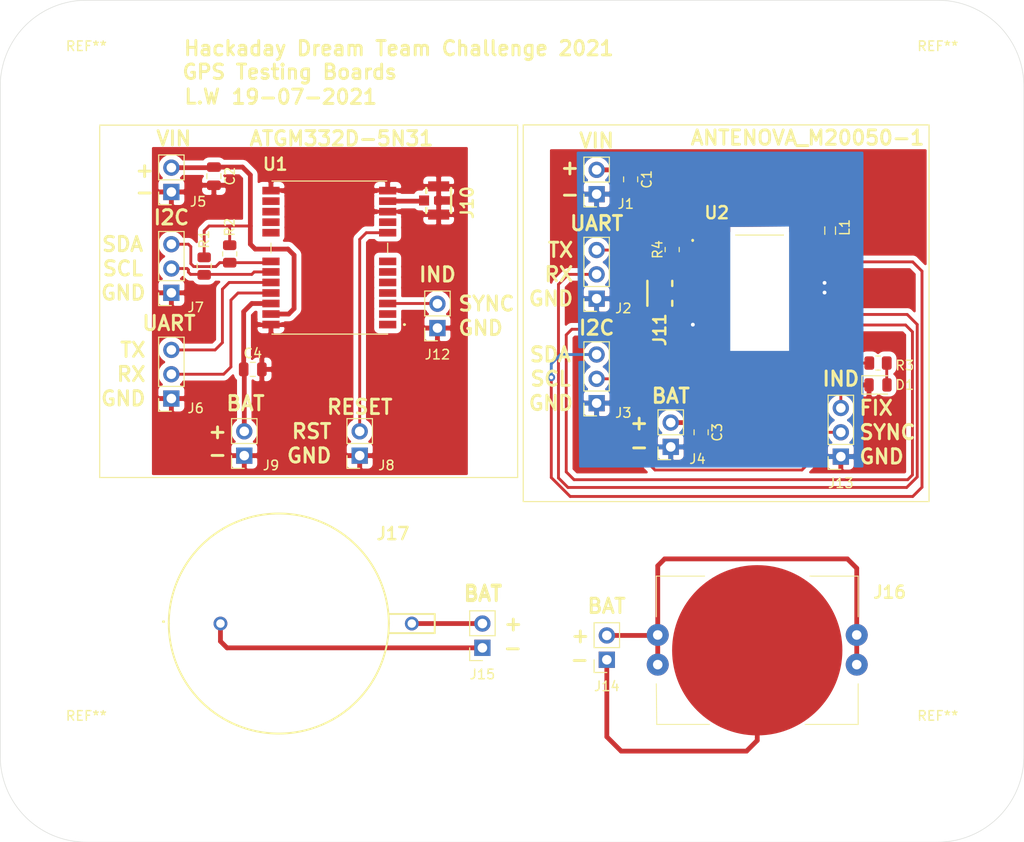
<source format=kicad_pcb>
(kicad_pcb (version 20171130) (host pcbnew "(5.1.10)-1")

  (general
    (thickness 1.6)
    (drawings 69)
    (tracks 162)
    (zones 0)
    (modules 33)
    (nets 42)
  )

  (page A4)
  (layers
    (0 F.Cu signal)
    (31 B.Cu signal hide)
    (32 B.Adhes user)
    (33 F.Adhes user)
    (34 B.Paste user)
    (35 F.Paste user)
    (36 B.SilkS user)
    (37 F.SilkS user)
    (38 B.Mask user)
    (39 F.Mask user)
    (40 Dwgs.User user)
    (41 Cmts.User user)
    (42 Eco1.User user)
    (43 Eco2.User user)
    (44 Edge.Cuts user)
    (45 Margin user)
    (46 B.CrtYd user hide)
    (47 F.CrtYd user)
    (48 B.Fab user)
    (49 F.Fab user hide)
  )

  (setup
    (last_trace_width 0.25)
    (user_trace_width 0.3)
    (user_trace_width 0.5)
    (trace_clearance 0.2)
    (zone_clearance 0.508)
    (zone_45_only no)
    (trace_min 0.2)
    (via_size 0.8)
    (via_drill 0.4)
    (via_min_size 0.8)
    (via_min_drill 0.3)
    (uvia_size 0.3)
    (uvia_drill 0.1)
    (uvias_allowed no)
    (uvia_min_size 0.2)
    (uvia_min_drill 0.1)
    (edge_width 0.05)
    (segment_width 0.2)
    (pcb_text_width 0.3)
    (pcb_text_size 1.5 1.5)
    (mod_edge_width 0.12)
    (mod_text_size 1 1)
    (mod_text_width 0.15)
    (pad_size 3.2 3.2)
    (pad_drill 3.2)
    (pad_to_mask_clearance 0)
    (aux_axis_origin 0 0)
    (visible_elements 7FFFFFFF)
    (pcbplotparams
      (layerselection 0x010fc_ffffffff)
      (usegerberextensions false)
      (usegerberattributes true)
      (usegerberadvancedattributes true)
      (creategerberjobfile true)
      (excludeedgelayer false)
      (linewidth 0.100000)
      (plotframeref false)
      (viasonmask false)
      (mode 1)
      (useauxorigin true)
      (hpglpennumber 1)
      (hpglpenspeed 20)
      (hpglpendiameter 15.000000)
      (psnegative false)
      (psa4output false)
      (plotreference true)
      (plotvalue true)
      (plotinvisibletext false)
      (padsonsilk true)
      (subtractmaskfromsilk false)
      (outputformat 1)
      (mirror false)
      (drillshape 0)
      (scaleselection 1)
      (outputdirectory "Gerber/"))
  )

  (net 0 "")
  (net 1 "Net-(C1-Pad1)")
  (net 2 GND1)
  (net 3 GND2)
  (net 4 "Net-(C2-Pad1)")
  (net 5 "Net-(C3-Pad1)")
  (net 6 "Net-(C4-Pad1)")
  (net 7 "Net-(D1-Pad2)")
  (net 8 "Net-(J2-Pad2)")
  (net 9 "Net-(J3-Pad2)")
  (net 10 "Net-(J6-Pad2)")
  (net 11 "Net-(J7-Pad2)")
  (net 12 "Net-(J10-Pad3)")
  (net 13 "Net-(J11-Pad3)")
  (net 14 "Net-(J13-Pad2)")
  (net 15 "Net-(L1-Pad1)")
  (net 16 "Net-(R4-Pad1)")
  (net 17 "Net-(U1-Pad17)")
  (net 18 "Net-(U1-Pad16)")
  (net 19 "Net-(U1-Pad15)")
  (net 20 "Net-(U1-Pad14)")
  (net 21 "Net-(U1-Pad9)")
  (net 22 "Net-(U1-Pad7)")
  (net 23 "Net-(U1-Pad6)")
  (net 24 "Net-(U1-Pad5)")
  (net 25 "Net-(U1-Pad4)")
  (net 26 "Net-(U1-Pad2)")
  (net 27 "Net-(U1-Pad1)")
  (net 28 "Net-(U2-Pad14)")
  (net 29 "Net-(U2-Pad13)")
  (net 30 "Net-(U2-Pad4)")
  (net 31 "Net-(J2-Pad3)")
  (net 32 "Net-(J3-Pad3)")
  (net 33 "Net-(J6-Pad3)")
  (net 34 "Net-(J7-Pad3)")
  (net 35 "Net-(J8-Pad2)")
  (net 36 "Net-(J12-Pad2)")
  (net 37 "Net-(J13-Pad3)")
  (net 38 "Net-(J14-Pad1)")
  (net 39 "Net-(J14-Pad2)")
  (net 40 "Net-(J15-Pad2)")
  (net 41 "Net-(J15-Pad1)")

  (net_class Default "This is the default net class."
    (clearance 0.2)
    (trace_width 0.25)
    (via_dia 0.8)
    (via_drill 0.4)
    (uvia_dia 0.3)
    (uvia_drill 0.1)
    (add_net GND1)
    (add_net GND2)
    (add_net "Net-(C1-Pad1)")
    (add_net "Net-(C2-Pad1)")
    (add_net "Net-(C3-Pad1)")
    (add_net "Net-(C4-Pad1)")
    (add_net "Net-(D1-Pad2)")
    (add_net "Net-(J10-Pad3)")
    (add_net "Net-(J11-Pad3)")
    (add_net "Net-(J12-Pad2)")
    (add_net "Net-(J13-Pad2)")
    (add_net "Net-(J13-Pad3)")
    (add_net "Net-(J14-Pad1)")
    (add_net "Net-(J14-Pad2)")
    (add_net "Net-(J15-Pad1)")
    (add_net "Net-(J15-Pad2)")
    (add_net "Net-(J2-Pad2)")
    (add_net "Net-(J2-Pad3)")
    (add_net "Net-(J3-Pad2)")
    (add_net "Net-(J3-Pad3)")
    (add_net "Net-(J6-Pad2)")
    (add_net "Net-(J6-Pad3)")
    (add_net "Net-(J7-Pad2)")
    (add_net "Net-(J7-Pad3)")
    (add_net "Net-(J8-Pad2)")
    (add_net "Net-(L1-Pad1)")
    (add_net "Net-(R4-Pad1)")
    (add_net "Net-(U1-Pad1)")
    (add_net "Net-(U1-Pad14)")
    (add_net "Net-(U1-Pad15)")
    (add_net "Net-(U1-Pad16)")
    (add_net "Net-(U1-Pad17)")
    (add_net "Net-(U1-Pad2)")
    (add_net "Net-(U1-Pad4)")
    (add_net "Net-(U1-Pad5)")
    (add_net "Net-(U1-Pad6)")
    (add_net "Net-(U1-Pad7)")
    (add_net "Net-(U1-Pad9)")
    (add_net "Net-(U2-Pad13)")
    (add_net "Net-(U2-Pad14)")
    (add_net "Net-(U2-Pad4)")
  )

  (module MountingHole:MountingHole_3.2mm_M3 (layer F.Cu) (tedit 56D1B4CB) (tstamp 60F5B4C2)
    (at 200 71)
    (descr "Mounting Hole 3.2mm, no annular, M3")
    (tags "mounting hole 3.2mm no annular m3")
    (attr virtual)
    (fp_text reference REF** (at 0 -4.2) (layer F.SilkS)
      (effects (font (size 1 1) (thickness 0.15)))
    )
    (fp_text value MountingHole_3.2mm_M3 (at 0 4.2) (layer F.Fab)
      (effects (font (size 1 1) (thickness 0.15)))
    )
    (fp_circle (center 0 0) (end 3.2 0) (layer Cmts.User) (width 0.15))
    (fp_circle (center 0 0) (end 3.45 0) (layer F.CrtYd) (width 0.05))
    (fp_text user %R (at 0.3 0) (layer F.Fab)
      (effects (font (size 1 1) (thickness 0.15)))
    )
    (pad 1 np_thru_hole circle (at 0 0) (size 3.2 3.2) (drill 3.2) (layers *.Cu *.Mask))
  )

  (module MountingHole:MountingHole_3.2mm_M3 (layer F.Cu) (tedit 56D1B4CB) (tstamp 60F5B4B4)
    (at 111 71)
    (descr "Mounting Hole 3.2mm, no annular, M3")
    (tags "mounting hole 3.2mm no annular m3")
    (attr virtual)
    (fp_text reference REF** (at 0 -4.2) (layer F.SilkS)
      (effects (font (size 1 1) (thickness 0.15)))
    )
    (fp_text value MountingHole_3.2mm_M3 (at 0 4.2) (layer F.Fab)
      (effects (font (size 1 1) (thickness 0.15)))
    )
    (fp_circle (center 0 0) (end 3.45 0) (layer F.CrtYd) (width 0.05))
    (fp_circle (center 0 0) (end 3.2 0) (layer Cmts.User) (width 0.15))
    (fp_text user %R (at 0.3 0) (layer F.Fab)
      (effects (font (size 1 1) (thickness 0.15)))
    )
    (pad 1 np_thru_hole circle (at 0 0) (size 3.2 3.2) (drill 3.2) (layers *.Cu *.Mask))
  )

  (module MountingHole:MountingHole_3.2mm_M3 (layer F.Cu) (tedit 56D1B4CB) (tstamp 60F5B4A6)
    (at 200 141)
    (descr "Mounting Hole 3.2mm, no annular, M3")
    (tags "mounting hole 3.2mm no annular m3")
    (attr virtual)
    (fp_text reference REF** (at 0 -4.2) (layer F.SilkS)
      (effects (font (size 1 1) (thickness 0.15)))
    )
    (fp_text value MountingHole_3.2mm_M3 (at 0 4.2) (layer F.Fab)
      (effects (font (size 1 1) (thickness 0.15)))
    )
    (fp_circle (center 0 0) (end 3.2 0) (layer Cmts.User) (width 0.15))
    (fp_circle (center 0 0) (end 3.45 0) (layer F.CrtYd) (width 0.05))
    (fp_text user %R (at 0.3 0) (layer F.Fab)
      (effects (font (size 1 1) (thickness 0.15)))
    )
    (pad 1 np_thru_hole circle (at 0 0) (size 3.2 3.2) (drill 3.2) (layers *.Cu *.Mask))
  )

  (module MountingHole:MountingHole_3.2mm_M3 (layer F.Cu) (tedit 56D1B4CB) (tstamp 60F5B49D)
    (at 111 141)
    (descr "Mounting Hole 3.2mm, no annular, M3")
    (tags "mounting hole 3.2mm no annular m3")
    (attr virtual)
    (fp_text reference REF** (at 0 -4.2) (layer F.SilkS)
      (effects (font (size 1 1) (thickness 0.15)))
    )
    (fp_text value MountingHole_3.2mm_M3 (at 0 4.2) (layer F.Fab)
      (effects (font (size 1 1) (thickness 0.15)))
    )
    (fp_circle (center 0 0) (end 3.45 0) (layer F.CrtYd) (width 0.05))
    (fp_circle (center 0 0) (end 3.2 0) (layer Cmts.User) (width 0.15))
    (fp_text user %R (at 0.3 0) (layer F.Fab)
      (effects (font (size 1 1) (thickness 0.15)))
    )
    (pad 1 np_thru_hole circle (at 0 0) (size 3.2 3.2) (drill 3.2) (layers *.Cu *.Mask))
  )

  (module Capacitor_SMD:C_0805_2012Metric (layer F.Cu) (tedit 5F68FEEE) (tstamp 60F54892)
    (at 167.894 80.7212 270)
    (descr "Capacitor SMD 0805 (2012 Metric), square (rectangular) end terminal, IPC_7351 nominal, (Body size source: IPC-SM-782 page 76, https://www.pcb-3d.com/wordpress/wp-content/uploads/ipc-sm-782a_amendment_1_and_2.pdf, https://docs.google.com/spreadsheets/d/1BsfQQcO9C6DZCsRaXUlFlo91Tg2WpOkGARC1WS5S8t0/edit?usp=sharing), generated with kicad-footprint-generator")
    (tags capacitor)
    (path /60FEA4F1)
    (attr smd)
    (fp_text reference C1 (at 0 -1.68 90) (layer F.SilkS)
      (effects (font (size 1 1) (thickness 0.15)))
    )
    (fp_text value 10uF (at 0 1.68 90) (layer F.Fab)
      (effects (font (size 1 1) (thickness 0.15)))
    )
    (fp_line (start -1 0.625) (end -1 -0.625) (layer F.Fab) (width 0.1))
    (fp_line (start -1 -0.625) (end 1 -0.625) (layer F.Fab) (width 0.1))
    (fp_line (start 1 -0.625) (end 1 0.625) (layer F.Fab) (width 0.1))
    (fp_line (start 1 0.625) (end -1 0.625) (layer F.Fab) (width 0.1))
    (fp_line (start -0.261252 -0.735) (end 0.261252 -0.735) (layer F.SilkS) (width 0.12))
    (fp_line (start -0.261252 0.735) (end 0.261252 0.735) (layer F.SilkS) (width 0.12))
    (fp_line (start -1.7 0.98) (end -1.7 -0.98) (layer F.CrtYd) (width 0.05))
    (fp_line (start -1.7 -0.98) (end 1.7 -0.98) (layer F.CrtYd) (width 0.05))
    (fp_line (start 1.7 -0.98) (end 1.7 0.98) (layer F.CrtYd) (width 0.05))
    (fp_line (start 1.7 0.98) (end -1.7 0.98) (layer F.CrtYd) (width 0.05))
    (fp_text user %R (at 0 0 90) (layer F.Fab)
      (effects (font (size 0.5 0.5) (thickness 0.08)))
    )
    (pad 1 smd roundrect (at -0.95 0 270) (size 1 1.45) (layers F.Cu F.Paste F.Mask) (roundrect_rratio 0.25)
      (net 1 "Net-(C1-Pad1)"))
    (pad 2 smd roundrect (at 0.95 0 270) (size 1 1.45) (layers F.Cu F.Paste F.Mask) (roundrect_rratio 0.25)
      (net 2 GND1))
    (model ${KISYS3DMOD}/Capacitor_SMD.3dshapes/C_0805_2012Metric.wrl
      (at (xyz 0 0 0))
      (scale (xyz 1 1 1))
      (rotate (xyz 0 0 0))
    )
  )

  (module Capacitor_SMD:C_0805_2012Metric (layer F.Cu) (tedit 5F68FEEE) (tstamp 60F548A3)
    (at 124.333 80.391 270)
    (descr "Capacitor SMD 0805 (2012 Metric), square (rectangular) end terminal, IPC_7351 nominal, (Body size source: IPC-SM-782 page 76, https://www.pcb-3d.com/wordpress/wp-content/uploads/ipc-sm-782a_amendment_1_and_2.pdf, https://docs.google.com/spreadsheets/d/1BsfQQcO9C6DZCsRaXUlFlo91Tg2WpOkGARC1WS5S8t0/edit?usp=sharing), generated with kicad-footprint-generator")
    (tags capacitor)
    (path /60FCB5F2)
    (attr smd)
    (fp_text reference C2 (at 0 -1.68 90) (layer F.SilkS)
      (effects (font (size 1 1) (thickness 0.15)))
    )
    (fp_text value 10uF (at 0 1.68 90) (layer F.Fab)
      (effects (font (size 1 1) (thickness 0.15)))
    )
    (fp_line (start 1.7 0.98) (end -1.7 0.98) (layer F.CrtYd) (width 0.05))
    (fp_line (start 1.7 -0.98) (end 1.7 0.98) (layer F.CrtYd) (width 0.05))
    (fp_line (start -1.7 -0.98) (end 1.7 -0.98) (layer F.CrtYd) (width 0.05))
    (fp_line (start -1.7 0.98) (end -1.7 -0.98) (layer F.CrtYd) (width 0.05))
    (fp_line (start -0.261252 0.735) (end 0.261252 0.735) (layer F.SilkS) (width 0.12))
    (fp_line (start -0.261252 -0.735) (end 0.261252 -0.735) (layer F.SilkS) (width 0.12))
    (fp_line (start 1 0.625) (end -1 0.625) (layer F.Fab) (width 0.1))
    (fp_line (start 1 -0.625) (end 1 0.625) (layer F.Fab) (width 0.1))
    (fp_line (start -1 -0.625) (end 1 -0.625) (layer F.Fab) (width 0.1))
    (fp_line (start -1 0.625) (end -1 -0.625) (layer F.Fab) (width 0.1))
    (fp_text user %R (at 0 0 90) (layer F.Fab)
      (effects (font (size 0.5 0.5) (thickness 0.08)))
    )
    (pad 2 smd roundrect (at 0.95 0 270) (size 1 1.45) (layers F.Cu F.Paste F.Mask) (roundrect_rratio 0.25)
      (net 3 GND2))
    (pad 1 smd roundrect (at -0.95 0 270) (size 1 1.45) (layers F.Cu F.Paste F.Mask) (roundrect_rratio 0.25)
      (net 4 "Net-(C2-Pad1)"))
    (model ${KISYS3DMOD}/Capacitor_SMD.3dshapes/C_0805_2012Metric.wrl
      (at (xyz 0 0 0))
      (scale (xyz 1 1 1))
      (rotate (xyz 0 0 0))
    )
  )

  (module Capacitor_SMD:C_0805_2012Metric (layer F.Cu) (tedit 5F68FEEE) (tstamp 60F548B4)
    (at 175.26 107.1626 270)
    (descr "Capacitor SMD 0805 (2012 Metric), square (rectangular) end terminal, IPC_7351 nominal, (Body size source: IPC-SM-782 page 76, https://www.pcb-3d.com/wordpress/wp-content/uploads/ipc-sm-782a_amendment_1_and_2.pdf, https://docs.google.com/spreadsheets/d/1BsfQQcO9C6DZCsRaXUlFlo91Tg2WpOkGARC1WS5S8t0/edit?usp=sharing), generated with kicad-footprint-generator")
    (tags capacitor)
    (path /60FEBF17)
    (attr smd)
    (fp_text reference C3 (at 0 -1.68 90) (layer F.SilkS)
      (effects (font (size 1 1) (thickness 0.15)))
    )
    (fp_text value 10uF (at 0 1.68 90) (layer F.Fab)
      (effects (font (size 1 1) (thickness 0.15)))
    )
    (fp_line (start 1.7 0.98) (end -1.7 0.98) (layer F.CrtYd) (width 0.05))
    (fp_line (start 1.7 -0.98) (end 1.7 0.98) (layer F.CrtYd) (width 0.05))
    (fp_line (start -1.7 -0.98) (end 1.7 -0.98) (layer F.CrtYd) (width 0.05))
    (fp_line (start -1.7 0.98) (end -1.7 -0.98) (layer F.CrtYd) (width 0.05))
    (fp_line (start -0.261252 0.735) (end 0.261252 0.735) (layer F.SilkS) (width 0.12))
    (fp_line (start -0.261252 -0.735) (end 0.261252 -0.735) (layer F.SilkS) (width 0.12))
    (fp_line (start 1 0.625) (end -1 0.625) (layer F.Fab) (width 0.1))
    (fp_line (start 1 -0.625) (end 1 0.625) (layer F.Fab) (width 0.1))
    (fp_line (start -1 -0.625) (end 1 -0.625) (layer F.Fab) (width 0.1))
    (fp_line (start -1 0.625) (end -1 -0.625) (layer F.Fab) (width 0.1))
    (fp_text user %R (at 0 0 90) (layer F.Fab)
      (effects (font (size 0.5 0.5) (thickness 0.08)))
    )
    (pad 2 smd roundrect (at 0.95 0 270) (size 1 1.45) (layers F.Cu F.Paste F.Mask) (roundrect_rratio 0.25)
      (net 2 GND1))
    (pad 1 smd roundrect (at -0.95 0 270) (size 1 1.45) (layers F.Cu F.Paste F.Mask) (roundrect_rratio 0.25)
      (net 5 "Net-(C3-Pad1)"))
    (model ${KISYS3DMOD}/Capacitor_SMD.3dshapes/C_0805_2012Metric.wrl
      (at (xyz 0 0 0))
      (scale (xyz 1 1 1))
      (rotate (xyz 0 0 0))
    )
  )

  (module Capacitor_SMD:C_0805_2012Metric (layer F.Cu) (tedit 5F68FEEE) (tstamp 60F548C5)
    (at 128.397 100.584)
    (descr "Capacitor SMD 0805 (2012 Metric), square (rectangular) end terminal, IPC_7351 nominal, (Body size source: IPC-SM-782 page 76, https://www.pcb-3d.com/wordpress/wp-content/uploads/ipc-sm-782a_amendment_1_and_2.pdf, https://docs.google.com/spreadsheets/d/1BsfQQcO9C6DZCsRaXUlFlo91Tg2WpOkGARC1WS5S8t0/edit?usp=sharing), generated with kicad-footprint-generator")
    (tags capacitor)
    (path /60FD2040)
    (attr smd)
    (fp_text reference C4 (at 0 -1.68) (layer F.SilkS)
      (effects (font (size 1 1) (thickness 0.15)))
    )
    (fp_text value 10uF (at 0 1.68) (layer F.Fab)
      (effects (font (size 1 1) (thickness 0.15)))
    )
    (fp_line (start -1 0.625) (end -1 -0.625) (layer F.Fab) (width 0.1))
    (fp_line (start -1 -0.625) (end 1 -0.625) (layer F.Fab) (width 0.1))
    (fp_line (start 1 -0.625) (end 1 0.625) (layer F.Fab) (width 0.1))
    (fp_line (start 1 0.625) (end -1 0.625) (layer F.Fab) (width 0.1))
    (fp_line (start -0.261252 -0.735) (end 0.261252 -0.735) (layer F.SilkS) (width 0.12))
    (fp_line (start -0.261252 0.735) (end 0.261252 0.735) (layer F.SilkS) (width 0.12))
    (fp_line (start -1.7 0.98) (end -1.7 -0.98) (layer F.CrtYd) (width 0.05))
    (fp_line (start -1.7 -0.98) (end 1.7 -0.98) (layer F.CrtYd) (width 0.05))
    (fp_line (start 1.7 -0.98) (end 1.7 0.98) (layer F.CrtYd) (width 0.05))
    (fp_line (start 1.7 0.98) (end -1.7 0.98) (layer F.CrtYd) (width 0.05))
    (fp_text user %R (at 0 0) (layer F.Fab)
      (effects (font (size 0.5 0.5) (thickness 0.08)))
    )
    (pad 1 smd roundrect (at -0.95 0) (size 1 1.45) (layers F.Cu F.Paste F.Mask) (roundrect_rratio 0.25)
      (net 6 "Net-(C4-Pad1)"))
    (pad 2 smd roundrect (at 0.95 0) (size 1 1.45) (layers F.Cu F.Paste F.Mask) (roundrect_rratio 0.25)
      (net 3 GND2))
    (model ${KISYS3DMOD}/Capacitor_SMD.3dshapes/C_0805_2012Metric.wrl
      (at (xyz 0 0 0))
      (scale (xyz 1 1 1))
      (rotate (xyz 0 0 0))
    )
  )

  (module LED_SMD:LED_0805_2012Metric (layer F.Cu) (tedit 5F68FEF1) (tstamp 60F548D8)
    (at 193.7512 102.2096)
    (descr "LED SMD 0805 (2012 Metric), square (rectangular) end terminal, IPC_7351 nominal, (Body size source: https://docs.google.com/spreadsheets/d/1BsfQQcO9C6DZCsRaXUlFlo91Tg2WpOkGARC1WS5S8t0/edit?usp=sharing), generated with kicad-footprint-generator")
    (tags LED)
    (path /6101FD84)
    (attr smd)
    (fp_text reference D1 (at 2.794 0) (layer F.SilkS)
      (effects (font (size 1 1) (thickness 0.15)))
    )
    (fp_text value RED-CLEAR (at 0 1.65) (layer F.Fab)
      (effects (font (size 1 1) (thickness 0.15)))
    )
    (fp_line (start 1 -0.6) (end -0.7 -0.6) (layer F.Fab) (width 0.1))
    (fp_line (start -0.7 -0.6) (end -1 -0.3) (layer F.Fab) (width 0.1))
    (fp_line (start -1 -0.3) (end -1 0.6) (layer F.Fab) (width 0.1))
    (fp_line (start -1 0.6) (end 1 0.6) (layer F.Fab) (width 0.1))
    (fp_line (start 1 0.6) (end 1 -0.6) (layer F.Fab) (width 0.1))
    (fp_line (start 1 -0.96) (end -1.685 -0.96) (layer F.SilkS) (width 0.12))
    (fp_line (start -1.685 -0.96) (end -1.685 0.96) (layer F.SilkS) (width 0.12))
    (fp_line (start -1.685 0.96) (end 1 0.96) (layer F.SilkS) (width 0.12))
    (fp_line (start -1.68 0.95) (end -1.68 -0.95) (layer F.CrtYd) (width 0.05))
    (fp_line (start -1.68 -0.95) (end 1.68 -0.95) (layer F.CrtYd) (width 0.05))
    (fp_line (start 1.68 -0.95) (end 1.68 0.95) (layer F.CrtYd) (width 0.05))
    (fp_line (start 1.68 0.95) (end -1.68 0.95) (layer F.CrtYd) (width 0.05))
    (fp_text user %R (at 0 0) (layer F.Fab)
      (effects (font (size 0.5 0.5) (thickness 0.08)))
    )
    (pad 1 smd roundrect (at -0.9375 0) (size 0.975 1.4) (layers F.Cu F.Paste F.Mask) (roundrect_rratio 0.25)
      (net 2 GND1))
    (pad 2 smd roundrect (at 0.9375 0) (size 0.975 1.4) (layers F.Cu F.Paste F.Mask) (roundrect_rratio 0.25)
      (net 7 "Net-(D1-Pad2)"))
    (model ${KISYS3DMOD}/LED_SMD.3dshapes/LED_0805_2012Metric.wrl
      (at (xyz 0 0 0))
      (scale (xyz 1 1 1))
      (rotate (xyz 0 0 0))
    )
  )

  (module Connector_PinSocket_2.54mm:PinSocket_1x02_P2.54mm_Vertical (layer F.Cu) (tedit 5A19A420) (tstamp 60F548EE)
    (at 164.338 82.2706 180)
    (descr "Through hole straight socket strip, 1x02, 2.54mm pitch, single row (from Kicad 4.0.7), script generated")
    (tags "Through hole socket strip THT 1x02 2.54mm single row")
    (path /60F3916A)
    (fp_text reference J1 (at -3.048 -1.016) (layer F.SilkS)
      (effects (font (size 1 1) (thickness 0.15)))
    )
    (fp_text value Conn_01x02_Male (at 0 5.31) (layer F.Fab)
      (effects (font (size 1 1) (thickness 0.15)))
    )
    (fp_line (start -1.8 4.3) (end -1.8 -1.8) (layer F.CrtYd) (width 0.05))
    (fp_line (start 1.75 4.3) (end -1.8 4.3) (layer F.CrtYd) (width 0.05))
    (fp_line (start 1.75 -1.8) (end 1.75 4.3) (layer F.CrtYd) (width 0.05))
    (fp_line (start -1.8 -1.8) (end 1.75 -1.8) (layer F.CrtYd) (width 0.05))
    (fp_line (start 0 -1.33) (end 1.33 -1.33) (layer F.SilkS) (width 0.12))
    (fp_line (start 1.33 -1.33) (end 1.33 0) (layer F.SilkS) (width 0.12))
    (fp_line (start 1.33 1.27) (end 1.33 3.87) (layer F.SilkS) (width 0.12))
    (fp_line (start -1.33 3.87) (end 1.33 3.87) (layer F.SilkS) (width 0.12))
    (fp_line (start -1.33 1.27) (end -1.33 3.87) (layer F.SilkS) (width 0.12))
    (fp_line (start -1.33 1.27) (end 1.33 1.27) (layer F.SilkS) (width 0.12))
    (fp_line (start -1.27 3.81) (end -1.27 -1.27) (layer F.Fab) (width 0.1))
    (fp_line (start 1.27 3.81) (end -1.27 3.81) (layer F.Fab) (width 0.1))
    (fp_line (start 1.27 -0.635) (end 1.27 3.81) (layer F.Fab) (width 0.1))
    (fp_line (start 0.635 -1.27) (end 1.27 -0.635) (layer F.Fab) (width 0.1))
    (fp_line (start -1.27 -1.27) (end 0.635 -1.27) (layer F.Fab) (width 0.1))
    (fp_text user %R (at 0 1.27 90) (layer F.Fab)
      (effects (font (size 1 1) (thickness 0.15)))
    )
    (pad 2 thru_hole oval (at 0 2.54 180) (size 1.7 1.7) (drill 1) (layers *.Cu *.Mask)
      (net 1 "Net-(C1-Pad1)"))
    (pad 1 thru_hole rect (at 0 0 180) (size 1.7 1.7) (drill 1) (layers *.Cu *.Mask)
      (net 2 GND1))
    (model ${KISYS3DMOD}/Connector_PinSocket_2.54mm.3dshapes/PinSocket_1x02_P2.54mm_Vertical.wrl
      (at (xyz 0 0 0))
      (scale (xyz 1 1 1))
      (rotate (xyz 0 0 0))
    )
  )

  (module Connector_PinSocket_2.54mm:PinSocket_1x03_P2.54mm_Vertical (layer F.Cu) (tedit 5A19A429) (tstamp 60F54905)
    (at 164.338 93.1926 180)
    (descr "Through hole straight socket strip, 1x03, 2.54mm pitch, single row (from Kicad 4.0.7), script generated")
    (tags "Through hole socket strip THT 1x03 2.54mm single row")
    (path /60F30455)
    (fp_text reference J2 (at -2.794 -1.016) (layer F.SilkS)
      (effects (font (size 1 1) (thickness 0.15)))
    )
    (fp_text value Conn_01x03_Male (at 0 7.85) (layer F.Fab)
      (effects (font (size 1 1) (thickness 0.15)))
    )
    (fp_line (start -1.27 -1.27) (end 0.635 -1.27) (layer F.Fab) (width 0.1))
    (fp_line (start 0.635 -1.27) (end 1.27 -0.635) (layer F.Fab) (width 0.1))
    (fp_line (start 1.27 -0.635) (end 1.27 6.35) (layer F.Fab) (width 0.1))
    (fp_line (start 1.27 6.35) (end -1.27 6.35) (layer F.Fab) (width 0.1))
    (fp_line (start -1.27 6.35) (end -1.27 -1.27) (layer F.Fab) (width 0.1))
    (fp_line (start -1.33 1.27) (end 1.33 1.27) (layer F.SilkS) (width 0.12))
    (fp_line (start -1.33 1.27) (end -1.33 6.41) (layer F.SilkS) (width 0.12))
    (fp_line (start -1.33 6.41) (end 1.33 6.41) (layer F.SilkS) (width 0.12))
    (fp_line (start 1.33 1.27) (end 1.33 6.41) (layer F.SilkS) (width 0.12))
    (fp_line (start 1.33 -1.33) (end 1.33 0) (layer F.SilkS) (width 0.12))
    (fp_line (start 0 -1.33) (end 1.33 -1.33) (layer F.SilkS) (width 0.12))
    (fp_line (start -1.8 -1.8) (end 1.75 -1.8) (layer F.CrtYd) (width 0.05))
    (fp_line (start 1.75 -1.8) (end 1.75 6.85) (layer F.CrtYd) (width 0.05))
    (fp_line (start 1.75 6.85) (end -1.8 6.85) (layer F.CrtYd) (width 0.05))
    (fp_line (start -1.8 6.85) (end -1.8 -1.8) (layer F.CrtYd) (width 0.05))
    (fp_text user %R (at 0 2.54 90) (layer F.Fab)
      (effects (font (size 1 1) (thickness 0.15)))
    )
    (pad 1 thru_hole rect (at 0 0 180) (size 1.7 1.7) (drill 1) (layers *.Cu *.Mask)
      (net 2 GND1))
    (pad 2 thru_hole oval (at 0 2.54 180) (size 1.7 1.7) (drill 1) (layers *.Cu *.Mask)
      (net 8 "Net-(J2-Pad2)"))
    (pad 3 thru_hole oval (at 0 5.08 180) (size 1.7 1.7) (drill 1) (layers *.Cu *.Mask)
      (net 31 "Net-(J2-Pad3)"))
    (model ${KISYS3DMOD}/Connector_PinSocket_2.54mm.3dshapes/PinSocket_1x03_P2.54mm_Vertical.wrl
      (at (xyz 0 0 0))
      (scale (xyz 1 1 1))
      (rotate (xyz 0 0 0))
    )
  )

  (module Connector_PinSocket_2.54mm:PinSocket_1x03_P2.54mm_Vertical (layer F.Cu) (tedit 5A19A429) (tstamp 60F5491C)
    (at 164.338 104.1146 180)
    (descr "Through hole straight socket strip, 1x03, 2.54mm pitch, single row (from Kicad 4.0.7), script generated")
    (tags "Through hole socket strip THT 1x03 2.54mm single row")
    (path /60F87FEB)
    (fp_text reference J3 (at -2.794 -1.016) (layer F.SilkS)
      (effects (font (size 1 1) (thickness 0.15)))
    )
    (fp_text value Conn_01x03_Male (at 0 7.85) (layer F.Fab)
      (effects (font (size 1 1) (thickness 0.15)))
    )
    (fp_line (start -1.8 6.85) (end -1.8 -1.8) (layer F.CrtYd) (width 0.05))
    (fp_line (start 1.75 6.85) (end -1.8 6.85) (layer F.CrtYd) (width 0.05))
    (fp_line (start 1.75 -1.8) (end 1.75 6.85) (layer F.CrtYd) (width 0.05))
    (fp_line (start -1.8 -1.8) (end 1.75 -1.8) (layer F.CrtYd) (width 0.05))
    (fp_line (start 0 -1.33) (end 1.33 -1.33) (layer F.SilkS) (width 0.12))
    (fp_line (start 1.33 -1.33) (end 1.33 0) (layer F.SilkS) (width 0.12))
    (fp_line (start 1.33 1.27) (end 1.33 6.41) (layer F.SilkS) (width 0.12))
    (fp_line (start -1.33 6.41) (end 1.33 6.41) (layer F.SilkS) (width 0.12))
    (fp_line (start -1.33 1.27) (end -1.33 6.41) (layer F.SilkS) (width 0.12))
    (fp_line (start -1.33 1.27) (end 1.33 1.27) (layer F.SilkS) (width 0.12))
    (fp_line (start -1.27 6.35) (end -1.27 -1.27) (layer F.Fab) (width 0.1))
    (fp_line (start 1.27 6.35) (end -1.27 6.35) (layer F.Fab) (width 0.1))
    (fp_line (start 1.27 -0.635) (end 1.27 6.35) (layer F.Fab) (width 0.1))
    (fp_line (start 0.635 -1.27) (end 1.27 -0.635) (layer F.Fab) (width 0.1))
    (fp_line (start -1.27 -1.27) (end 0.635 -1.27) (layer F.Fab) (width 0.1))
    (fp_text user %R (at 0 2.54 90) (layer F.Fab)
      (effects (font (size 1 1) (thickness 0.15)))
    )
    (pad 3 thru_hole oval (at 0 5.08 180) (size 1.7 1.7) (drill 1) (layers *.Cu *.Mask)
      (net 32 "Net-(J3-Pad3)"))
    (pad 2 thru_hole oval (at 0 2.54 180) (size 1.7 1.7) (drill 1) (layers *.Cu *.Mask)
      (net 9 "Net-(J3-Pad2)"))
    (pad 1 thru_hole rect (at 0 0 180) (size 1.7 1.7) (drill 1) (layers *.Cu *.Mask)
      (net 2 GND1))
    (model ${KISYS3DMOD}/Connector_PinSocket_2.54mm.3dshapes/PinSocket_1x03_P2.54mm_Vertical.wrl
      (at (xyz 0 0 0))
      (scale (xyz 1 1 1))
      (rotate (xyz 0 0 0))
    )
  )

  (module Connector_PinSocket_2.54mm:PinSocket_1x02_P2.54mm_Vertical (layer F.Cu) (tedit 5A19A420) (tstamp 60F54932)
    (at 172.085 108.6866 180)
    (descr "Through hole straight socket strip, 1x02, 2.54mm pitch, single row (from Kicad 4.0.7), script generated")
    (tags "Through hole socket strip THT 1x02 2.54mm single row")
    (path /60F8381E)
    (fp_text reference J4 (at -2.794 -1.27) (layer F.SilkS)
      (effects (font (size 1 1) (thickness 0.15)))
    )
    (fp_text value Conn_01x02_Male (at 0 5.31) (layer F.Fab)
      (effects (font (size 1 1) (thickness 0.15)))
    )
    (fp_line (start -1.27 -1.27) (end 0.635 -1.27) (layer F.Fab) (width 0.1))
    (fp_line (start 0.635 -1.27) (end 1.27 -0.635) (layer F.Fab) (width 0.1))
    (fp_line (start 1.27 -0.635) (end 1.27 3.81) (layer F.Fab) (width 0.1))
    (fp_line (start 1.27 3.81) (end -1.27 3.81) (layer F.Fab) (width 0.1))
    (fp_line (start -1.27 3.81) (end -1.27 -1.27) (layer F.Fab) (width 0.1))
    (fp_line (start -1.33 1.27) (end 1.33 1.27) (layer F.SilkS) (width 0.12))
    (fp_line (start -1.33 1.27) (end -1.33 3.87) (layer F.SilkS) (width 0.12))
    (fp_line (start -1.33 3.87) (end 1.33 3.87) (layer F.SilkS) (width 0.12))
    (fp_line (start 1.33 1.27) (end 1.33 3.87) (layer F.SilkS) (width 0.12))
    (fp_line (start 1.33 -1.33) (end 1.33 0) (layer F.SilkS) (width 0.12))
    (fp_line (start 0 -1.33) (end 1.33 -1.33) (layer F.SilkS) (width 0.12))
    (fp_line (start -1.8 -1.8) (end 1.75 -1.8) (layer F.CrtYd) (width 0.05))
    (fp_line (start 1.75 -1.8) (end 1.75 4.3) (layer F.CrtYd) (width 0.05))
    (fp_line (start 1.75 4.3) (end -1.8 4.3) (layer F.CrtYd) (width 0.05))
    (fp_line (start -1.8 4.3) (end -1.8 -1.8) (layer F.CrtYd) (width 0.05))
    (fp_text user %R (at 0 1.27 90) (layer F.Fab)
      (effects (font (size 1 1) (thickness 0.15)))
    )
    (pad 1 thru_hole rect (at 0 0 180) (size 1.7 1.7) (drill 1) (layers *.Cu *.Mask)
      (net 2 GND1))
    (pad 2 thru_hole oval (at 0 2.54 180) (size 1.7 1.7) (drill 1) (layers *.Cu *.Mask)
      (net 5 "Net-(C3-Pad1)"))
    (model ${KISYS3DMOD}/Connector_PinSocket_2.54mm.3dshapes/PinSocket_1x02_P2.54mm_Vertical.wrl
      (at (xyz 0 0 0))
      (scale (xyz 1 1 1))
      (rotate (xyz 0 0 0))
    )
  )

  (module Connector_PinSocket_2.54mm:PinSocket_1x02_P2.54mm_Vertical (layer F.Cu) (tedit 5A19A420) (tstamp 60F561BD)
    (at 119.888 82.042 180)
    (descr "Through hole straight socket strip, 1x02, 2.54mm pitch, single row (from Kicad 4.0.7), script generated")
    (tags "Through hole socket strip THT 1x02 2.54mm single row")
    (path /60F48245)
    (fp_text reference J5 (at -2.794 -1.016) (layer F.SilkS)
      (effects (font (size 1 1) (thickness 0.15)))
    )
    (fp_text value Conn_01x02_Male (at 0 5.31) (layer F.Fab)
      (effects (font (size 1 1) (thickness 0.15)))
    )
    (fp_line (start -1.27 -1.27) (end 0.635 -1.27) (layer F.Fab) (width 0.1))
    (fp_line (start 0.635 -1.27) (end 1.27 -0.635) (layer F.Fab) (width 0.1))
    (fp_line (start 1.27 -0.635) (end 1.27 3.81) (layer F.Fab) (width 0.1))
    (fp_line (start 1.27 3.81) (end -1.27 3.81) (layer F.Fab) (width 0.1))
    (fp_line (start -1.27 3.81) (end -1.27 -1.27) (layer F.Fab) (width 0.1))
    (fp_line (start -1.33 1.27) (end 1.33 1.27) (layer F.SilkS) (width 0.12))
    (fp_line (start -1.33 1.27) (end -1.33 3.87) (layer F.SilkS) (width 0.12))
    (fp_line (start -1.33 3.87) (end 1.33 3.87) (layer F.SilkS) (width 0.12))
    (fp_line (start 1.33 1.27) (end 1.33 3.87) (layer F.SilkS) (width 0.12))
    (fp_line (start 1.33 -1.33) (end 1.33 0) (layer F.SilkS) (width 0.12))
    (fp_line (start 0 -1.33) (end 1.33 -1.33) (layer F.SilkS) (width 0.12))
    (fp_line (start -1.8 -1.8) (end 1.75 -1.8) (layer F.CrtYd) (width 0.05))
    (fp_line (start 1.75 -1.8) (end 1.75 4.3) (layer F.CrtYd) (width 0.05))
    (fp_line (start 1.75 4.3) (end -1.8 4.3) (layer F.CrtYd) (width 0.05))
    (fp_line (start -1.8 4.3) (end -1.8 -1.8) (layer F.CrtYd) (width 0.05))
    (fp_text user %R (at 0 1.27 90) (layer F.Fab)
      (effects (font (size 1 1) (thickness 0.15)))
    )
    (pad 1 thru_hole rect (at 0 0 180) (size 1.7 1.7) (drill 1) (layers *.Cu *.Mask)
      (net 3 GND2))
    (pad 2 thru_hole oval (at 0 2.54 180) (size 1.7 1.7) (drill 1) (layers *.Cu *.Mask)
      (net 4 "Net-(C2-Pad1)"))
    (model ${KISYS3DMOD}/Connector_PinSocket_2.54mm.3dshapes/PinSocket_1x02_P2.54mm_Vertical.wrl
      (at (xyz 0 0 0))
      (scale (xyz 1 1 1))
      (rotate (xyz 0 0 0))
    )
  )

  (module Connector_PinSocket_2.54mm:PinSocket_1x03_P2.54mm_Vertical (layer F.Cu) (tedit 5A19A429) (tstamp 60F5495F)
    (at 119.888 103.632 180)
    (descr "Through hole straight socket strip, 1x03, 2.54mm pitch, single row (from Kicad 4.0.7), script generated")
    (tags "Through hole socket strip THT 1x03 2.54mm single row")
    (path /60F825AA)
    (fp_text reference J6 (at -2.54 -1.016) (layer F.SilkS)
      (effects (font (size 1 1) (thickness 0.15)))
    )
    (fp_text value Conn_01x03_Male (at 0 7.85) (layer F.Fab)
      (effects (font (size 1 1) (thickness 0.15)))
    )
    (fp_line (start -1.8 6.85) (end -1.8 -1.8) (layer F.CrtYd) (width 0.05))
    (fp_line (start 1.75 6.85) (end -1.8 6.85) (layer F.CrtYd) (width 0.05))
    (fp_line (start 1.75 -1.8) (end 1.75 6.85) (layer F.CrtYd) (width 0.05))
    (fp_line (start -1.8 -1.8) (end 1.75 -1.8) (layer F.CrtYd) (width 0.05))
    (fp_line (start 0 -1.33) (end 1.33 -1.33) (layer F.SilkS) (width 0.12))
    (fp_line (start 1.33 -1.33) (end 1.33 0) (layer F.SilkS) (width 0.12))
    (fp_line (start 1.33 1.27) (end 1.33 6.41) (layer F.SilkS) (width 0.12))
    (fp_line (start -1.33 6.41) (end 1.33 6.41) (layer F.SilkS) (width 0.12))
    (fp_line (start -1.33 1.27) (end -1.33 6.41) (layer F.SilkS) (width 0.12))
    (fp_line (start -1.33 1.27) (end 1.33 1.27) (layer F.SilkS) (width 0.12))
    (fp_line (start -1.27 6.35) (end -1.27 -1.27) (layer F.Fab) (width 0.1))
    (fp_line (start 1.27 6.35) (end -1.27 6.35) (layer F.Fab) (width 0.1))
    (fp_line (start 1.27 -0.635) (end 1.27 6.35) (layer F.Fab) (width 0.1))
    (fp_line (start 0.635 -1.27) (end 1.27 -0.635) (layer F.Fab) (width 0.1))
    (fp_line (start -1.27 -1.27) (end 0.635 -1.27) (layer F.Fab) (width 0.1))
    (fp_text user %R (at 0 2.54 90) (layer F.Fab)
      (effects (font (size 1 1) (thickness 0.15)))
    )
    (pad 3 thru_hole oval (at 0 5.08 180) (size 1.7 1.7) (drill 1) (layers *.Cu *.Mask)
      (net 33 "Net-(J6-Pad3)"))
    (pad 2 thru_hole oval (at 0 2.54 180) (size 1.7 1.7) (drill 1) (layers *.Cu *.Mask)
      (net 10 "Net-(J6-Pad2)"))
    (pad 1 thru_hole rect (at 0 0 180) (size 1.7 1.7) (drill 1) (layers *.Cu *.Mask)
      (net 3 GND2))
    (model ${KISYS3DMOD}/Connector_PinSocket_2.54mm.3dshapes/PinSocket_1x03_P2.54mm_Vertical.wrl
      (at (xyz 0 0 0))
      (scale (xyz 1 1 1))
      (rotate (xyz 0 0 0))
    )
  )

  (module Connector_PinSocket_2.54mm:PinSocket_1x03_P2.54mm_Vertical (layer F.Cu) (tedit 5A19A429) (tstamp 60F54976)
    (at 119.888 92.583 180)
    (descr "Through hole straight socket strip, 1x03, 2.54mm pitch, single row (from Kicad 4.0.7), script generated")
    (tags "Through hole socket strip THT 1x03 2.54mm single row")
    (path /60F9FF1F)
    (fp_text reference J7 (at -2.54 -1.524) (layer F.SilkS)
      (effects (font (size 1 1) (thickness 0.15)))
    )
    (fp_text value Conn_01x03_Male (at 0 7.85) (layer F.Fab)
      (effects (font (size 1 1) (thickness 0.15)))
    )
    (fp_line (start -1.27 -1.27) (end 0.635 -1.27) (layer F.Fab) (width 0.1))
    (fp_line (start 0.635 -1.27) (end 1.27 -0.635) (layer F.Fab) (width 0.1))
    (fp_line (start 1.27 -0.635) (end 1.27 6.35) (layer F.Fab) (width 0.1))
    (fp_line (start 1.27 6.35) (end -1.27 6.35) (layer F.Fab) (width 0.1))
    (fp_line (start -1.27 6.35) (end -1.27 -1.27) (layer F.Fab) (width 0.1))
    (fp_line (start -1.33 1.27) (end 1.33 1.27) (layer F.SilkS) (width 0.12))
    (fp_line (start -1.33 1.27) (end -1.33 6.41) (layer F.SilkS) (width 0.12))
    (fp_line (start -1.33 6.41) (end 1.33 6.41) (layer F.SilkS) (width 0.12))
    (fp_line (start 1.33 1.27) (end 1.33 6.41) (layer F.SilkS) (width 0.12))
    (fp_line (start 1.33 -1.33) (end 1.33 0) (layer F.SilkS) (width 0.12))
    (fp_line (start 0 -1.33) (end 1.33 -1.33) (layer F.SilkS) (width 0.12))
    (fp_line (start -1.8 -1.8) (end 1.75 -1.8) (layer F.CrtYd) (width 0.05))
    (fp_line (start 1.75 -1.8) (end 1.75 6.85) (layer F.CrtYd) (width 0.05))
    (fp_line (start 1.75 6.85) (end -1.8 6.85) (layer F.CrtYd) (width 0.05))
    (fp_line (start -1.8 6.85) (end -1.8 -1.8) (layer F.CrtYd) (width 0.05))
    (fp_text user %R (at 0 2.54 90) (layer F.Fab)
      (effects (font (size 1 1) (thickness 0.15)))
    )
    (pad 1 thru_hole rect (at 0 0 180) (size 1.7 1.7) (drill 1) (layers *.Cu *.Mask)
      (net 3 GND2))
    (pad 2 thru_hole oval (at 0 2.54 180) (size 1.7 1.7) (drill 1) (layers *.Cu *.Mask)
      (net 11 "Net-(J7-Pad2)"))
    (pad 3 thru_hole oval (at 0 5.08 180) (size 1.7 1.7) (drill 1) (layers *.Cu *.Mask)
      (net 34 "Net-(J7-Pad3)"))
    (model ${KISYS3DMOD}/Connector_PinSocket_2.54mm.3dshapes/PinSocket_1x03_P2.54mm_Vertical.wrl
      (at (xyz 0 0 0))
      (scale (xyz 1 1 1))
      (rotate (xyz 0 0 0))
    )
  )

  (module Connector_PinSocket_2.54mm:PinSocket_1x02_P2.54mm_Vertical (layer F.Cu) (tedit 5A19A420) (tstamp 60F5498C)
    (at 139.573 109.601 180)
    (descr "Through hole straight socket strip, 1x02, 2.54mm pitch, single row (from Kicad 4.0.7), script generated")
    (tags "Through hole socket strip THT 1x02 2.54mm single row")
    (path /60FD26D5)
    (fp_text reference J8 (at -2.794 -1.016) (layer F.SilkS)
      (effects (font (size 1 1) (thickness 0.15)))
    )
    (fp_text value Conn_01x02_Male (at 0 5.31) (layer F.Fab)
      (effects (font (size 1 1) (thickness 0.15)))
    )
    (fp_line (start -1.8 4.3) (end -1.8 -1.8) (layer F.CrtYd) (width 0.05))
    (fp_line (start 1.75 4.3) (end -1.8 4.3) (layer F.CrtYd) (width 0.05))
    (fp_line (start 1.75 -1.8) (end 1.75 4.3) (layer F.CrtYd) (width 0.05))
    (fp_line (start -1.8 -1.8) (end 1.75 -1.8) (layer F.CrtYd) (width 0.05))
    (fp_line (start 0 -1.33) (end 1.33 -1.33) (layer F.SilkS) (width 0.12))
    (fp_line (start 1.33 -1.33) (end 1.33 0) (layer F.SilkS) (width 0.12))
    (fp_line (start 1.33 1.27) (end 1.33 3.87) (layer F.SilkS) (width 0.12))
    (fp_line (start -1.33 3.87) (end 1.33 3.87) (layer F.SilkS) (width 0.12))
    (fp_line (start -1.33 1.27) (end -1.33 3.87) (layer F.SilkS) (width 0.12))
    (fp_line (start -1.33 1.27) (end 1.33 1.27) (layer F.SilkS) (width 0.12))
    (fp_line (start -1.27 3.81) (end -1.27 -1.27) (layer F.Fab) (width 0.1))
    (fp_line (start 1.27 3.81) (end -1.27 3.81) (layer F.Fab) (width 0.1))
    (fp_line (start 1.27 -0.635) (end 1.27 3.81) (layer F.Fab) (width 0.1))
    (fp_line (start 0.635 -1.27) (end 1.27 -0.635) (layer F.Fab) (width 0.1))
    (fp_line (start -1.27 -1.27) (end 0.635 -1.27) (layer F.Fab) (width 0.1))
    (fp_text user %R (at 0 1.27 90) (layer F.Fab)
      (effects (font (size 1 1) (thickness 0.15)))
    )
    (pad 2 thru_hole oval (at 0 2.54 180) (size 1.7 1.7) (drill 1) (layers *.Cu *.Mask)
      (net 35 "Net-(J8-Pad2)"))
    (pad 1 thru_hole rect (at 0 0 180) (size 1.7 1.7) (drill 1) (layers *.Cu *.Mask)
      (net 3 GND2))
    (model ${KISYS3DMOD}/Connector_PinSocket_2.54mm.3dshapes/PinSocket_1x02_P2.54mm_Vertical.wrl
      (at (xyz 0 0 0))
      (scale (xyz 1 1 1))
      (rotate (xyz 0 0 0))
    )
  )

  (module Connector_PinSocket_2.54mm:PinSocket_1x02_P2.54mm_Vertical (layer F.Cu) (tedit 5A19A420) (tstamp 60F549A2)
    (at 127.508 109.601 180)
    (descr "Through hole straight socket strip, 1x02, 2.54mm pitch, single row (from Kicad 4.0.7), script generated")
    (tags "Through hole socket strip THT 1x02 2.54mm single row")
    (path /60FD3481)
    (fp_text reference J9 (at -2.794 -1.016) (layer F.SilkS)
      (effects (font (size 1 1) (thickness 0.15)))
    )
    (fp_text value Conn_01x02_Male (at 0 5.31) (layer F.Fab)
      (effects (font (size 1 1) (thickness 0.15)))
    )
    (fp_line (start -1.8 4.3) (end -1.8 -1.8) (layer F.CrtYd) (width 0.05))
    (fp_line (start 1.75 4.3) (end -1.8 4.3) (layer F.CrtYd) (width 0.05))
    (fp_line (start 1.75 -1.8) (end 1.75 4.3) (layer F.CrtYd) (width 0.05))
    (fp_line (start -1.8 -1.8) (end 1.75 -1.8) (layer F.CrtYd) (width 0.05))
    (fp_line (start 0 -1.33) (end 1.33 -1.33) (layer F.SilkS) (width 0.12))
    (fp_line (start 1.33 -1.33) (end 1.33 0) (layer F.SilkS) (width 0.12))
    (fp_line (start 1.33 1.27) (end 1.33 3.87) (layer F.SilkS) (width 0.12))
    (fp_line (start -1.33 3.87) (end 1.33 3.87) (layer F.SilkS) (width 0.12))
    (fp_line (start -1.33 1.27) (end -1.33 3.87) (layer F.SilkS) (width 0.12))
    (fp_line (start -1.33 1.27) (end 1.33 1.27) (layer F.SilkS) (width 0.12))
    (fp_line (start -1.27 3.81) (end -1.27 -1.27) (layer F.Fab) (width 0.1))
    (fp_line (start 1.27 3.81) (end -1.27 3.81) (layer F.Fab) (width 0.1))
    (fp_line (start 1.27 -0.635) (end 1.27 3.81) (layer F.Fab) (width 0.1))
    (fp_line (start 0.635 -1.27) (end 1.27 -0.635) (layer F.Fab) (width 0.1))
    (fp_line (start -1.27 -1.27) (end 0.635 -1.27) (layer F.Fab) (width 0.1))
    (fp_text user %R (at 0 1.27 90) (layer F.Fab)
      (effects (font (size 1 1) (thickness 0.15)))
    )
    (pad 2 thru_hole oval (at 0 2.54 180) (size 1.7 1.7) (drill 1) (layers *.Cu *.Mask)
      (net 6 "Net-(C4-Pad1)"))
    (pad 1 thru_hole rect (at 0 0 180) (size 1.7 1.7) (drill 1) (layers *.Cu *.Mask)
      (net 3 GND2))
    (model ${KISYS3DMOD}/Connector_PinSocket_2.54mm.3dshapes/PinSocket_1x02_P2.54mm_Vertical.wrl
      (at (xyz 0 0 0))
      (scale (xyz 1 1 1))
      (rotate (xyz 0 0 0))
    )
  )

  (module "U.FL-R-SMT-1(10):U.FL-R-SMT-1_10_" (layer F.Cu) (tedit 0) (tstamp 60F549B1)
    (at 147.828 82.931 90)
    (descr "U.FL-R-SMT-1(10)")
    (tags Connector)
    (path /61067754)
    (attr smd)
    (fp_text reference J10 (at -0.22 2.982 90) (layer F.SilkS)
      (effects (font (size 1.27 1.27) (thickness 0.254)))
    )
    (fp_text value U.FL-R-SMT-1_10_ (at -2.2352 4.5974 90) (layer F.Fab) hide
      (effects (font (size 1.27 1.27) (thickness 0.254)))
    )
    (fp_line (start -1.3 -1.3) (end 1.3 -1.3) (layer F.Fab) (width 0.254))
    (fp_line (start 1.3 -1.3) (end 1.3 1.3) (layer F.Fab) (width 0.254))
    (fp_line (start 1.3 1.3) (end -1.3 1.3) (layer F.Fab) (width 0.254))
    (fp_line (start -1.3 1.3) (end -1.3 -1.3) (layer F.Fab) (width 0.254))
    (fp_line (start -1.3 1.3) (end 1.3 1.3) (layer F.SilkS) (width 0.254))
    (fp_line (start 1.3 -1.3) (end 0.788 -1.3) (layer F.SilkS) (width 0.254))
    (fp_line (start -1.3 -1.3) (end -0.76967 -1.3) (layer F.SilkS) (width 0.254))
    (fp_text user %R (at -0.34467 0.063 90) (layer F.Fab)
      (effects (font (size 1.27 1.27) (thickness 0.254)))
    )
    (pad 3 smd rect (at 0 -1.525 180) (size 1.05 1.05) (layers F.Cu F.Paste F.Mask)
      (net 12 "Net-(J10-Pad3)"))
    (pad 2 smd rect (at 1.475 0 90) (size 1.05 2.2) (layers F.Cu F.Paste F.Mask)
      (net 3 GND2))
    (pad 1 smd rect (at -1.475 0 90) (size 1.05 2.2) (layers F.Cu F.Paste F.Mask)
      (net 3 GND2))
    (model ${KIPRJMOD}/3D/U.FL-R-SMT-1_10_.stp
      (at (xyz 0 0 0))
      (scale (xyz 1 1 1))
      (rotate (xyz 0 0 0))
    )
  )

  (module "U.FL-R-SMT-1(10):U.FL-R-SMT-1_10_" (layer F.Cu) (tedit 0) (tstamp 60F549C0)
    (at 170.942 92.6338 270)
    (descr "U.FL-R-SMT-1(10)")
    (tags Connector)
    (path /6102A84F)
    (attr smd)
    (fp_text reference J11 (at 3.81 0 90) (layer F.SilkS)
      (effects (font (size 1.27 1.27) (thickness 0.254)))
    )
    (fp_text value U.FL-R-SMT-1_10_ (at -0.34467 0.063 90) (layer F.Fab) hide
      (effects (font (size 1.27 1.27) (thickness 0.254)))
    )
    (fp_line (start -1.3 -1.3) (end -0.76967 -1.3) (layer F.SilkS) (width 0.254))
    (fp_line (start 1.3 -1.3) (end 0.788 -1.3) (layer F.SilkS) (width 0.254))
    (fp_line (start -1.3 1.3) (end 1.3 1.3) (layer F.SilkS) (width 0.254))
    (fp_line (start -1.3 1.3) (end -1.3 -1.3) (layer F.Fab) (width 0.254))
    (fp_line (start 1.3 1.3) (end -1.3 1.3) (layer F.Fab) (width 0.254))
    (fp_line (start 1.3 -1.3) (end 1.3 1.3) (layer F.Fab) (width 0.254))
    (fp_line (start -1.3 -1.3) (end 1.3 -1.3) (layer F.Fab) (width 0.254))
    (fp_text user %R (at -0.34467 0.063 90) (layer F.Fab)
      (effects (font (size 1.27 1.27) (thickness 0.254)))
    )
    (pad 1 smd rect (at -1.475 0 270) (size 1.05 2.2) (layers F.Cu F.Paste F.Mask)
      (net 2 GND1))
    (pad 2 smd rect (at 1.475 0 270) (size 1.05 2.2) (layers F.Cu F.Paste F.Mask)
      (net 2 GND1))
    (pad 3 smd rect (at 0 -1.525) (size 1.05 1.05) (layers F.Cu F.Paste F.Mask)
      (net 13 "Net-(J11-Pad3)"))
    (model ${KIPRJMOD}/3D/U.FL-R-SMT-1_10_.stp
      (at (xyz 0 0 0))
      (scale (xyz 1 1 1))
      (rotate (xyz 0 0 0))
    )
  )

  (module Connector_PinSocket_2.54mm:PinSocket_1x02_P2.54mm_Vertical (layer F.Cu) (tedit 5A19A420) (tstamp 60F549D6)
    (at 147.701 96.266 180)
    (descr "Through hole straight socket strip, 1x02, 2.54mm pitch, single row (from Kicad 4.0.7), script generated")
    (tags "Through hole socket strip THT 1x02 2.54mm single row")
    (path /61083D82)
    (fp_text reference J12 (at 0 -2.77) (layer F.SilkS)
      (effects (font (size 1 1) (thickness 0.15)))
    )
    (fp_text value Conn_01x02_Male (at 0 5.31) (layer F.Fab)
      (effects (font (size 1 1) (thickness 0.15)))
    )
    (fp_line (start -1.27 -1.27) (end 0.635 -1.27) (layer F.Fab) (width 0.1))
    (fp_line (start 0.635 -1.27) (end 1.27 -0.635) (layer F.Fab) (width 0.1))
    (fp_line (start 1.27 -0.635) (end 1.27 3.81) (layer F.Fab) (width 0.1))
    (fp_line (start 1.27 3.81) (end -1.27 3.81) (layer F.Fab) (width 0.1))
    (fp_line (start -1.27 3.81) (end -1.27 -1.27) (layer F.Fab) (width 0.1))
    (fp_line (start -1.33 1.27) (end 1.33 1.27) (layer F.SilkS) (width 0.12))
    (fp_line (start -1.33 1.27) (end -1.33 3.87) (layer F.SilkS) (width 0.12))
    (fp_line (start -1.33 3.87) (end 1.33 3.87) (layer F.SilkS) (width 0.12))
    (fp_line (start 1.33 1.27) (end 1.33 3.87) (layer F.SilkS) (width 0.12))
    (fp_line (start 1.33 -1.33) (end 1.33 0) (layer F.SilkS) (width 0.12))
    (fp_line (start 0 -1.33) (end 1.33 -1.33) (layer F.SilkS) (width 0.12))
    (fp_line (start -1.8 -1.8) (end 1.75 -1.8) (layer F.CrtYd) (width 0.05))
    (fp_line (start 1.75 -1.8) (end 1.75 4.3) (layer F.CrtYd) (width 0.05))
    (fp_line (start 1.75 4.3) (end -1.8 4.3) (layer F.CrtYd) (width 0.05))
    (fp_line (start -1.8 4.3) (end -1.8 -1.8) (layer F.CrtYd) (width 0.05))
    (fp_text user %R (at 0 1.27 90) (layer F.Fab)
      (effects (font (size 1 1) (thickness 0.15)))
    )
    (pad 1 thru_hole rect (at 0 0 180) (size 1.7 1.7) (drill 1) (layers *.Cu *.Mask)
      (net 3 GND2))
    (pad 2 thru_hole oval (at 0 2.54 180) (size 1.7 1.7) (drill 1) (layers *.Cu *.Mask)
      (net 36 "Net-(J12-Pad2)"))
    (model ${KISYS3DMOD}/Connector_PinSocket_2.54mm.3dshapes/PinSocket_1x02_P2.54mm_Vertical.wrl
      (at (xyz 0 0 0))
      (scale (xyz 1 1 1))
      (rotate (xyz 0 0 0))
    )
  )

  (module Connector_PinSocket_2.54mm:PinSocket_1x03_P2.54mm_Vertical (layer F.Cu) (tedit 5A19A429) (tstamp 60F549ED)
    (at 189.865 109.7026 180)
    (descr "Through hole straight socket strip, 1x03, 2.54mm pitch, single row (from Kicad 4.0.7), script generated")
    (tags "Through hole socket strip THT 1x03 2.54mm single row")
    (path /60FFDEAC)
    (fp_text reference J13 (at 0 -2.77) (layer F.SilkS)
      (effects (font (size 1 1) (thickness 0.15)))
    )
    (fp_text value Conn_01x03_Male (at 0 7.85) (layer F.Fab)
      (effects (font (size 1 1) (thickness 0.15)))
    )
    (fp_line (start -1.27 -1.27) (end 0.635 -1.27) (layer F.Fab) (width 0.1))
    (fp_line (start 0.635 -1.27) (end 1.27 -0.635) (layer F.Fab) (width 0.1))
    (fp_line (start 1.27 -0.635) (end 1.27 6.35) (layer F.Fab) (width 0.1))
    (fp_line (start 1.27 6.35) (end -1.27 6.35) (layer F.Fab) (width 0.1))
    (fp_line (start -1.27 6.35) (end -1.27 -1.27) (layer F.Fab) (width 0.1))
    (fp_line (start -1.33 1.27) (end 1.33 1.27) (layer F.SilkS) (width 0.12))
    (fp_line (start -1.33 1.27) (end -1.33 6.41) (layer F.SilkS) (width 0.12))
    (fp_line (start -1.33 6.41) (end 1.33 6.41) (layer F.SilkS) (width 0.12))
    (fp_line (start 1.33 1.27) (end 1.33 6.41) (layer F.SilkS) (width 0.12))
    (fp_line (start 1.33 -1.33) (end 1.33 0) (layer F.SilkS) (width 0.12))
    (fp_line (start 0 -1.33) (end 1.33 -1.33) (layer F.SilkS) (width 0.12))
    (fp_line (start -1.8 -1.8) (end 1.75 -1.8) (layer F.CrtYd) (width 0.05))
    (fp_line (start 1.75 -1.8) (end 1.75 6.85) (layer F.CrtYd) (width 0.05))
    (fp_line (start 1.75 6.85) (end -1.8 6.85) (layer F.CrtYd) (width 0.05))
    (fp_line (start -1.8 6.85) (end -1.8 -1.8) (layer F.CrtYd) (width 0.05))
    (fp_text user %R (at 0 2.54 90) (layer F.Fab)
      (effects (font (size 1 1) (thickness 0.15)))
    )
    (pad 1 thru_hole rect (at 0 0 180) (size 1.7 1.7) (drill 1) (layers *.Cu *.Mask)
      (net 2 GND1))
    (pad 2 thru_hole oval (at 0 2.54 180) (size 1.7 1.7) (drill 1) (layers *.Cu *.Mask)
      (net 14 "Net-(J13-Pad2)"))
    (pad 3 thru_hole oval (at 0 5.08 180) (size 1.7 1.7) (drill 1) (layers *.Cu *.Mask)
      (net 37 "Net-(J13-Pad3)"))
    (model ${KISYS3DMOD}/Connector_PinSocket_2.54mm.3dshapes/PinSocket_1x03_P2.54mm_Vertical.wrl
      (at (xyz 0 0 0))
      (scale (xyz 1 1 1))
      (rotate (xyz 0 0 0))
    )
  )

  (module Inductor_SMD:L_0805_2012Metric (layer F.Cu) (tedit 5F68FEF0) (tstamp 60F549FE)
    (at 188.7474 86.0806 90)
    (descr "Inductor SMD 0805 (2012 Metric), square (rectangular) end terminal, IPC_7351 nominal, (Body size source: IPC-SM-782 page 80, https://www.pcb-3d.com/wordpress/wp-content/uploads/ipc-sm-782a_amendment_1_and_2.pdf), generated with kicad-footprint-generator")
    (tags inductor)
    (path /6100DC97)
    (attr smd)
    (fp_text reference L1 (at 0.3302 1.524 90) (layer F.SilkS)
      (effects (font (size 1 1) (thickness 0.15)))
    )
    (fp_text value 1.8nH (at 0 1.55 90) (layer F.Fab)
      (effects (font (size 1 1) (thickness 0.15)))
    )
    (fp_line (start -1 0.45) (end -1 -0.45) (layer F.Fab) (width 0.1))
    (fp_line (start -1 -0.45) (end 1 -0.45) (layer F.Fab) (width 0.1))
    (fp_line (start 1 -0.45) (end 1 0.45) (layer F.Fab) (width 0.1))
    (fp_line (start 1 0.45) (end -1 0.45) (layer F.Fab) (width 0.1))
    (fp_line (start -0.399622 -0.56) (end 0.399622 -0.56) (layer F.SilkS) (width 0.12))
    (fp_line (start -0.399622 0.56) (end 0.399622 0.56) (layer F.SilkS) (width 0.12))
    (fp_line (start -1.75 0.85) (end -1.75 -0.85) (layer F.CrtYd) (width 0.05))
    (fp_line (start -1.75 -0.85) (end 1.75 -0.85) (layer F.CrtYd) (width 0.05))
    (fp_line (start 1.75 -0.85) (end 1.75 0.85) (layer F.CrtYd) (width 0.05))
    (fp_line (start 1.75 0.85) (end -1.75 0.85) (layer F.CrtYd) (width 0.05))
    (fp_text user %R (at 0 0 90) (layer F.Fab)
      (effects (font (size 0.5 0.5) (thickness 0.08)))
    )
    (pad 1 smd roundrect (at -1.0625 0 90) (size 0.875 1.2) (layers F.Cu F.Paste F.Mask) (roundrect_rratio 0.25)
      (net 15 "Net-(L1-Pad1)"))
    (pad 2 smd roundrect (at 1.0625 0 90) (size 0.875 1.2) (layers F.Cu F.Paste F.Mask) (roundrect_rratio 0.25)
      (net 2 GND1))
    (model ${KISYS3DMOD}/Inductor_SMD.3dshapes/L_0805_2012Metric.wrl
      (at (xyz 0 0 0))
      (scale (xyz 1 1 1))
      (rotate (xyz 0 0 0))
    )
  )

  (module Resistor_SMD:R_0805_2012Metric (layer F.Cu) (tedit 5F68FEEE) (tstamp 60F54A0F)
    (at 123.317 89.789 270)
    (descr "Resistor SMD 0805 (2012 Metric), square (rectangular) end terminal, IPC_7351 nominal, (Body size source: IPC-SM-782 page 72, https://www.pcb-3d.com/wordpress/wp-content/uploads/ipc-sm-782a_amendment_1_and_2.pdf), generated with kicad-footprint-generator")
    (tags resistor)
    (path /6101CEAA)
    (attr smd)
    (fp_text reference R1 (at -2.794 0 90) (layer F.SilkS)
      (effects (font (size 1 1) (thickness 0.15)))
    )
    (fp_text value 1K (at 0 1.65 90) (layer F.Fab)
      (effects (font (size 1 1) (thickness 0.15)))
    )
    (fp_line (start -1 0.625) (end -1 -0.625) (layer F.Fab) (width 0.1))
    (fp_line (start -1 -0.625) (end 1 -0.625) (layer F.Fab) (width 0.1))
    (fp_line (start 1 -0.625) (end 1 0.625) (layer F.Fab) (width 0.1))
    (fp_line (start 1 0.625) (end -1 0.625) (layer F.Fab) (width 0.1))
    (fp_line (start -0.227064 -0.735) (end 0.227064 -0.735) (layer F.SilkS) (width 0.12))
    (fp_line (start -0.227064 0.735) (end 0.227064 0.735) (layer F.SilkS) (width 0.12))
    (fp_line (start -1.68 0.95) (end -1.68 -0.95) (layer F.CrtYd) (width 0.05))
    (fp_line (start -1.68 -0.95) (end 1.68 -0.95) (layer F.CrtYd) (width 0.05))
    (fp_line (start 1.68 -0.95) (end 1.68 0.95) (layer F.CrtYd) (width 0.05))
    (fp_line (start 1.68 0.95) (end -1.68 0.95) (layer F.CrtYd) (width 0.05))
    (fp_text user %R (at 0 0 90) (layer F.Fab)
      (effects (font (size 0.5 0.5) (thickness 0.08)))
    )
    (pad 1 smd roundrect (at -0.9125 0 270) (size 1.025 1.4) (layers F.Cu F.Paste F.Mask) (roundrect_rratio 0.2439014634146341)
      (net 4 "Net-(C2-Pad1)"))
    (pad 2 smd roundrect (at 0.9125 0 270) (size 1.025 1.4) (layers F.Cu F.Paste F.Mask) (roundrect_rratio 0.2439014634146341)
      (net 11 "Net-(J7-Pad2)"))
    (model ${KISYS3DMOD}/Resistor_SMD.3dshapes/R_0805_2012Metric.wrl
      (at (xyz 0 0 0))
      (scale (xyz 1 1 1))
      (rotate (xyz 0 0 0))
    )
  )

  (module Resistor_SMD:R_0805_2012Metric (layer F.Cu) (tedit 5F68FEEE) (tstamp 60F54A20)
    (at 125.984 88.519 270)
    (descr "Resistor SMD 0805 (2012 Metric), square (rectangular) end terminal, IPC_7351 nominal, (Body size source: IPC-SM-782 page 72, https://www.pcb-3d.com/wordpress/wp-content/uploads/ipc-sm-782a_amendment_1_and_2.pdf), generated with kicad-footprint-generator")
    (tags resistor)
    (path /6101E171)
    (attr smd)
    (fp_text reference R2 (at -2.794 0 90) (layer F.SilkS)
      (effects (font (size 1 1) (thickness 0.15)))
    )
    (fp_text value 1K (at 0 1.65 90) (layer F.Fab)
      (effects (font (size 1 1) (thickness 0.15)))
    )
    (fp_line (start 1.68 0.95) (end -1.68 0.95) (layer F.CrtYd) (width 0.05))
    (fp_line (start 1.68 -0.95) (end 1.68 0.95) (layer F.CrtYd) (width 0.05))
    (fp_line (start -1.68 -0.95) (end 1.68 -0.95) (layer F.CrtYd) (width 0.05))
    (fp_line (start -1.68 0.95) (end -1.68 -0.95) (layer F.CrtYd) (width 0.05))
    (fp_line (start -0.227064 0.735) (end 0.227064 0.735) (layer F.SilkS) (width 0.12))
    (fp_line (start -0.227064 -0.735) (end 0.227064 -0.735) (layer F.SilkS) (width 0.12))
    (fp_line (start 1 0.625) (end -1 0.625) (layer F.Fab) (width 0.1))
    (fp_line (start 1 -0.625) (end 1 0.625) (layer F.Fab) (width 0.1))
    (fp_line (start -1 -0.625) (end 1 -0.625) (layer F.Fab) (width 0.1))
    (fp_line (start -1 0.625) (end -1 -0.625) (layer F.Fab) (width 0.1))
    (fp_text user %R (at 0 0 90) (layer F.Fab)
      (effects (font (size 0.5 0.5) (thickness 0.08)))
    )
    (pad 2 smd roundrect (at 0.9125 0 270) (size 1.025 1.4) (layers F.Cu F.Paste F.Mask) (roundrect_rratio 0.2439014634146341)
      (net 34 "Net-(J7-Pad3)"))
    (pad 1 smd roundrect (at -0.9125 0 270) (size 1.025 1.4) (layers F.Cu F.Paste F.Mask) (roundrect_rratio 0.2439014634146341)
      (net 4 "Net-(C2-Pad1)"))
    (model ${KISYS3DMOD}/Resistor_SMD.3dshapes/R_0805_2012Metric.wrl
      (at (xyz 0 0 0))
      (scale (xyz 1 1 1))
      (rotate (xyz 0 0 0))
    )
  )

  (module Resistor_SMD:R_0805_2012Metric (layer F.Cu) (tedit 5F68FEEE) (tstamp 60F54A31)
    (at 193.7512 99.9236)
    (descr "Resistor SMD 0805 (2012 Metric), square (rectangular) end terminal, IPC_7351 nominal, (Body size source: IPC-SM-782 page 72, https://www.pcb-3d.com/wordpress/wp-content/uploads/ipc-sm-782a_amendment_1_and_2.pdf), generated with kicad-footprint-generator")
    (tags resistor)
    (path /610240A0)
    (attr smd)
    (fp_text reference R3 (at 2.794 0.254) (layer F.SilkS)
      (effects (font (size 1 1) (thickness 0.15)))
    )
    (fp_text value 220 (at 0 1.65) (layer F.Fab)
      (effects (font (size 1 1) (thickness 0.15)))
    )
    (fp_line (start -1 0.625) (end -1 -0.625) (layer F.Fab) (width 0.1))
    (fp_line (start -1 -0.625) (end 1 -0.625) (layer F.Fab) (width 0.1))
    (fp_line (start 1 -0.625) (end 1 0.625) (layer F.Fab) (width 0.1))
    (fp_line (start 1 0.625) (end -1 0.625) (layer F.Fab) (width 0.1))
    (fp_line (start -0.227064 -0.735) (end 0.227064 -0.735) (layer F.SilkS) (width 0.12))
    (fp_line (start -0.227064 0.735) (end 0.227064 0.735) (layer F.SilkS) (width 0.12))
    (fp_line (start -1.68 0.95) (end -1.68 -0.95) (layer F.CrtYd) (width 0.05))
    (fp_line (start -1.68 -0.95) (end 1.68 -0.95) (layer F.CrtYd) (width 0.05))
    (fp_line (start 1.68 -0.95) (end 1.68 0.95) (layer F.CrtYd) (width 0.05))
    (fp_line (start 1.68 0.95) (end -1.68 0.95) (layer F.CrtYd) (width 0.05))
    (fp_text user %R (at 0 0) (layer F.Fab)
      (effects (font (size 0.5 0.5) (thickness 0.08)))
    )
    (pad 1 smd roundrect (at -0.9125 0) (size 1.025 1.4) (layers F.Cu F.Paste F.Mask) (roundrect_rratio 0.2439014634146341)
      (net 37 "Net-(J13-Pad3)"))
    (pad 2 smd roundrect (at 0.9125 0) (size 1.025 1.4) (layers F.Cu F.Paste F.Mask) (roundrect_rratio 0.2439014634146341)
      (net 7 "Net-(D1-Pad2)"))
    (model ${KISYS3DMOD}/Resistor_SMD.3dshapes/R_0805_2012Metric.wrl
      (at (xyz 0 0 0))
      (scale (xyz 1 1 1))
      (rotate (xyz 0 0 0))
    )
  )

  (module Resistor_SMD:R_0805_2012Metric (layer F.Cu) (tedit 5F68FEEE) (tstamp 60F54A42)
    (at 172.2374 88.0618 270)
    (descr "Resistor SMD 0805 (2012 Metric), square (rectangular) end terminal, IPC_7351 nominal, (Body size source: IPC-SM-782 page 72, https://www.pcb-3d.com/wordpress/wp-content/uploads/ipc-sm-782a_amendment_1_and_2.pdf), generated with kicad-footprint-generator")
    (tags resistor)
    (path /61007E33)
    (attr smd)
    (fp_text reference R4 (at 0 1.524 90) (layer F.SilkS)
      (effects (font (size 1 1) (thickness 0.15)))
    )
    (fp_text value 0 (at 0 1.65 90) (layer F.Fab)
      (effects (font (size 1 1) (thickness 0.15)))
    )
    (fp_line (start 1.68 0.95) (end -1.68 0.95) (layer F.CrtYd) (width 0.05))
    (fp_line (start 1.68 -0.95) (end 1.68 0.95) (layer F.CrtYd) (width 0.05))
    (fp_line (start -1.68 -0.95) (end 1.68 -0.95) (layer F.CrtYd) (width 0.05))
    (fp_line (start -1.68 0.95) (end -1.68 -0.95) (layer F.CrtYd) (width 0.05))
    (fp_line (start -0.227064 0.735) (end 0.227064 0.735) (layer F.SilkS) (width 0.12))
    (fp_line (start -0.227064 -0.735) (end 0.227064 -0.735) (layer F.SilkS) (width 0.12))
    (fp_line (start 1 0.625) (end -1 0.625) (layer F.Fab) (width 0.1))
    (fp_line (start 1 -0.625) (end 1 0.625) (layer F.Fab) (width 0.1))
    (fp_line (start -1 -0.625) (end 1 -0.625) (layer F.Fab) (width 0.1))
    (fp_line (start -1 0.625) (end -1 -0.625) (layer F.Fab) (width 0.1))
    (fp_text user %R (at 0 0 90) (layer F.Fab)
      (effects (font (size 0.5 0.5) (thickness 0.08)))
    )
    (pad 2 smd roundrect (at 0.9125 0 270) (size 1.025 1.4) (layers F.Cu F.Paste F.Mask) (roundrect_rratio 0.2439014634146341)
      (net 2 GND1))
    (pad 1 smd roundrect (at -0.9125 0 270) (size 1.025 1.4) (layers F.Cu F.Paste F.Mask) (roundrect_rratio 0.2439014634146341)
      (net 16 "Net-(R4-Pad1)"))
    (model ${KISYS3DMOD}/Resistor_SMD.3dshapes/R_0805_2012Metric.wrl
      (at (xyz 0 0 0))
      (scale (xyz 1 1 1))
      (rotate (xyz 0 0 0))
    )
  )

  (module ATGM332D-5N31:ATGM332D5N31 (layer F.Cu) (tedit 0) (tstamp 60F54A7D)
    (at 136.398 88.9)
    (descr ATGM332D-5N31-2)
    (tags "Integrated Circuit")
    (path /60F21988)
    (attr smd)
    (fp_text reference U1 (at -5.65404 -9.76376) (layer F.SilkS)
      (effects (font (size 1.27 1.27) (thickness 0.254)))
    )
    (fp_text value ATGM332D-5N31 (at 0.2794 -10.0076) (layer F.Fab) hide
      (effects (font (size 1.27 1.27) (thickness 0.254)))
    )
    (fp_line (start -6.1 8) (end 6.1 8) (layer F.Fab) (width 0.2))
    (fp_line (start 6.1 8) (end 6.1 -8) (layer F.Fab) (width 0.2))
    (fp_line (start 6.1 -8) (end -6.1 -8) (layer F.Fab) (width 0.2))
    (fp_line (start -6.1 -8) (end -6.1 8) (layer F.Fab) (width 0.2))
    (fp_line (start -6 -8) (end 6 -8) (layer F.SilkS) (width 0.1))
    (fp_line (start 6 -8) (end 6 -8) (layer F.SilkS) (width 0.1))
    (fp_line (start 6 -8) (end -6 -8) (layer F.SilkS) (width 0.1))
    (fp_line (start -6 -8) (end -6 -8) (layer F.SilkS) (width 0.1))
    (fp_line (start 6.1 -1.5) (end 6.1 -1.5) (layer F.SilkS) (width 0.1))
    (fp_line (start 6.1 -1.5) (end 6.1 -0.5) (layer F.SilkS) (width 0.1))
    (fp_line (start 6.1 -0.5) (end 6.1 -0.5) (layer F.SilkS) (width 0.1))
    (fp_line (start 6.1 -0.5) (end 6.1 -1.5) (layer F.SilkS) (width 0.1))
    (fp_line (start -6.1 -1.5) (end -6.1 -1.5) (layer F.SilkS) (width 0.1))
    (fp_line (start -6.1 -1.5) (end -6.1 -0.5) (layer F.SilkS) (width 0.1))
    (fp_line (start -6.1 -0.5) (end -6.1 -0.5) (layer F.SilkS) (width 0.1))
    (fp_line (start -6.1 -0.5) (end -6.1 -1.5) (layer F.SilkS) (width 0.1))
    (fp_line (start -6 8) (end 6.1 8) (layer F.SilkS) (width 0.1))
    (fp_line (start 6.1 8) (end 6.1 8) (layer F.SilkS) (width 0.1))
    (fp_line (start 6.1 8) (end -6 8) (layer F.SilkS) (width 0.1))
    (fp_line (start -6 8) (end -6 8) (layer F.SilkS) (width 0.1))
    (fp_line (start -8 -9) (end 8.9 -9) (layer F.CrtYd) (width 0.1))
    (fp_line (start 8.9 -9) (end 8.9 9) (layer F.CrtYd) (width 0.1))
    (fp_line (start 8.9 9) (end -8 9) (layer F.CrtYd) (width 0.1))
    (fp_line (start -8 9) (end -8 -9) (layer F.CrtYd) (width 0.1))
    (fp_line (start 7.8 7) (end 7.8 7) (layer F.SilkS) (width 0.2))
    (fp_line (start 7.9 7) (end 7.9 7) (layer F.SilkS) (width 0.2))
    (fp_line (start 7.8 7) (end 7.8 7) (layer F.SilkS) (width 0.2))
    (fp_arc (start 7.85 7) (end 7.8 7) (angle -180) (layer F.SilkS) (width 0.2))
    (fp_arc (start 7.85 7) (end 7.9 7) (angle -180) (layer F.SilkS) (width 0.2))
    (fp_arc (start 7.85 7) (end 7.8 7) (angle -180) (layer F.SilkS) (width 0.2))
    (fp_text user %R (at 0.45 0) (layer F.Fab)
      (effects (font (size 1.27 1.27) (thickness 0.254)))
    )
    (pad 24 smd rect (at -6.1 7 90) (size 0.8 1.8) (layers F.Cu F.Paste F.Mask)
      (net 3 GND2))
    (pad 23 smd rect (at -6.1 5.9 90) (size 0.8 1.8) (layers F.Cu F.Paste F.Mask)
      (net 4 "Net-(C2-Pad1)"))
    (pad 22 smd rect (at -6.1 4.8 90) (size 0.8 1.8) (layers F.Cu F.Paste F.Mask)
      (net 6 "Net-(C4-Pad1)"))
    (pad 21 smd rect (at -6.1 3.7 90) (size 0.8 1.8) (layers F.Cu F.Paste F.Mask)
      (net 10 "Net-(J6-Pad2)"))
    (pad 20 smd rect (at -6.1 2.6 90) (size 0.8 1.8) (layers F.Cu F.Paste F.Mask)
      (net 33 "Net-(J6-Pad3)"))
    (pad 19 smd rect (at -6.1 1.5 90) (size 0.8 1.8) (layers F.Cu F.Paste F.Mask)
      (net 11 "Net-(J7-Pad2)"))
    (pad 18 smd rect (at -6.1 0.4 90) (size 0.8 1.8) (layers F.Cu F.Paste F.Mask)
      (net 34 "Net-(J7-Pad3)"))
    (pad 17 smd rect (at -6.1 -2.6 90) (size 0.8 1.8) (layers F.Cu F.Paste F.Mask)
      (net 17 "Net-(U1-Pad17)"))
    (pad 16 smd rect (at -6.1 -3.7 90) (size 0.8 1.8) (layers F.Cu F.Paste F.Mask)
      (net 18 "Net-(U1-Pad16)"))
    (pad 15 smd rect (at -6.1 -4.8 90) (size 0.8 1.8) (layers F.Cu F.Paste F.Mask)
      (net 19 "Net-(U1-Pad15)"))
    (pad 14 smd rect (at -6.1 -5.9 90) (size 0.8 1.8) (layers F.Cu F.Paste F.Mask)
      (net 20 "Net-(U1-Pad14)"))
    (pad 13 smd rect (at -6.1 -7 90) (size 0.8 1.8) (layers F.Cu F.Paste F.Mask)
      (net 3 GND2))
    (pad 12 smd rect (at 6.1 -7 90) (size 0.8 1.8) (layers F.Cu F.Paste F.Mask)
      (net 3 GND2))
    (pad 11 smd rect (at 6.1 -5.9 90) (size 0.8 1.8) (layers F.Cu F.Paste F.Mask)
      (net 12 "Net-(J10-Pad3)"))
    (pad 10 smd rect (at 6.1 -4.8 90) (size 0.8 1.8) (layers F.Cu F.Paste F.Mask)
      (net 3 GND2))
    (pad 9 smd rect (at 6.1 -3.7 90) (size 0.8 1.8) (layers F.Cu F.Paste F.Mask)
      (net 21 "Net-(U1-Pad9)"))
    (pad 8 smd rect (at 6.1 -2.6 90) (size 0.8 1.8) (layers F.Cu F.Paste F.Mask)
      (net 35 "Net-(J8-Pad2)"))
    (pad 7 smd rect (at 6.1 0.4 90) (size 0.8 1.8) (layers F.Cu F.Paste F.Mask)
      (net 22 "Net-(U1-Pad7)"))
    (pad 6 smd rect (at 6.1 1.5 90) (size 0.8 1.8) (layers F.Cu F.Paste F.Mask)
      (net 23 "Net-(U1-Pad6)"))
    (pad 5 smd rect (at 6.1 2.6 90) (size 0.8 1.8) (layers F.Cu F.Paste F.Mask)
      (net 24 "Net-(U1-Pad5)"))
    (pad 4 smd rect (at 6.1 3.7 90) (size 0.8 1.8) (layers F.Cu F.Paste F.Mask)
      (net 25 "Net-(U1-Pad4)"))
    (pad 3 smd rect (at 6.1 4.8 90) (size 0.8 1.8) (layers F.Cu F.Paste F.Mask)
      (net 36 "Net-(J12-Pad2)"))
    (pad 2 smd rect (at 6.1 5.9 90) (size 0.8 1.8) (layers F.Cu F.Paste F.Mask)
      (net 26 "Net-(U1-Pad2)"))
    (pad 1 smd rect (at 6.1 7 90) (size 0.8 1.8) (layers F.Cu F.Paste F.Mask)
      (net 27 "Net-(U1-Pad1)"))
    (model ${KIPRJMOD}/3D/ATGM332D-5N31.stp
      (at (xyz 0 0 0))
      (scale (xyz 1 1 1))
      (rotate (xyz 0 0 0))
    )
  )

  (module M20050-1:M200501 (layer F.Cu) (tedit 0) (tstamp 60F54AB0)
    (at 181.356 93.4466)
    (descr M20050-1-1)
    (tags "Integrated Circuit")
    (path /60F15D19)
    (attr smd)
    (fp_text reference U2 (at -4.46024 -9.23544) (layer F.SilkS)
      (effects (font (size 1.27 1.27) (thickness 0.254)))
    )
    (fp_text value M20050-1 (at -1.07696 -10.26668) (layer F.Fab) hide
      (effects (font (size 1.27 1.27) (thickness 0.254)))
    )
    (fp_line (start -4.73 6.9) (end 4.77 6.9) (layer F.Fab) (width 0.2))
    (fp_line (start 4.77 6.9) (end 4.77 -6.9) (layer F.Fab) (width 0.2))
    (fp_line (start 4.77 -6.9) (end -4.73 -6.9) (layer F.Fab) (width 0.2))
    (fp_line (start -4.73 -6.9) (end -4.73 6.9) (layer F.Fab) (width 0.2))
    (fp_line (start -2.48 -6.9) (end 2.52 -6.9) (layer F.SilkS) (width 0.1))
    (fp_line (start 2.52 -6.9) (end 2.52 -6.9) (layer F.SilkS) (width 0.1))
    (fp_line (start 2.52 -6.9) (end -2.48 -6.9) (layer F.SilkS) (width 0.1))
    (fp_line (start -2.48 -6.9) (end -2.48 -6.9) (layer F.SilkS) (width 0.1))
    (fp_line (start -8.03 -7.9) (end 6.34 -7.9) (layer F.CrtYd) (width 0.1))
    (fp_line (start 6.34 -7.9) (end 6.34 8.5) (layer F.CrtYd) (width 0.1))
    (fp_line (start 6.34 8.5) (end -8.03 8.5) (layer F.CrtYd) (width 0.1))
    (fp_line (start -8.03 8.5) (end -8.03 -7.9) (layer F.CrtYd) (width 0.1))
    (fp_line (start -6.98 -6.3) (end -6.98 -6.3) (layer F.SilkS) (width 0.2))
    (fp_line (start -6.98 -6.4) (end -6.98 -6.4) (layer F.SilkS) (width 0.2))
    (fp_line (start -6.98 -6.3) (end -6.98 -6.3) (layer F.SilkS) (width 0.2))
    (fp_arc (start -6.98 -6.35) (end -6.98 -6.3) (angle -180) (layer F.SilkS) (width 0.2))
    (fp_arc (start -6.98 -6.35) (end -6.98 -6.4) (angle -180) (layer F.SilkS) (width 0.2))
    (fp_arc (start -6.98 -6.35) (end -6.98 -6.3) (angle -180) (layer F.SilkS) (width 0.2))
    (fp_text user %R (at -0.845 0.3) (layer F.Fab)
      (effects (font (size 1.27 1.27) (thickness 0.254)))
    )
    (pad 28 smd rect (at 4.34 -6.3 90) (size 0.7 2) (layers F.Cu F.Paste F.Mask)
      (net 15 "Net-(L1-Pad1)"))
    (pad 27 smd rect (at 4.34 -5.2 90) (size 0.7 2) (layers F.Cu F.Paste F.Mask)
      (net 2 GND1))
    (pad 26 smd rect (at 4.34 -4.1 90) (size 0.7 2) (layers F.Cu F.Paste F.Mask)
      (net 32 "Net-(J3-Pad3)"))
    (pad 25 smd rect (at 4.34 -3 90) (size 0.7 2) (layers F.Cu F.Paste F.Mask)
      (net 2 GND1))
    (pad 24 smd rect (at 4.34 -1.9 90) (size 0.7 2) (layers F.Cu F.Paste F.Mask)
      (net 2 GND1))
    (pad 23 smd rect (at 4.34 -0.8 90) (size 0.7 2) (layers F.Cu F.Paste F.Mask)
      (net 2 GND1))
    (pad 22 smd rect (at 4.34 0.3 90) (size 0.7 2) (layers F.Cu F.Paste F.Mask)
      (net 2 GND1))
    (pad 21 smd rect (at 4.34 1.4 90) (size 0.7 2) (layers F.Cu F.Paste F.Mask)
      (net 8 "Net-(J2-Pad2)"))
    (pad 20 smd rect (at 4.34 2.5 90) (size 0.7 2) (layers F.Cu F.Paste F.Mask)
      (net 31 "Net-(J2-Pad3)"))
    (pad 19 smd rect (at 4.34 3.6 90) (size 0.7 2) (layers F.Cu F.Paste F.Mask)
      (net 2 GND1))
    (pad 18 smd rect (at 4.34 4.7 90) (size 0.7 2) (layers F.Cu F.Paste F.Mask)
      (net 37 "Net-(J13-Pad3)"))
    (pad 17 smd rect (at 2.75 6.5) (size 0.7 2) (layers F.Cu F.Paste F.Mask)
      (net 2 GND1))
    (pad 16 smd rect (at 1.65 6.5) (size 0.7 2) (layers F.Cu F.Paste F.Mask)
      (net 2 GND1))
    (pad 15 smd rect (at 0.55 6.5) (size 0.7 2) (layers F.Cu F.Paste F.Mask)
      (net 2 GND1))
    (pad 14 smd rect (at -0.55 6.5) (size 0.7 2) (layers F.Cu F.Paste F.Mask)
      (net 28 "Net-(U2-Pad14)"))
    (pad 13 smd rect (at -1.65 6.5) (size 0.7 2) (layers F.Cu F.Paste F.Mask)
      (net 29 "Net-(U2-Pad13)"))
    (pad 12 smd rect (at -2.75 6.5) (size 0.7 2) (layers F.Cu F.Paste F.Mask)
      (net 5 "Net-(C3-Pad1)"))
    (pad 11 smd rect (at -4.3 4.7 90) (size 0.7 2) (layers F.Cu F.Paste F.Mask)
      (net 14 "Net-(J13-Pad2)"))
    (pad 10 smd rect (at -4.3 3.6 90) (size 0.7 2) (layers F.Cu F.Paste F.Mask)
      (net 9 "Net-(J3-Pad2)"))
    (pad 9 smd rect (at -4.3 2.5 90) (size 0.7 2) (layers F.Cu F.Paste F.Mask)
      (net 2 GND1))
    (pad 8 smd rect (at -4.3 1.4 90) (size 0.7 2) (layers F.Cu F.Paste F.Mask)
      (net 1 "Net-(C1-Pad1)"))
    (pad 7 smd rect (at -4.3 0.3 90) (size 0.7 2) (layers F.Cu F.Paste F.Mask)
      (net 2 GND1))
    (pad 6 smd rect (at -4.3 -0.8 90) (size 0.7 2) (layers F.Cu F.Paste F.Mask)
      (net 13 "Net-(J11-Pad3)"))
    (pad 5 smd rect (at -4.3 -1.9 90) (size 0.7 2) (layers F.Cu F.Paste F.Mask)
      (net 2 GND1))
    (pad 4 smd rect (at -4.3 -3 90) (size 0.7 2) (layers F.Cu F.Paste F.Mask)
      (net 30 "Net-(U2-Pad4)"))
    (pad 3 smd rect (at -4.3 -4.1 90) (size 0.7 2) (layers F.Cu F.Paste F.Mask)
      (net 2 GND1))
    (pad 2 smd rect (at -4.3 -5.2 90) (size 0.7 2) (layers F.Cu F.Paste F.Mask)
      (net 2 GND1))
    (pad 1 smd rect (at -4.3 -6.3 90) (size 0.7 2) (layers F.Cu F.Paste F.Mask)
      (net 16 "Net-(R4-Pad1)"))
    (model ${KIPRJMOD}/3D/M20050-1.stp
      (at (xyz 0 0 0))
      (scale (xyz 1 1 1))
      (rotate (xyz 0 0 0))
    )
  )

  (module Connector_PinSocket_2.54mm:PinSocket_1x02_P2.54mm_Vertical (layer F.Cu) (tedit 5A19A420) (tstamp 60F5A6D0)
    (at 165.4048 130.937 180)
    (descr "Through hole straight socket strip, 1x02, 2.54mm pitch, single row (from Kicad 4.0.7), script generated")
    (tags "Through hole socket strip THT 1x02 2.54mm single row")
    (path /610D6BEA)
    (fp_text reference J14 (at 0 -2.77) (layer F.SilkS)
      (effects (font (size 1 1) (thickness 0.15)))
    )
    (fp_text value Conn_01x02_Male (at 0 5.31) (layer F.Fab)
      (effects (font (size 1 1) (thickness 0.15)))
    )
    (fp_line (start -1.8 4.3) (end -1.8 -1.8) (layer F.CrtYd) (width 0.05))
    (fp_line (start 1.75 4.3) (end -1.8 4.3) (layer F.CrtYd) (width 0.05))
    (fp_line (start 1.75 -1.8) (end 1.75 4.3) (layer F.CrtYd) (width 0.05))
    (fp_line (start -1.8 -1.8) (end 1.75 -1.8) (layer F.CrtYd) (width 0.05))
    (fp_line (start 0 -1.33) (end 1.33 -1.33) (layer F.SilkS) (width 0.12))
    (fp_line (start 1.33 -1.33) (end 1.33 0) (layer F.SilkS) (width 0.12))
    (fp_line (start 1.33 1.27) (end 1.33 3.87) (layer F.SilkS) (width 0.12))
    (fp_line (start -1.33 3.87) (end 1.33 3.87) (layer F.SilkS) (width 0.12))
    (fp_line (start -1.33 1.27) (end -1.33 3.87) (layer F.SilkS) (width 0.12))
    (fp_line (start -1.33 1.27) (end 1.33 1.27) (layer F.SilkS) (width 0.12))
    (fp_line (start -1.27 3.81) (end -1.27 -1.27) (layer F.Fab) (width 0.1))
    (fp_line (start 1.27 3.81) (end -1.27 3.81) (layer F.Fab) (width 0.1))
    (fp_line (start 1.27 -0.635) (end 1.27 3.81) (layer F.Fab) (width 0.1))
    (fp_line (start 0.635 -1.27) (end 1.27 -0.635) (layer F.Fab) (width 0.1))
    (fp_line (start -1.27 -1.27) (end 0.635 -1.27) (layer F.Fab) (width 0.1))
    (fp_text user %R (at 0 1.27 90) (layer F.Fab)
      (effects (font (size 1 1) (thickness 0.15)))
    )
    (pad 1 thru_hole rect (at 0 0 180) (size 1.7 1.7) (drill 1) (layers *.Cu *.Mask)
      (net 38 "Net-(J14-Pad1)"))
    (pad 2 thru_hole oval (at 0 2.54 180) (size 1.7 1.7) (drill 1) (layers *.Cu *.Mask)
      (net 39 "Net-(J14-Pad2)"))
    (model ${KISYS3DMOD}/Connector_PinSocket_2.54mm.3dshapes/PinSocket_1x02_P2.54mm_Vertical.wrl
      (at (xyz 0 0 0))
      (scale (xyz 1 1 1))
      (rotate (xyz 0 0 0))
    )
  )

  (module Connector_PinSocket_2.54mm:PinSocket_1x02_P2.54mm_Vertical (layer F.Cu) (tedit 5A19A420) (tstamp 60F5A6E6)
    (at 152.4 129.6924 180)
    (descr "Through hole straight socket strip, 1x02, 2.54mm pitch, single row (from Kicad 4.0.7), script generated")
    (tags "Through hole socket strip THT 1x02 2.54mm single row")
    (path /61107226)
    (fp_text reference J15 (at 0 -2.77) (layer F.SilkS)
      (effects (font (size 1 1) (thickness 0.15)))
    )
    (fp_text value Conn_01x02_Male (at 0 5.31) (layer F.Fab)
      (effects (font (size 1 1) (thickness 0.15)))
    )
    (fp_line (start -1.27 -1.27) (end 0.635 -1.27) (layer F.Fab) (width 0.1))
    (fp_line (start 0.635 -1.27) (end 1.27 -0.635) (layer F.Fab) (width 0.1))
    (fp_line (start 1.27 -0.635) (end 1.27 3.81) (layer F.Fab) (width 0.1))
    (fp_line (start 1.27 3.81) (end -1.27 3.81) (layer F.Fab) (width 0.1))
    (fp_line (start -1.27 3.81) (end -1.27 -1.27) (layer F.Fab) (width 0.1))
    (fp_line (start -1.33 1.27) (end 1.33 1.27) (layer F.SilkS) (width 0.12))
    (fp_line (start -1.33 1.27) (end -1.33 3.87) (layer F.SilkS) (width 0.12))
    (fp_line (start -1.33 3.87) (end 1.33 3.87) (layer F.SilkS) (width 0.12))
    (fp_line (start 1.33 1.27) (end 1.33 3.87) (layer F.SilkS) (width 0.12))
    (fp_line (start 1.33 -1.33) (end 1.33 0) (layer F.SilkS) (width 0.12))
    (fp_line (start 0 -1.33) (end 1.33 -1.33) (layer F.SilkS) (width 0.12))
    (fp_line (start -1.8 -1.8) (end 1.75 -1.8) (layer F.CrtYd) (width 0.05))
    (fp_line (start 1.75 -1.8) (end 1.75 4.3) (layer F.CrtYd) (width 0.05))
    (fp_line (start 1.75 4.3) (end -1.8 4.3) (layer F.CrtYd) (width 0.05))
    (fp_line (start -1.8 4.3) (end -1.8 -1.8) (layer F.CrtYd) (width 0.05))
    (fp_text user %R (at 0 1.27 90) (layer F.Fab)
      (effects (font (size 1 1) (thickness 0.15)))
    )
    (pad 2 thru_hole oval (at 0 2.54 180) (size 1.7 1.7) (drill 1) (layers *.Cu *.Mask)
      (net 40 "Net-(J15-Pad2)"))
    (pad 1 thru_hole rect (at 0 0 180) (size 1.7 1.7) (drill 1) (layers *.Cu *.Mask)
      (net 41 "Net-(J15-Pad1)"))
    (model ${KISYS3DMOD}/Connector_PinSocket_2.54mm.3dshapes/PinSocket_1x02_P2.54mm_Vertical.wrl
      (at (xyz 0 0 0))
      (scale (xyz 1 1 1))
      (rotate (xyz 0 0 0))
    )
  )

  (module BAT-HLD-001-THM:BATHLD001THM (layer F.Cu) (tedit 60F5A321) (tstamp 60F5A700)
    (at 181.1274 129.9464 180)
    (descr BAT-HLD-001-THM-1)
    (tags "Undefined or Miscellaneous")
    (path /610D4963)
    (fp_text reference J16 (at -13.843 6.0706) (layer F.SilkS)
      (effects (font (size 1.27 1.27) (thickness 0.254)))
    )
    (fp_text value BAT-HLD-001-THM (at 1.99644 -10.52068) (layer F.Fab) hide
      (effects (font (size 1.27 1.27) (thickness 0.254)))
    )
    (fp_line (start -10.55 -7.75) (end 10.55 -7.75) (layer F.Fab) (width 0.2))
    (fp_line (start 10.55 -7.75) (end 10.55 7.75) (layer F.Fab) (width 0.2))
    (fp_line (start 10.55 7.75) (end -10.55 7.75) (layer F.Fab) (width 0.2))
    (fp_line (start -10.55 7.75) (end -10.55 -7.75) (layer F.Fab) (width 0.2))
    (fp_line (start -12.1 -9.4) (end 12.1 -9.4) (layer F.CrtYd) (width 0.1))
    (fp_line (start 12.1 -9.4) (end 12.1 9.4) (layer F.CrtYd) (width 0.1))
    (fp_line (start 12.1 9.4) (end -12.1 9.4) (layer F.CrtYd) (width 0.1))
    (fp_line (start -12.1 9.4) (end -12.1 -9.4) (layer F.CrtYd) (width 0.1))
    (fp_line (start 5 -7.75) (end 10.505 -7.75) (layer F.SilkS) (width 0.1))
    (fp_line (start 10.505 -7.75) (end 10.55 -3.5) (layer F.SilkS) (width 0.1))
    (fp_line (start 10.55 3.5) (end 10.55 7.75) (layer F.SilkS) (width 0.1))
    (fp_line (start 10.55 7.75) (end 5.5 7.75) (layer F.SilkS) (width 0.1))
    (fp_line (start -5 -7.75) (end -10.55 -7.75) (layer F.SilkS) (width 0.1))
    (fp_line (start -10.55 -7.75) (end -10.55 -3.5) (layer F.SilkS) (width 0.1))
    (fp_line (start -10.55 3.5) (end -10.55 7.75) (layer F.SilkS) (width 0.1))
    (fp_line (start -10.55 7.75) (end -5.5 7.75) (layer F.SilkS) (width 0.1))
    (fp_text user %R (at 0 0) (layer F.Fab)
      (effects (font (size 1.27 1.27) (thickness 0.254)))
    )
    (pad 1 smd circle (at 0 0 270) (size 17.8 17.8) (layers F.Cu F.Paste F.Mask)
      (net 38 "Net-(J14-Pad1)"))
    (pad 2 thru_hole circle (at 10.4 -1.5 180) (size 2.3 2.3) (drill 1) (layers *.Cu *.Mask)
      (net 39 "Net-(J14-Pad2)"))
    (pad 2 thru_hole circle (at 10.4 1.6 180) (size 2.3 2.3) (drill 1) (layers *.Cu *.Mask)
      (net 39 "Net-(J14-Pad2)"))
    (pad 2 thru_hole circle (at -10.4 1.6 180) (size 2.3 2.3) (drill 1) (layers *.Cu *.Mask)
      (net 39 "Net-(J14-Pad2)"))
    (pad 2 thru_hole circle (at -10.4 -1.5 180) (size 2.3 2.3) (drill 1) (layers *.Cu *.Mask)
      (net 39 "Net-(J14-Pad2)"))
    (model ${KIPRJMOD}/3D/BAT-HLD-001-THM.stp
      (offset (xyz 0 0 4.5))
      (scale (xyz 1 1 1))
      (rotate (xyz 90 0 -90))
    )
  )

  (module BAT-1066:BAT-1066 (layer F.Cu) (tedit 60F5A297) (tstamp 60F5A71D)
    (at 125.0188 127.1524)
    (descr 1066-2)
    (tags "Undefined or Miscellaneous")
    (path /61116E1C)
    (fp_text reference J17 (at 18.034 -9.398) (layer F.SilkS)
      (effects (font (size 1.27 1.27) (thickness 0.254)))
    )
    (fp_text value 1066 (at -3.556 -10.668) (layer F.Fab) hide
      (effects (font (size 1.27 1.27) (thickness 0.254)))
    )
    (fp_line (start -5.9 -0.2) (end -5.9 -0.2) (layer F.SilkS) (width 0.2))
    (fp_line (start -6 -0.2) (end -6 -0.2) (layer F.SilkS) (width 0.2))
    (fp_line (start 22.4 1) (end 17.6 1) (layer F.SilkS) (width 0.2))
    (fp_line (start 22.4 -1) (end 22.4 1) (layer F.SilkS) (width 0.2))
    (fp_line (start 17.6 -1) (end 22.4 -1) (layer F.SilkS) (width 0.2))
    (fp_line (start 22.4 1) (end 17.6 1) (layer F.Fab) (width 0.1))
    (fp_line (start 22.4 -1) (end 22.4 1) (layer F.Fab) (width 0.1))
    (fp_line (start 17.6 -1) (end 22.4 -1) (layer F.Fab) (width 0.1))
    (fp_line (start -5.4 0) (end -5.4 0) (layer F.SilkS) (width 0.2))
    (fp_line (start 17.6 0) (end 17.6 0) (layer F.SilkS) (width 0.2))
    (fp_line (start -5.4 0) (end -5.4 0) (layer F.Fab) (width 0.1))
    (fp_line (start 17.6 0) (end 17.6 0) (layer F.Fab) (width 0.1))
    (fp_line (start -6.4 12.5) (end -6.4 -12.5) (layer F.CrtYd) (width 0.1))
    (fp_line (start 23.4 12.5) (end -6.4 12.5) (layer F.CrtYd) (width 0.1))
    (fp_line (start 23.4 -12.5) (end 23.4 12.5) (layer F.CrtYd) (width 0.1))
    (fp_line (start -6.4 -12.5) (end 23.4 -12.5) (layer F.CrtYd) (width 0.1))
    (fp_arc (start -5.95 -0.2) (end -5.9 -0.2) (angle -180) (layer F.SilkS) (width 0.2))
    (fp_arc (start -5.95 -0.2) (end -6 -0.2) (angle -180) (layer F.SilkS) (width 0.2))
    (fp_arc (start 6.1 0) (end -5.4 0) (angle -180) (layer F.SilkS) (width 0.2))
    (fp_arc (start 6.1 0) (end 17.6 0) (angle -180) (layer F.SilkS) (width 0.2))
    (fp_arc (start 6.1 0) (end -5.4 0) (angle -180) (layer F.Fab) (width 0.1))
    (fp_arc (start 6.1 0) (end 17.6 0) (angle -180) (layer F.Fab) (width 0.1))
    (fp_text user %R (at 18.034 -9.398) (layer F.Fab)
      (effects (font (size 1.27 1.27) (thickness 0.254)))
    )
    (pad 2 thru_hole circle (at 20 0) (size 1.446 1.446) (drill 0.89) (layers *.Cu *.Mask)
      (net 40 "Net-(J15-Pad2)"))
    (pad 1 thru_hole circle (at 0 0) (size 1.446 1.446) (drill 0.89) (layers *.Cu *.Mask)
      (net 41 "Net-(J15-Pad1)"))
  )

  (gr_text "GPS Testing Boards" (at 132.2578 69.4944) (layer F.SilkS) (tstamp 60F5B910)
    (effects (font (size 1.5 1.5) (thickness 0.3)))
  )
  (gr_arc (start 111 141) (end 102 141) (angle -90) (layer Edge.Cuts) (width 0.05) (tstamp 60F5B708))
  (gr_arc (start 200 141) (end 200 150) (angle -90) (layer Edge.Cuts) (width 0.05) (tstamp 60F5B703))
  (gr_arc (start 200 71) (end 209 71) (angle -90) (layer Edge.Cuts) (width 0.05) (tstamp 60F5B6FE))
  (gr_line (start 111 150) (end 200 150) (layer Edge.Cuts) (width 0.05))
  (gr_line (start 209 71) (end 209 141) (layer Edge.Cuts) (width 0.05))
  (gr_arc (start 111 71) (end 111 62) (angle -90) (layer Edge.Cuts) (width 0.05))
  (gr_line (start 111 62) (end 200 62) (layer Edge.Cuts) (width 0.05))
  (gr_line (start 102 71) (end 102 141) (layer Edge.Cuts) (width 0.05))
  (gr_text - (at 162.56 130.9116) (layer F.SilkS) (tstamp 60F5AA58)
    (effects (font (size 1.5 1.5) (thickness 0.3)))
  )
  (gr_text - (at 155.575 129.6924) (layer F.SilkS) (tstamp 60F5AA55)
    (effects (font (size 1.5 1.5) (thickness 0.3)))
  )
  (gr_text + (at 162.6362 128.397) (layer F.SilkS) (tstamp 60F5AA53)
    (effects (font (size 1.5 1.5) (thickness 0.3)))
  )
  (gr_text + (at 155.6258 127.1524) (layer F.SilkS) (tstamp 60F5AA50)
    (effects (font (size 1.5 1.5) (thickness 0.3)))
  )
  (gr_text BAT (at 152.4508 123.952) (layer F.SilkS) (tstamp 60F5AA4E)
    (effects (font (size 1.5 1.5) (thickness 0.3)))
  )
  (gr_text BAT (at 152.4508 124.079) (layer F.SilkS) (tstamp 60F5AA4C)
    (effects (font (size 1.5 1.5) (thickness 0.3)))
  )
  (gr_text BAT (at 165.3794 125.3236) (layer F.SilkS) (tstamp 60F5AA4A)
    (effects (font (size 1.5 1.5) (thickness 0.3)))
  )
  (gr_text "Hackaday Dream Team Challenge 2021" (at 143.6624 67.0306) (layer F.SilkS) (tstamp 60F58E58)
    (effects (font (size 1.5 1.5) (thickness 0.3)))
  )
  (gr_text 19-07-2021 (at 133.7818 72.1106) (layer F.SilkS) (tstamp 60F58E4D)
    (effects (font (size 1.5 1.5) (thickness 0.3)))
  )
  (gr_text L.W (at 123.1138 72.0852) (layer F.SilkS) (tstamp 60F58E44)
    (effects (font (size 1.5 1.5) (thickness 0.3)))
  )
  (gr_text ANTENOVA_M20050-1 (at 186.3852 76.3778) (layer F.SilkS) (tstamp 60F58E3F)
    (effects (font (size 1.5 1.5) (thickness 0.3)))
  )
  (gr_line (start 199.0852 75.0316) (end 199.0852 75.5396) (layer F.SilkS) (width 0.12))
  (gr_line (start 156.6672 75.0316) (end 199.0852 75.0316) (layer F.SilkS) (width 0.12))
  (gr_line (start 199.0852 114.4016) (end 199.0852 75.2856) (layer F.SilkS) (width 0.12))
  (gr_line (start 156.6672 114.4016) (end 199.0852 114.4016) (layer F.SilkS) (width 0.12))
  (gr_line (start 156.6672 75.0316) (end 156.6672 114.4016) (layer F.SilkS) (width 0.12))
  (gr_line (start 156.083 75.057) (end 112.395 75.057) (layer F.SilkS) (width 0.12))
  (gr_line (start 156.083 75.311) (end 156.083 75.057) (layer F.SilkS) (width 0.12))
  (gr_line (start 156.083 111.887) (end 156.083 75.311) (layer F.SilkS) (width 0.12))
  (gr_line (start 112.395 111.887) (end 156.083 111.887) (layer F.SilkS) (width 0.12))
  (gr_line (start 112.395 75.184) (end 112.395 111.887) (layer F.SilkS) (width 0.12))
  (gr_text BAT (at 127.635 104.14) (layer F.SilkS) (tstamp 60F57229)
    (effects (font (size 1.5 1.5) (thickness 0.3)))
  )
  (gr_text FIX (at 191.643 104.6226) (layer F.SilkS) (tstamp 60F56D17)
    (effects (font (size 1.5 1.5) (thickness 0.3)) (justify left))
  )
  (gr_text GND (at 191.643 109.7026) (layer F.SilkS) (tstamp 60F56D13)
    (effects (font (size 1.5 1.5) (thickness 0.3)) (justify left))
  )
  (gr_text SYNC (at 191.643 107.1626) (layer F.SilkS) (tstamp 60F56D0F)
    (effects (font (size 1.5 1.5) (thickness 0.3)) (justify left))
  )
  (gr_text IND (at 189.865 101.5746) (layer F.SilkS) (tstamp 60F56D07)
    (effects (font (size 1.5 1.5) (thickness 0.3)))
  )
  (gr_text - (at 168.783 108.6866) (layer F.SilkS) (tstamp 60F56CD4)
    (effects (font (size 1.5 1.5) (thickness 0.3)))
  )
  (gr_text + (at 168.783 106.1466) (layer F.SilkS) (tstamp 60F56CD0)
    (effects (font (size 1.5 1.5) (thickness 0.3)))
  )
  (gr_text BAT (at 172.085 103.3526) (layer F.SilkS) (tstamp 60F56CCC)
    (effects (font (size 1.5 1.5) (thickness 0.3)))
  )
  (gr_text GND (at 162.052 104.1146) (layer F.SilkS) (tstamp 60F56CC7)
    (effects (font (size 1.5 1.5) (thickness 0.3)) (justify right))
  )
  (gr_text SCL (at 161.798 101.5746) (layer F.SilkS) (tstamp 60F56CC3)
    (effects (font (size 1.5 1.5) (thickness 0.3)) (justify right))
  )
  (gr_text SDA (at 161.798 99.0346) (layer F.SilkS) (tstamp 60F56CBE)
    (effects (font (size 1.5 1.5) (thickness 0.3)) (justify right))
  )
  (gr_text I2C (at 164.338 96.2406) (layer F.SilkS) (tstamp 60F56CBA)
    (effects (font (size 1.5 1.5) (thickness 0.3)))
  )
  (gr_text GND (at 162.052 93.1926) (layer F.SilkS) (tstamp 60F56CB6)
    (effects (font (size 1.5 1.5) (thickness 0.3)) (justify right))
  )
  (gr_text RX (at 162.052 90.6526) (layer F.SilkS) (tstamp 60F56CB2)
    (effects (font (size 1.5 1.5) (thickness 0.3)) (justify right))
  )
  (gr_text TX (at 162.052 88.1126) (layer F.SilkS) (tstamp 60F56CAD)
    (effects (font (size 1.5 1.5) (thickness 0.3)) (justify right))
  )
  (gr_text UART (at 164.338 85.3186) (layer F.SilkS) (tstamp 60F56CA8)
    (effects (font (size 1.5 1.5) (thickness 0.3)))
  )
  (gr_text - (at 161.544 82.2706) (layer F.SilkS) (tstamp 60F56CA3)
    (effects (font (size 1.5 1.5) (thickness 0.3)))
  )
  (gr_text + (at 161.544 79.4766) (layer F.SilkS) (tstamp 60F56C9E)
    (effects (font (size 1.5 1.5) (thickness 0.3)))
  )
  (gr_text VIN (at 164.338 76.6826) (layer F.SilkS) (tstamp 60F56C95)
    (effects (font (size 1.5 1.5) (thickness 0.3)))
  )
  (gr_text ATGM332D-5N31 (at 137.668 76.454) (layer F.SilkS)
    (effects (font (size 1.5 1.5) (thickness 0.3)))
  )
  (gr_text GND (at 149.733 96.266) (layer F.SilkS)
    (effects (font (size 1.5 1.5) (thickness 0.3)) (justify left))
  )
  (gr_text SYNC (at 149.733 93.726) (layer F.SilkS)
    (effects (font (size 1.5 1.5) (thickness 0.3)) (justify left))
  )
  (gr_text IND (at 147.701 90.678) (layer F.SilkS)
    (effects (font (size 1.5 1.5) (thickness 0.3)))
  )
  (gr_text GND (at 136.779 109.601) (layer F.SilkS)
    (effects (font (size 1.5 1.5) (thickness 0.3)) (justify right))
  )
  (gr_text RST (at 136.779 107.061) (layer F.SilkS)
    (effects (font (size 1.5 1.5) (thickness 0.3)) (justify right))
  )
  (gr_text GND (at 117.348 92.583) (layer F.SilkS)
    (effects (font (size 1.5 1.5) (thickness 0.3)) (justify right))
  )
  (gr_text SCL (at 117.094 90.043) (layer F.SilkS)
    (effects (font (size 1.5 1.5) (thickness 0.3)) (justify right))
  )
  (gr_text SDA (at 117.094 87.503) (layer F.SilkS)
    (effects (font (size 1.5 1.5) (thickness 0.3)) (justify right))
  )
  (gr_text GND (at 117.348 103.632) (layer F.SilkS)
    (effects (font (size 1.5 1.5) (thickness 0.3)) (justify right))
  )
  (gr_text RX (at 117.348 101.092) (layer F.SilkS)
    (effects (font (size 1.5 1.5) (thickness 0.3)) (justify right))
  )
  (gr_text TX (at 117.348 98.552) (layer F.SilkS)
    (effects (font (size 1.5 1.5) (thickness 0.3)) (justify right))
  )
  (gr_text - (at 124.714 109.474) (layer F.SilkS)
    (effects (font (size 1.5 1.5) (thickness 0.3)))
  )
  (gr_text + (at 124.714 107.061) (layer F.SilkS)
    (effects (font (size 1.5 1.5) (thickness 0.3)))
  )
  (gr_text - (at 117.094 82.042) (layer F.SilkS)
    (effects (font (size 1.5 1.5) (thickness 0.3)))
  )
  (gr_text + (at 117.094 79.756) (layer F.SilkS)
    (effects (font (size 1.5 1.5) (thickness 0.3)))
  )
  (gr_text RESET (at 139.573 104.521) (layer F.SilkS)
    (effects (font (size 1.5 1.5) (thickness 0.3)))
  )
  (gr_text I2C (at 119.888 84.709) (layer F.SilkS)
    (effects (font (size 1.5 1.5) (thickness 0.3)))
  )
  (gr_text UART (at 119.634 95.758) (layer F.SilkS)
    (effects (font (size 1.5 1.5) (thickness 0.3)))
  )
  (gr_text VIN (at 120.142 76.454) (layer F.SilkS)
    (effects (font (size 1.5 1.5) (thickness 0.3)))
  )

  (segment (start 167.8534 79.7306) (end 167.894 79.7712) (width 0.5) (layer F.Cu) (net 1))
  (segment (start 164.338 79.7306) (end 167.8534 79.7306) (width 0.5) (layer F.Cu) (net 1))
  (segment (start 170.7896 80.3402) (end 170.2206 79.7712) (width 0.5) (layer F.Cu) (net 1))
  (segment (start 168.529 84.8106) (end 170.2308 84.8106) (width 0.5) (layer F.Cu) (net 1))
  (segment (start 167.8686 85.471) (end 168.529 84.8106) (width 0.5) (layer F.Cu) (net 1))
  (segment (start 170.2206 79.7712) (end 167.894 79.7712) (width 0.5) (layer F.Cu) (net 1))
  (segment (start 170.2308 84.8106) (end 170.7896 84.2518) (width 0.5) (layer F.Cu) (net 1))
  (segment (start 168.37939 96.44659) (end 167.8686 95.9358) (width 0.5) (layer F.Cu) (net 1))
  (segment (start 167.8686 95.9358) (end 167.8686 85.471) (width 0.5) (layer F.Cu) (net 1))
  (segment (start 170.7896 84.2518) (end 170.7896 80.3402) (width 0.5) (layer F.Cu) (net 1))
  (segment (start 168.37939 96.44659) (end 172.84421 96.44659) (width 0.5) (layer F.Cu) (net 1))
  (segment (start 172.84421 96.44659) (end 173.4312 95.8596) (width 0.5) (layer F.Cu) (net 1))
  (segment (start 173.4312 95.8596) (end 173.4312 95.3516) (width 0.5) (layer F.Cu) (net 1))
  (segment (start 173.9362 94.8466) (end 177.056 94.8466) (width 0.5) (layer F.Cu) (net 1))
  (segment (start 173.4312 95.3516) (end 173.9362 94.8466) (width 0.5) (layer F.Cu) (net 1))
  (via (at 188.1632 91.5416) (size 0.8) (drill 0.4) (layers F.Cu B.Cu) (net 2))
  (via (at 188.1632 92.5576) (size 0.8) (drill 0.4) (layers F.Cu B.Cu) (net 2))
  (via (at 174.3964 95.9104) (size 0.8) (drill 0.4) (layers F.Cu B.Cu) (net 2))
  (segment (start 174.4326 95.9466) (end 174.3964 95.9104) (width 0.5) (layer F.Cu) (net 2))
  (segment (start 177.056 95.9466) (end 174.4326 95.9466) (width 0.5) (layer F.Cu) (net 2))
  (segment (start 124.272 79.502) (end 124.333 79.441) (width 0.5) (layer F.Cu) (net 4))
  (segment (start 119.888 79.502) (end 124.272 79.502) (width 0.5) (layer F.Cu) (net 4))
  (segment (start 124.333 79.441) (end 127.32 79.441) (width 0.5) (layer F.Cu) (net 4))
  (segment (start 127.32 79.441) (end 128.143 80.264) (width 0.5) (layer F.Cu) (net 4))
  (segment (start 128.143 87.503) (end 128.651 88.011) (width 0.5) (layer F.Cu) (net 4))
  (segment (start 128.651 88.011) (end 132.08 88.011) (width 0.5) (layer F.Cu) (net 4))
  (segment (start 132.08 88.011) (end 132.715 88.646) (width 0.5) (layer F.Cu) (net 4))
  (segment (start 132.715 88.646) (end 132.715 94.234) (width 0.5) (layer F.Cu) (net 4))
  (segment (start 132.149 94.8) (end 130.298 94.8) (width 0.5) (layer F.Cu) (net 4))
  (segment (start 132.715 94.234) (end 132.149 94.8) (width 0.5) (layer F.Cu) (net 4))
  (segment (start 123.317 88.8765) (end 123.317 86.106) (width 0.3) (layer F.Cu) (net 4))
  (segment (start 123.317 86.106) (end 123.825 85.598) (width 0.3) (layer F.Cu) (net 4))
  (segment (start 128.143 85.598) (end 128.143 87.503) (width 0.5) (layer F.Cu) (net 4))
  (segment (start 128.143 80.264) (end 128.143 85.598) (width 0.5) (layer F.Cu) (net 4))
  (segment (start 125.984 87.6065) (end 125.984 85.598) (width 0.3) (layer F.Cu) (net 4))
  (segment (start 125.984 85.598) (end 128.143 85.598) (width 0.3) (layer F.Cu) (net 4))
  (segment (start 123.825 85.598) (end 125.984 85.598) (width 0.3) (layer F.Cu) (net 4))
  (segment (start 175.194 106.1466) (end 175.26 106.2126) (width 0.5) (layer F.Cu) (net 5))
  (segment (start 172.085 106.1466) (end 175.194 106.1466) (width 0.5) (layer F.Cu) (net 5))
  (segment (start 175.26 106.2126) (end 177.861 106.2126) (width 0.5) (layer F.Cu) (net 5))
  (segment (start 178.606 105.4676) (end 178.606 99.9466) (width 0.5) (layer F.Cu) (net 5))
  (segment (start 177.861 106.2126) (end 178.606 105.4676) (width 0.5) (layer F.Cu) (net 5))
  (segment (start 127.508 100.645) (end 127.447 100.584) (width 0.5) (layer F.Cu) (net 6))
  (segment (start 127.508 107.061) (end 127.508 100.645) (width 0.5) (layer F.Cu) (net 6))
  (segment (start 127.447 100.584) (end 127.447 94.549) (width 0.5) (layer F.Cu) (net 6))
  (segment (start 128.296 93.7) (end 130.298 93.7) (width 0.5) (layer F.Cu) (net 6))
  (segment (start 127.447 94.549) (end 128.296 93.7) (width 0.5) (layer F.Cu) (net 6))
  (segment (start 194.6637 102.1846) (end 194.6887 102.2096) (width 0.3) (layer F.Cu) (net 7))
  (segment (start 194.6637 99.9236) (end 194.6637 102.1846) (width 0.3) (layer F.Cu) (net 7))
  (segment (start 187.1188 94.8466) (end 185.696 94.8466) (width 0.3) (layer F.Cu) (net 8))
  (segment (start 196.8022 94.8466) (end 187.1188 94.8466) (width 0.3) (layer F.Cu) (net 8))
  (segment (start 197.84859 95.89299) (end 196.8022 94.8466) (width 0.3) (layer F.Cu) (net 8))
  (segment (start 161.3408 112.9284) (end 196.7484 112.9284) (width 0.3) (layer F.Cu) (net 8))
  (segment (start 160.3502 111.9378) (end 161.3408 112.9284) (width 0.3) (layer F.Cu) (net 8))
  (segment (start 196.7484 112.9284) (end 197.84859 111.82821) (width 0.3) (layer F.Cu) (net 8))
  (segment (start 160.3502 91.694) (end 160.3502 111.9378) (width 0.3) (layer F.Cu) (net 8))
  (segment (start 161.3916 90.6526) (end 160.3502 91.694) (width 0.3) (layer F.Cu) (net 8))
  (segment (start 197.84859 111.82821) (end 197.84859 95.89299) (width 0.3) (layer F.Cu) (net 8))
  (segment (start 164.338 90.6526) (end 161.3916 90.6526) (width 0.3) (layer F.Cu) (net 8))
  (segment (start 168.91 97.7646) (end 169.628 97.0466) (width 0.3) (layer F.Cu) (net 9))
  (segment (start 168.91 101.0666) (end 168.91 97.7646) (width 0.3) (layer F.Cu) (net 9))
  (segment (start 168.402 101.5746) (end 168.91 101.0666) (width 0.3) (layer F.Cu) (net 9))
  (segment (start 169.628 97.0466) (end 177.056 97.0466) (width 0.3) (layer F.Cu) (net 9))
  (segment (start 164.338 101.5746) (end 168.402 101.5746) (width 0.3) (layer F.Cu) (net 9))
  (segment (start 126.856 92.6) (end 130.298 92.6) (width 0.3) (layer F.Cu) (net 10))
  (segment (start 126.111 100.33) (end 126.111 93.345) (width 0.3) (layer F.Cu) (net 10))
  (segment (start 126.111 93.345) (end 126.856 92.6) (width 0.3) (layer F.Cu) (net 10))
  (segment (start 125.349 101.092) (end 126.111 100.33) (width 0.3) (layer F.Cu) (net 10))
  (segment (start 119.888 101.092) (end 125.349 101.092) (width 0.3) (layer F.Cu) (net 10))
  (segment (start 119.888 90.043) (end 121.539 90.043) (width 0.3) (layer F.Cu) (net 11))
  (segment (start 121.539 90.043) (end 121.666 90.17) (width 0.3) (layer F.Cu) (net 11))
  (segment (start 121.666 90.17) (end 121.666 90.424) (width 0.3) (layer F.Cu) (net 11))
  (segment (start 121.8965 90.6545) (end 123.317 90.6545) (width 0.3) (layer F.Cu) (net 11))
  (segment (start 121.666 90.424) (end 121.8965 90.6545) (width 0.3) (layer F.Cu) (net 11))
  (segment (start 123.317 90.6545) (end 128.2935 90.6545) (width 0.3) (layer F.Cu) (net 11))
  (segment (start 128.548 90.4) (end 130.298 90.4) (width 0.3) (layer F.Cu) (net 11))
  (segment (start 128.2935 90.6545) (end 128.548 90.4) (width 0.3) (layer F.Cu) (net 11))
  (segment (start 146.234 83) (end 146.303 82.931) (width 0.5) (layer F.Cu) (net 12))
  (segment (start 142.498 83) (end 146.234 83) (width 0.5) (layer F.Cu) (net 12))
  (segment (start 177.0432 92.6338) (end 177.056 92.6466) (width 0.5) (layer F.Cu) (net 13))
  (segment (start 172.467 92.6338) (end 177.0432 92.6338) (width 0.5) (layer F.Cu) (net 13))
  (segment (start 186.436 107.4928) (end 186.7662 107.1626) (width 0.3) (layer F.Cu) (net 14))
  (segment (start 185.801 111.0996) (end 186.436 110.4646) (width 0.3) (layer F.Cu) (net 14))
  (segment (start 169.799 110.4646) (end 170.434 111.0996) (width 0.3) (layer F.Cu) (net 14))
  (segment (start 169.799 98.7806) (end 169.799 110.4646) (width 0.3) (layer F.Cu) (net 14))
  (segment (start 186.7662 107.1626) (end 189.865 107.1626) (width 0.3) (layer F.Cu) (net 14))
  (segment (start 170.434 111.0996) (end 185.801 111.0996) (width 0.3) (layer F.Cu) (net 14))
  (segment (start 170.433 98.1466) (end 169.799 98.7806) (width 0.3) (layer F.Cu) (net 14))
  (segment (start 186.436 110.4646) (end 186.436 107.4928) (width 0.3) (layer F.Cu) (net 14))
  (segment (start 177.056 98.1466) (end 170.433 98.1466) (width 0.3) (layer F.Cu) (net 14))
  (segment (start 188.7439 87.1466) (end 188.7474 87.1431) (width 0.3) (layer F.Cu) (net 15))
  (segment (start 185.696 87.1466) (end 188.7439 87.1466) (width 0.3) (layer F.Cu) (net 15))
  (segment (start 177.0533 87.1493) (end 177.056 87.1466) (width 0.3) (layer F.Cu) (net 16))
  (segment (start 172.2374 87.1493) (end 177.0533 87.1493) (width 0.3) (layer F.Cu) (net 16))
  (segment (start 164.338 88.1126) (end 166.3192 88.1126) (width 0.3) (layer F.Cu) (net 31))
  (segment (start 196.6322 95.9466) (end 187.4666 95.9466) (width 0.3) (layer F.Cu) (net 31))
  (segment (start 166.3192 88.1126) (end 167.0304 88.8238) (width 0.3) (layer F.Cu) (net 31))
  (segment (start 167.0304 95.6818) (end 166.3192 96.393) (width 0.3) (layer F.Cu) (net 31))
  (segment (start 187.4666 95.9466) (end 185.696 95.9466) (width 0.3) (layer F.Cu) (net 31))
  (segment (start 161.7472 96.393) (end 161.163 96.9772) (width 0.3) (layer F.Cu) (net 31))
  (segment (start 161.163 111.3028) (end 161.9758 112.1156) (width 0.3) (layer F.Cu) (net 31))
  (segment (start 161.163 96.9772) (end 161.163 111.3028) (width 0.3) (layer F.Cu) (net 31))
  (segment (start 166.3192 96.393) (end 161.7472 96.393) (width 0.3) (layer F.Cu) (net 31))
  (segment (start 161.9758 112.1156) (end 196.85408 112.1156) (width 0.3) (layer F.Cu) (net 31))
  (segment (start 196.85408 112.1156) (end 197.34858 111.6211) (width 0.3) (layer F.Cu) (net 31))
  (segment (start 197.34858 111.6211) (end 197.34858 96.66298) (width 0.3) (layer F.Cu) (net 31))
  (segment (start 167.0304 88.8238) (end 167.0304 95.6818) (width 0.3) (layer F.Cu) (net 31))
  (segment (start 197.34858 96.66298) (end 196.6322 95.9466) (width 0.3) (layer F.Cu) (net 31))
  (segment (start 185.696 89.3466) (end 197.3728 89.3466) (width 0.3) (layer F.Cu) (net 32))
  (segment (start 197.3728 89.3466) (end 198.3486 90.3224) (width 0.3) (layer F.Cu) (net 32))
  (segment (start 198.3486 112.903) (end 197.3834 113.8682) (width 0.3) (layer F.Cu) (net 32))
  (via (at 159.6002 101.4222) (size 0.8) (drill 0.4) (layers F.Cu B.Cu) (net 32))
  (segment (start 159.6002 111.89492) (end 159.6002 101.4222) (width 0.3) (layer F.Cu) (net 32))
  (segment (start 161.57348 113.8682) (end 159.6002 111.89492) (width 0.3) (layer F.Cu) (net 32))
  (segment (start 197.3834 113.8682) (end 161.57348 113.8682) (width 0.3) (layer F.Cu) (net 32))
  (segment (start 159.6002 101.4222) (end 159.6002 100.0132) (width 0.3) (layer B.Cu) (net 32))
  (segment (start 160.5788 99.0346) (end 164.338 99.0346) (width 0.3) (layer B.Cu) (net 32))
  (segment (start 159.6002 100.0132) (end 160.5788 99.0346) (width 0.3) (layer B.Cu) (net 32))
  (segment (start 198.3486 90.3224) (end 198.3486 112.903) (width 0.3) (layer F.Cu) (net 32))
  (segment (start 119.888 98.552) (end 124.46 98.552) (width 0.3) (layer F.Cu) (net 33))
  (segment (start 124.46 98.552) (end 125.222 97.79) (width 0.3) (layer F.Cu) (net 33))
  (segment (start 125.222 97.79) (end 125.222 92.202) (width 0.3) (layer F.Cu) (net 33))
  (segment (start 125.924 91.5) (end 130.298 91.5) (width 0.3) (layer F.Cu) (net 33))
  (segment (start 125.222 92.202) (end 125.924 91.5) (width 0.3) (layer F.Cu) (net 33))
  (segment (start 119.888 87.503) (end 121.666 87.503) (width 0.3) (layer F.Cu) (net 34))
  (segment (start 121.666 87.503) (end 121.92 87.757) (width 0.3) (layer F.Cu) (net 34))
  (segment (start 121.92 87.757) (end 121.92 89.535) (width 0.3) (layer F.Cu) (net 34))
  (segment (start 122.22399 89.83899) (end 124.53701 89.83899) (width 0.3) (layer F.Cu) (net 34))
  (segment (start 121.92 89.535) (end 122.22399 89.83899) (width 0.3) (layer F.Cu) (net 34))
  (segment (start 124.9445 89.4315) (end 125.984 89.4315) (width 0.3) (layer F.Cu) (net 34))
  (segment (start 124.53701 89.83899) (end 124.9445 89.4315) (width 0.3) (layer F.Cu) (net 34))
  (segment (start 130.1665 89.4315) (end 130.298 89.3) (width 0.3) (layer F.Cu) (net 34))
  (segment (start 125.984 89.4315) (end 130.1665 89.4315) (width 0.3) (layer F.Cu) (net 34))
  (segment (start 140.268 86.3) (end 142.498 86.3) (width 0.3) (layer F.Cu) (net 35))
  (segment (start 139.573 86.995) (end 140.268 86.3) (width 0.3) (layer F.Cu) (net 35))
  (segment (start 139.573 107.061) (end 139.573 86.995) (width 0.3) (layer F.Cu) (net 35))
  (segment (start 147.675 93.7) (end 147.701 93.726) (width 0.3) (layer F.Cu) (net 36))
  (segment (start 142.498 93.7) (end 147.675 93.7) (width 0.3) (layer F.Cu) (net 36))
  (segment (start 189.4342 98.1466) (end 189.865 98.5774) (width 0.3) (layer F.Cu) (net 37))
  (segment (start 185.696 98.1466) (end 189.4342 98.1466) (width 0.3) (layer F.Cu) (net 37))
  (segment (start 189.9412 99.9236) (end 189.865 99.8474) (width 0.3) (layer F.Cu) (net 37))
  (segment (start 192.8387 99.9236) (end 189.9412 99.9236) (width 0.3) (layer F.Cu) (net 37))
  (segment (start 189.865 99.8474) (end 189.865 104.6226) (width 0.3) (layer F.Cu) (net 37))
  (segment (start 189.865 98.5774) (end 189.865 99.8474) (width 0.3) (layer F.Cu) (net 37))
  (segment (start 181.1274 129.9464) (end 181.1274 139.3698) (width 0.5) (layer F.Cu) (net 38))
  (segment (start 181.1274 139.3698) (end 180.0098 140.4874) (width 0.5) (layer F.Cu) (net 38))
  (segment (start 180.0098 140.4874) (end 166.9034 140.4874) (width 0.5) (layer F.Cu) (net 38))
  (segment (start 165.4048 138.9888) (end 165.4048 130.937) (width 0.5) (layer F.Cu) (net 38))
  (segment (start 166.9034 140.4874) (end 165.4048 138.9888) (width 0.5) (layer F.Cu) (net 38))
  (segment (start 191.5274 131.4464) (end 191.5274 128.3464) (width 0.5) (layer F.Cu) (net 39))
  (segment (start 191.5274 128.3464) (end 191.5274 121.3726) (width 0.5) (layer F.Cu) (net 39))
  (segment (start 191.5274 121.3726) (end 190.5508 120.396) (width 0.5) (layer F.Cu) (net 39))
  (segment (start 190.5508 120.396) (end 171.45 120.396) (width 0.5) (layer F.Cu) (net 39))
  (segment (start 170.7274 121.1186) (end 170.7274 128.3464) (width 0.5) (layer F.Cu) (net 39))
  (segment (start 171.45 120.396) (end 170.7274 121.1186) (width 0.5) (layer F.Cu) (net 39))
  (segment (start 170.7274 128.3464) (end 170.7274 131.4464) (width 0.5) (layer F.Cu) (net 39))
  (segment (start 170.6768 128.397) (end 170.7274 128.3464) (width 0.5) (layer F.Cu) (net 39))
  (segment (start 165.4048 128.397) (end 170.6768 128.397) (width 0.5) (layer F.Cu) (net 39))
  (segment (start 145.0188 127.1524) (end 152.4 127.1524) (width 0.5) (layer F.Cu) (net 40))
  (segment (start 125.0188 127.1524) (end 125.0188 129.0066) (width 0.5) (layer F.Cu) (net 41))
  (segment (start 125.7046 129.6924) (end 152.4 129.6924) (width 0.5) (layer F.Cu) (net 41))
  (segment (start 125.0188 129.0066) (end 125.7046 129.6924) (width 0.5) (layer F.Cu) (net 41))

  (zone (net 3) (net_name GND2) (layer F.Cu) (tstamp 60F5E9D6) (hatch edge 0.508)
    (connect_pads (clearance 0.508))
    (min_thickness 0.254)
    (fill yes (arc_segments 32) (thermal_gap 0.508) (thermal_bridge_width 0.508))
    (polygon
      (pts
        (xy 150.876 111.633) (xy 117.856 111.633) (xy 117.856 77.343) (xy 150.876 77.343)
      )
    )
    (filled_polygon
      (pts
        (xy 150.749 111.506) (xy 117.983 111.506) (xy 117.983 110.451) (xy 126.019928 110.451) (xy 126.032188 110.575482)
        (xy 126.068498 110.69518) (xy 126.127463 110.805494) (xy 126.206815 110.902185) (xy 126.303506 110.981537) (xy 126.41382 111.040502)
        (xy 126.533518 111.076812) (xy 126.658 111.089072) (xy 127.22225 111.086) (xy 127.381 110.92725) (xy 127.381 109.728)
        (xy 127.635 109.728) (xy 127.635 110.92725) (xy 127.79375 111.086) (xy 128.358 111.089072) (xy 128.482482 111.076812)
        (xy 128.60218 111.040502) (xy 128.712494 110.981537) (xy 128.809185 110.902185) (xy 128.888537 110.805494) (xy 128.947502 110.69518)
        (xy 128.983812 110.575482) (xy 128.996072 110.451) (xy 138.084928 110.451) (xy 138.097188 110.575482) (xy 138.133498 110.69518)
        (xy 138.192463 110.805494) (xy 138.271815 110.902185) (xy 138.368506 110.981537) (xy 138.47882 111.040502) (xy 138.598518 111.076812)
        (xy 138.723 111.089072) (xy 139.28725 111.086) (xy 139.446 110.92725) (xy 139.446 109.728) (xy 139.7 109.728)
        (xy 139.7 110.92725) (xy 139.85875 111.086) (xy 140.423 111.089072) (xy 140.547482 111.076812) (xy 140.66718 111.040502)
        (xy 140.777494 110.981537) (xy 140.874185 110.902185) (xy 140.953537 110.805494) (xy 141.012502 110.69518) (xy 141.048812 110.575482)
        (xy 141.061072 110.451) (xy 141.058 109.88675) (xy 140.89925 109.728) (xy 139.7 109.728) (xy 139.446 109.728)
        (xy 138.24675 109.728) (xy 138.088 109.88675) (xy 138.084928 110.451) (xy 128.996072 110.451) (xy 128.993 109.88675)
        (xy 128.83425 109.728) (xy 127.635 109.728) (xy 127.381 109.728) (xy 126.18175 109.728) (xy 126.023 109.88675)
        (xy 126.019928 110.451) (xy 117.983 110.451) (xy 117.983 104.482) (xy 118.399928 104.482) (xy 118.412188 104.606482)
        (xy 118.448498 104.72618) (xy 118.507463 104.836494) (xy 118.586815 104.933185) (xy 118.683506 105.012537) (xy 118.79382 105.071502)
        (xy 118.913518 105.107812) (xy 119.038 105.120072) (xy 119.60225 105.117) (xy 119.761 104.95825) (xy 119.761 103.759)
        (xy 120.015 103.759) (xy 120.015 104.95825) (xy 120.17375 105.117) (xy 120.738 105.120072) (xy 120.862482 105.107812)
        (xy 120.98218 105.071502) (xy 121.092494 105.012537) (xy 121.189185 104.933185) (xy 121.268537 104.836494) (xy 121.327502 104.72618)
        (xy 121.363812 104.606482) (xy 121.376072 104.482) (xy 121.373 103.91775) (xy 121.21425 103.759) (xy 120.015 103.759)
        (xy 119.761 103.759) (xy 118.56175 103.759) (xy 118.403 103.91775) (xy 118.399928 104.482) (xy 117.983 104.482)
        (xy 117.983 93.433) (xy 118.399928 93.433) (xy 118.412188 93.557482) (xy 118.448498 93.67718) (xy 118.507463 93.787494)
        (xy 118.586815 93.884185) (xy 118.683506 93.963537) (xy 118.79382 94.022502) (xy 118.913518 94.058812) (xy 119.038 94.071072)
        (xy 119.60225 94.068) (xy 119.761 93.90925) (xy 119.761 92.71) (xy 120.015 92.71) (xy 120.015 93.90925)
        (xy 120.17375 94.068) (xy 120.738 94.071072) (xy 120.862482 94.058812) (xy 120.98218 94.022502) (xy 121.092494 93.963537)
        (xy 121.189185 93.884185) (xy 121.268537 93.787494) (xy 121.327502 93.67718) (xy 121.363812 93.557482) (xy 121.376072 93.433)
        (xy 121.373 92.86875) (xy 121.21425 92.71) (xy 120.015 92.71) (xy 119.761 92.71) (xy 118.56175 92.71)
        (xy 118.403 92.86875) (xy 118.399928 93.433) (xy 117.983 93.433) (xy 117.983 82.892) (xy 118.399928 82.892)
        (xy 118.412188 83.016482) (xy 118.448498 83.13618) (xy 118.507463 83.246494) (xy 118.586815 83.343185) (xy 118.683506 83.422537)
        (xy 118.79382 83.481502) (xy 118.913518 83.517812) (xy 119.038 83.530072) (xy 119.60225 83.527) (xy 119.761 83.36825)
        (xy 119.761 82.169) (xy 120.015 82.169) (xy 120.015 83.36825) (xy 120.17375 83.527) (xy 120.738 83.530072)
        (xy 120.862482 83.517812) (xy 120.98218 83.481502) (xy 121.092494 83.422537) (xy 121.189185 83.343185) (xy 121.268537 83.246494)
        (xy 121.327502 83.13618) (xy 121.363812 83.016482) (xy 121.376072 82.892) (xy 121.373 82.32775) (xy 121.21425 82.169)
        (xy 120.015 82.169) (xy 119.761 82.169) (xy 118.56175 82.169) (xy 118.403 82.32775) (xy 118.399928 82.892)
        (xy 117.983 82.892) (xy 117.983 81.192) (xy 118.399928 81.192) (xy 118.403 81.75625) (xy 118.56175 81.915)
        (xy 119.761 81.915) (xy 119.761 81.895) (xy 120.015 81.895) (xy 120.015 81.915) (xy 121.21425 81.915)
        (xy 121.28825 81.841) (xy 122.969928 81.841) (xy 122.982188 81.965482) (xy 123.018498 82.08518) (xy 123.077463 82.195494)
        (xy 123.156815 82.292185) (xy 123.253506 82.371537) (xy 123.36382 82.430502) (xy 123.483518 82.466812) (xy 123.608 82.479072)
        (xy 124.04725 82.476) (xy 124.206 82.31725) (xy 124.206 81.468) (xy 124.46 81.468) (xy 124.46 82.31725)
        (xy 124.61875 82.476) (xy 125.058 82.479072) (xy 125.182482 82.466812) (xy 125.30218 82.430502) (xy 125.412494 82.371537)
        (xy 125.509185 82.292185) (xy 125.588537 82.195494) (xy 125.647502 82.08518) (xy 125.683812 81.965482) (xy 125.696072 81.841)
        (xy 125.693 81.62675) (xy 125.53425 81.468) (xy 124.46 81.468) (xy 124.206 81.468) (xy 123.13175 81.468)
        (xy 122.973 81.62675) (xy 122.969928 81.841) (xy 121.28825 81.841) (xy 121.373 81.75625) (xy 121.376072 81.192)
        (xy 121.363812 81.067518) (xy 121.327502 80.94782) (xy 121.268537 80.837506) (xy 121.189185 80.740815) (xy 121.092494 80.661463)
        (xy 120.98218 80.602498) (xy 120.90962 80.580487) (xy 121.041475 80.448632) (xy 121.082656 80.387) (xy 123.160245 80.387)
        (xy 123.156815 80.389815) (xy 123.077463 80.486506) (xy 123.018498 80.59682) (xy 122.982188 80.716518) (xy 122.969928 80.841)
        (xy 122.973 81.05525) (xy 123.13175 81.214) (xy 124.206 81.214) (xy 124.206 81.194) (xy 124.46 81.194)
        (xy 124.46 81.214) (xy 125.53425 81.214) (xy 125.693 81.05525) (xy 125.696072 80.841) (xy 125.683812 80.716518)
        (xy 125.647502 80.59682) (xy 125.588537 80.486506) (xy 125.509185 80.389815) (xy 125.431426 80.326) (xy 126.953422 80.326)
        (xy 127.258 80.630579) (xy 127.258001 84.813) (xy 126.022561 84.813) (xy 125.984 84.809202) (xy 125.94544 84.813)
        (xy 123.863552 84.813) (xy 123.824999 84.809203) (xy 123.786446 84.813) (xy 123.786439 84.813) (xy 123.68549 84.822943)
        (xy 123.671112 84.824359) (xy 123.636672 84.834806) (xy 123.52314 84.869246) (xy 123.386767 84.942138) (xy 123.267236 85.040236)
        (xy 123.242653 85.07019) (xy 122.789185 85.523658) (xy 122.759237 85.548236) (xy 122.734659 85.578184) (xy 122.734655 85.578188)
        (xy 122.70169 85.618356) (xy 122.661139 85.667767) (xy 122.634474 85.717655) (xy 122.588246 85.804141) (xy 122.543359 85.952114)
        (xy 122.528203 86.106) (xy 122.532001 86.144563) (xy 122.532001 87.265322) (xy 122.477764 87.199236) (xy 122.447811 87.174654)
        (xy 122.248347 86.97519) (xy 122.223764 86.945236) (xy 122.104233 86.847138) (xy 121.96786 86.774246) (xy 121.819887 86.729359)
        (xy 121.704561 86.718) (xy 121.704553 86.718) (xy 121.666 86.714203) (xy 121.627447 86.718) (xy 121.149474 86.718)
        (xy 121.041475 86.556368) (xy 120.834632 86.349525) (xy 120.591411 86.18701) (xy 120.321158 86.075068) (xy 120.03426 86.018)
        (xy 119.74174 86.018) (xy 119.454842 86.075068) (xy 119.184589 86.18701) (xy 118.941368 86.349525) (xy 118.734525 86.556368)
        (xy 118.57201 86.799589) (xy 118.460068 87.069842) (xy 118.403 87.35674) (xy 118.403 87.64926) (xy 118.460068 87.936158)
        (xy 118.57201 88.206411) (xy 118.734525 88.449632) (xy 118.941368 88.656475) (xy 119.11576 88.773) (xy 118.941368 88.889525)
        (xy 118.734525 89.096368) (xy 118.57201 89.339589) (xy 118.460068 89.609842) (xy 118.403 89.89674) (xy 118.403 90.18926)
        (xy 118.460068 90.476158) (xy 118.57201 90.746411) (xy 118.734525 90.989632) (xy 118.86638 91.121487) (xy 118.79382 91.143498)
        (xy 118.683506 91.202463) (xy 118.586815 91.281815) (xy 118.507463 91.378506) (xy 118.448498 91.48882) (xy 118.412188 91.608518)
        (xy 118.399928 91.733) (xy 118.403 92.29725) (xy 118.56175 92.456) (xy 119.761 92.456) (xy 119.761 92.436)
        (xy 120.015 92.436) (xy 120.015 92.456) (xy 121.21425 92.456) (xy 121.373 92.29725) (xy 121.376072 91.733)
        (xy 121.363812 91.608518) (xy 121.327502 91.48882) (xy 121.268537 91.378506) (xy 121.189185 91.281815) (xy 121.092494 91.202463)
        (xy 120.98218 91.143498) (xy 120.90962 91.121487) (xy 121.041475 90.989632) (xy 121.074334 90.940455) (xy 121.108236 90.981764)
        (xy 121.138189 91.006346) (xy 121.314153 91.18231) (xy 121.338736 91.212264) (xy 121.458267 91.310362) (xy 121.59464 91.383254)
        (xy 121.693366 91.413202) (xy 121.742612 91.428141) (xy 121.75699 91.429557) (xy 121.857939 91.4395) (xy 121.857946 91.4395)
        (xy 121.896499 91.443297) (xy 121.935052 91.4395) (xy 122.119034 91.4395) (xy 122.128595 91.457387) (xy 122.239038 91.591962)
        (xy 122.373613 91.702405) (xy 122.527149 91.784472) (xy 122.693745 91.835008) (xy 122.866999 91.852072) (xy 123.767001 91.852072)
        (xy 123.940255 91.835008) (xy 124.106851 91.784472) (xy 124.260387 91.702405) (xy 124.394962 91.591962) (xy 124.505405 91.457387)
        (xy 124.514966 91.4395) (xy 124.874343 91.4395) (xy 124.694185 91.619658) (xy 124.664237 91.644236) (xy 124.639659 91.674184)
        (xy 124.639655 91.674188) (xy 124.616498 91.702405) (xy 124.566139 91.763767) (xy 124.555072 91.784472) (xy 124.493246 91.900141)
        (xy 124.448359 92.048114) (xy 124.433203 92.202) (xy 124.437001 92.240563) (xy 124.437 97.464843) (xy 124.134843 97.767)
        (xy 121.149474 97.767) (xy 121.041475 97.605368) (xy 120.834632 97.398525) (xy 120.591411 97.23601) (xy 120.321158 97.124068)
        (xy 120.03426 97.067) (xy 119.74174 97.067) (xy 119.454842 97.124068) (xy 119.184589 97.23601) (xy 118.941368 97.398525)
        (xy 118.734525 97.605368) (xy 118.57201 97.848589) (xy 118.460068 98.118842) (xy 118.403 98.40574) (xy 118.403 98.69826)
        (xy 118.460068 98.985158) (xy 118.57201 99.255411) (xy 118.734525 99.498632) (xy 118.941368 99.705475) (xy 119.11576 99.822)
        (xy 118.941368 99.938525) (xy 118.734525 100.145368) (xy 118.57201 100.388589) (xy 118.460068 100.658842) (xy 118.403 100.94574)
        (xy 118.403 101.23826) (xy 118.460068 101.525158) (xy 118.57201 101.795411) (xy 118.734525 102.038632) (xy 118.86638 102.170487)
        (xy 118.79382 102.192498) (xy 118.683506 102.251463) (xy 118.586815 102.330815) (xy 118.507463 102.427506) (xy 118.448498 102.53782)
        (xy 118.412188 102.657518) (xy 118.399928 102.782) (xy 118.403 103.34625) (xy 118.56175 103.505) (xy 119.761 103.505)
        (xy 119.761 103.485) (xy 120.015 103.485) (xy 120.015 103.505) (xy 121.21425 103.505) (xy 121.373 103.34625)
        (xy 121.376072 102.782) (xy 121.363812 102.657518) (xy 121.327502 102.53782) (xy 121.268537 102.427506) (xy 121.189185 102.330815)
        (xy 121.092494 102.251463) (xy 120.98218 102.192498) (xy 120.90962 102.170487) (xy 121.041475 102.038632) (xy 121.149474 101.877)
        (xy 125.310447 101.877) (xy 125.349 101.880797) (xy 125.387553 101.877) (xy 125.387561 101.877) (xy 125.502887 101.865641)
        (xy 125.65086 101.820754) (xy 125.787233 101.747862) (xy 125.906764 101.649764) (xy 125.931347 101.61981) (xy 126.325356 101.225801)
        (xy 126.325992 101.232254) (xy 126.376528 101.39885) (xy 126.458595 101.552386) (xy 126.569038 101.686962) (xy 126.623001 101.731248)
        (xy 126.623 105.866344) (xy 126.561368 105.907525) (xy 126.354525 106.114368) (xy 126.19201 106.357589) (xy 126.080068 106.627842)
        (xy 126.023 106.91474) (xy 126.023 107.20726) (xy 126.080068 107.494158) (xy 126.19201 107.764411) (xy 126.354525 108.007632)
        (xy 126.48638 108.139487) (xy 126.41382 108.161498) (xy 126.303506 108.220463) (xy 126.206815 108.299815) (xy 126.127463 108.396506)
        (xy 126.068498 108.50682) (xy 126.032188 108.626518) (xy 126.019928 108.751) (xy 126.023 109.31525) (xy 126.18175 109.474)
        (xy 127.381 109.474) (xy 127.381 109.454) (xy 127.635 109.454) (xy 127.635 109.474) (xy 128.83425 109.474)
        (xy 128.993 109.31525) (xy 128.996072 108.751) (xy 138.084928 108.751) (xy 138.088 109.31525) (xy 138.24675 109.474)
        (xy 139.446 109.474) (xy 139.446 109.454) (xy 139.7 109.454) (xy 139.7 109.474) (xy 140.89925 109.474)
        (xy 141.058 109.31525) (xy 141.061072 108.751) (xy 141.048812 108.626518) (xy 141.012502 108.50682) (xy 140.953537 108.396506)
        (xy 140.874185 108.299815) (xy 140.777494 108.220463) (xy 140.66718 108.161498) (xy 140.59462 108.139487) (xy 140.726475 108.007632)
        (xy 140.88899 107.764411) (xy 141.000932 107.494158) (xy 141.058 107.20726) (xy 141.058 106.91474) (xy 141.000932 106.627842)
        (xy 140.88899 106.357589) (xy 140.726475 106.114368) (xy 140.519632 105.907525) (xy 140.358 105.799526) (xy 140.358 97.116)
        (xy 146.212928 97.116) (xy 146.225188 97.240482) (xy 146.261498 97.36018) (xy 146.320463 97.470494) (xy 146.399815 97.567185)
        (xy 146.496506 97.646537) (xy 146.60682 97.705502) (xy 146.726518 97.741812) (xy 146.851 97.754072) (xy 147.41525 97.751)
        (xy 147.574 97.59225) (xy 147.574 96.393) (xy 147.828 96.393) (xy 147.828 97.59225) (xy 147.98675 97.751)
        (xy 148.551 97.754072) (xy 148.675482 97.741812) (xy 148.79518 97.705502) (xy 148.905494 97.646537) (xy 149.002185 97.567185)
        (xy 149.081537 97.470494) (xy 149.140502 97.36018) (xy 149.176812 97.240482) (xy 149.189072 97.116) (xy 149.186 96.55175)
        (xy 149.02725 96.393) (xy 147.828 96.393) (xy 147.574 96.393) (xy 146.37475 96.393) (xy 146.216 96.55175)
        (xy 146.212928 97.116) (xy 140.358 97.116) (xy 140.358 88.9) (xy 140.959928 88.9) (xy 140.959928 89.7)
        (xy 140.972188 89.824482) (xy 140.979929 89.85) (xy 140.972188 89.875518) (xy 140.959928 90) (xy 140.959928 90.8)
        (xy 140.972188 90.924482) (xy 140.979929 90.95) (xy 140.972188 90.975518) (xy 140.959928 91.1) (xy 140.959928 91.9)
        (xy 140.972188 92.024482) (xy 140.979929 92.05) (xy 140.972188 92.075518) (xy 140.959928 92.2) (xy 140.959928 93)
        (xy 140.972188 93.124482) (xy 140.979929 93.15) (xy 140.972188 93.175518) (xy 140.959928 93.3) (xy 140.959928 94.1)
        (xy 140.972188 94.224482) (xy 140.979929 94.25) (xy 140.972188 94.275518) (xy 140.959928 94.4) (xy 140.959928 95.2)
        (xy 140.972188 95.324482) (xy 140.979929 95.35) (xy 140.972188 95.375518) (xy 140.959928 95.5) (xy 140.959928 96.3)
        (xy 140.972188 96.424482) (xy 141.008498 96.54418) (xy 141.067463 96.654494) (xy 141.146815 96.751185) (xy 141.243506 96.830537)
        (xy 141.35382 96.889502) (xy 141.473518 96.925812) (xy 141.598 96.938072) (xy 143.398 96.938072) (xy 143.522482 96.925812)
        (xy 143.64218 96.889502) (xy 143.752494 96.830537) (xy 143.849185 96.751185) (xy 143.928537 96.654494) (xy 143.987502 96.54418)
        (xy 144.023812 96.424482) (xy 144.036072 96.3) (xy 144.036072 95.5) (xy 144.023812 95.375518) (xy 144.016071 95.35)
        (xy 144.023812 95.324482) (xy 144.036072 95.2) (xy 144.036072 94.485) (xy 146.422153 94.485) (xy 146.547525 94.672632)
        (xy 146.67938 94.804487) (xy 146.60682 94.826498) (xy 146.496506 94.885463) (xy 146.399815 94.964815) (xy 146.320463 95.061506)
        (xy 146.261498 95.17182) (xy 146.225188 95.291518) (xy 146.212928 95.416) (xy 146.216 95.98025) (xy 146.37475 96.139)
        (xy 147.574 96.139) (xy 147.574 96.119) (xy 147.828 96.119) (xy 147.828 96.139) (xy 149.02725 96.139)
        (xy 149.186 95.98025) (xy 149.189072 95.416) (xy 149.176812 95.291518) (xy 149.140502 95.17182) (xy 149.081537 95.061506)
        (xy 149.002185 94.964815) (xy 148.905494 94.885463) (xy 148.79518 94.826498) (xy 148.72262 94.804487) (xy 148.854475 94.672632)
        (xy 149.01699 94.429411) (xy 149.128932 94.159158) (xy 149.186 93.87226) (xy 149.186 93.57974) (xy 149.128932 93.292842)
        (xy 149.01699 93.022589) (xy 148.854475 92.779368) (xy 148.647632 92.572525) (xy 148.404411 92.41001) (xy 148.134158 92.298068)
        (xy 147.84726 92.241) (xy 147.55474 92.241) (xy 147.267842 92.298068) (xy 146.997589 92.41001) (xy 146.754368 92.572525)
        (xy 146.547525 92.779368) (xy 146.456899 92.915) (xy 144.036072 92.915) (xy 144.036072 92.2) (xy 144.023812 92.075518)
        (xy 144.016071 92.05) (xy 144.023812 92.024482) (xy 144.036072 91.9) (xy 144.036072 91.1) (xy 144.023812 90.975518)
        (xy 144.016071 90.95) (xy 144.023812 90.924482) (xy 144.036072 90.8) (xy 144.036072 90) (xy 144.023812 89.875518)
        (xy 144.016071 89.85) (xy 144.023812 89.824482) (xy 144.036072 89.7) (xy 144.036072 88.9) (xy 144.023812 88.775518)
        (xy 143.987502 88.65582) (xy 143.928537 88.545506) (xy 143.849185 88.448815) (xy 143.752494 88.369463) (xy 143.64218 88.310498)
        (xy 143.522482 88.274188) (xy 143.398 88.261928) (xy 141.598 88.261928) (xy 141.473518 88.274188) (xy 141.35382 88.310498)
        (xy 141.243506 88.369463) (xy 141.146815 88.448815) (xy 141.067463 88.545506) (xy 141.008498 88.65582) (xy 140.972188 88.775518)
        (xy 140.959928 88.9) (xy 140.358 88.9) (xy 140.358 87.320157) (xy 140.593158 87.085) (xy 141.092499 87.085)
        (xy 141.146815 87.151185) (xy 141.243506 87.230537) (xy 141.35382 87.289502) (xy 141.473518 87.325812) (xy 141.598 87.338072)
        (xy 143.398 87.338072) (xy 143.522482 87.325812) (xy 143.64218 87.289502) (xy 143.752494 87.230537) (xy 143.849185 87.151185)
        (xy 143.928537 87.054494) (xy 143.987502 86.94418) (xy 144.023812 86.824482) (xy 144.036072 86.7) (xy 144.036072 85.9)
        (xy 144.023812 85.775518) (xy 144.016071 85.75) (xy 144.023812 85.724482) (xy 144.036072 85.6) (xy 144.036072 84.931)
        (xy 146.089928 84.931) (xy 146.102188 85.055482) (xy 146.138498 85.17518) (xy 146.197463 85.285494) (xy 146.276815 85.382185)
        (xy 146.373506 85.461537) (xy 146.48382 85.520502) (xy 146.603518 85.556812) (xy 146.728 85.569072) (xy 147.54225 85.566)
        (xy 147.701 85.40725) (xy 147.701 84.533) (xy 147.955 84.533) (xy 147.955 85.40725) (xy 148.11375 85.566)
        (xy 148.928 85.569072) (xy 149.052482 85.556812) (xy 149.17218 85.520502) (xy 149.282494 85.461537) (xy 149.379185 85.382185)
        (xy 149.458537 85.285494) (xy 149.517502 85.17518) (xy 149.553812 85.055482) (xy 149.566072 84.931) (xy 149.563 84.69175)
        (xy 149.40425 84.533) (xy 147.955 84.533) (xy 147.701 84.533) (xy 146.25175 84.533) (xy 146.093 84.69175)
        (xy 146.089928 84.931) (xy 144.036072 84.931) (xy 144.036072 84.8) (xy 144.023812 84.675518) (xy 144.016071 84.65)
        (xy 144.023812 84.624482) (xy 144.036072 84.5) (xy 144.033 84.38575) (xy 143.87425 84.227) (xy 143.673053 84.227)
        (xy 143.64218 84.210498) (xy 143.522482 84.174188) (xy 143.398 84.161928) (xy 141.598 84.161928) (xy 141.473518 84.174188)
        (xy 141.35382 84.210498) (xy 141.322947 84.227) (xy 141.12175 84.227) (xy 140.963 84.38575) (xy 140.959928 84.5)
        (xy 140.972188 84.624482) (xy 140.979929 84.65) (xy 140.972188 84.675518) (xy 140.959928 84.8) (xy 140.959928 85.515)
        (xy 140.306552 85.515) (xy 140.267999 85.511203) (xy 140.229446 85.515) (xy 140.229439 85.515) (xy 140.12849 85.524943)
        (xy 140.114112 85.526359) (xy 140.079672 85.536806) (xy 139.96614 85.571246) (xy 139.829767 85.644138) (xy 139.769559 85.69355)
        (xy 139.740187 85.717655) (xy 139.740184 85.717658) (xy 139.710236 85.742236) (xy 139.685657 85.772185) (xy 139.045185 86.412658)
        (xy 139.015237 86.437236) (xy 138.990659 86.467184) (xy 138.990655 86.467188) (xy 138.95769 86.507356) (xy 138.917139 86.556767)
        (xy 138.893037 86.60186) (xy 138.844246 86.693141) (xy 138.799359 86.841114) (xy 138.784203 86.995) (xy 138.788001 87.033563)
        (xy 138.788 105.799526) (xy 138.626368 105.907525) (xy 138.419525 106.114368) (xy 138.25701 106.357589) (xy 138.145068 106.627842)
        (xy 138.088 106.91474) (xy 138.088 107.20726) (xy 138.145068 107.494158) (xy 138.25701 107.764411) (xy 138.419525 108.007632)
        (xy 138.55138 108.139487) (xy 138.47882 108.161498) (xy 138.368506 108.220463) (xy 138.271815 108.299815) (xy 138.192463 108.396506)
        (xy 138.133498 108.50682) (xy 138.097188 108.626518) (xy 138.084928 108.751) (xy 128.996072 108.751) (xy 128.983812 108.626518)
        (xy 128.947502 108.50682) (xy 128.888537 108.396506) (xy 128.809185 108.299815) (xy 128.712494 108.220463) (xy 128.60218 108.161498)
        (xy 128.52962 108.139487) (xy 128.661475 108.007632) (xy 128.82399 107.764411) (xy 128.935932 107.494158) (xy 128.993 107.20726)
        (xy 128.993 106.91474) (xy 128.935932 106.627842) (xy 128.82399 106.357589) (xy 128.661475 106.114368) (xy 128.454632 105.907525)
        (xy 128.393 105.866344) (xy 128.393 101.756755) (xy 128.395815 101.760185) (xy 128.492506 101.839537) (xy 128.60282 101.898502)
        (xy 128.722518 101.934812) (xy 128.847 101.947072) (xy 129.06125 101.944) (xy 129.22 101.78525) (xy 129.22 100.711)
        (xy 129.474 100.711) (xy 129.474 101.78525) (xy 129.63275 101.944) (xy 129.847 101.947072) (xy 129.971482 101.934812)
        (xy 130.09118 101.898502) (xy 130.201494 101.839537) (xy 130.298185 101.760185) (xy 130.377537 101.663494) (xy 130.436502 101.55318)
        (xy 130.472812 101.433482) (xy 130.485072 101.309) (xy 130.482 100.86975) (xy 130.32325 100.711) (xy 129.474 100.711)
        (xy 129.22 100.711) (xy 129.2 100.711) (xy 129.2 100.457) (xy 129.22 100.457) (xy 129.22 99.38275)
        (xy 129.474 99.38275) (xy 129.474 100.457) (xy 130.32325 100.457) (xy 130.482 100.29825) (xy 130.485072 99.859)
        (xy 130.472812 99.734518) (xy 130.436502 99.61482) (xy 130.377537 99.504506) (xy 130.298185 99.407815) (xy 130.201494 99.328463)
        (xy 130.09118 99.269498) (xy 129.971482 99.233188) (xy 129.847 99.220928) (xy 129.63275 99.224) (xy 129.474 99.38275)
        (xy 129.22 99.38275) (xy 129.06125 99.224) (xy 128.847 99.220928) (xy 128.722518 99.233188) (xy 128.60282 99.269498)
        (xy 128.492506 99.328463) (xy 128.395815 99.407815) (xy 128.332 99.485574) (xy 128.332 96.3) (xy 128.759928 96.3)
        (xy 128.772188 96.424482) (xy 128.808498 96.54418) (xy 128.867463 96.654494) (xy 128.946815 96.751185) (xy 129.043506 96.830537)
        (xy 129.15382 96.889502) (xy 129.273518 96.925812) (xy 129.398 96.938072) (xy 130.01225 96.935) (xy 130.171 96.77625)
        (xy 130.171 96.027) (xy 130.425 96.027) (xy 130.425 96.77625) (xy 130.58375 96.935) (xy 131.198 96.938072)
        (xy 131.322482 96.925812) (xy 131.44218 96.889502) (xy 131.552494 96.830537) (xy 131.649185 96.751185) (xy 131.728537 96.654494)
        (xy 131.787502 96.54418) (xy 131.823812 96.424482) (xy 131.836072 96.3) (xy 131.833 96.18575) (xy 131.67425 96.027)
        (xy 130.425 96.027) (xy 130.171 96.027) (xy 128.92175 96.027) (xy 128.763 96.18575) (xy 128.759928 96.3)
        (xy 128.332 96.3) (xy 128.332 94.915578) (xy 128.662579 94.585) (xy 128.759928 94.585) (xy 128.759928 95.2)
        (xy 128.772188 95.324482) (xy 128.779929 95.35) (xy 128.772188 95.375518) (xy 128.759928 95.5) (xy 128.763 95.61425)
        (xy 128.92175 95.773) (xy 129.122947 95.773) (xy 129.15382 95.789502) (xy 129.273518 95.825812) (xy 129.398 95.838072)
        (xy 131.198 95.838072) (xy 131.322482 95.825812) (xy 131.44218 95.789502) (xy 131.473053 95.773) (xy 131.67425 95.773)
        (xy 131.76225 95.685) (xy 132.105531 95.685) (xy 132.149 95.689281) (xy 132.192469 95.685) (xy 132.192477 95.685)
        (xy 132.32249 95.672195) (xy 132.489313 95.621589) (xy 132.643059 95.539411) (xy 132.777817 95.428817) (xy 132.805534 95.395044)
        (xy 133.310044 94.890534) (xy 133.343817 94.862817) (xy 133.454411 94.728059) (xy 133.536589 94.574313) (xy 133.587195 94.40749)
        (xy 133.6 94.277477) (xy 133.6 94.277469) (xy 133.604281 94.234) (xy 133.6 94.190531) (xy 133.6 88.689469)
        (xy 133.604281 88.646) (xy 133.6 88.602531) (xy 133.6 88.602523) (xy 133.587195 88.47251) (xy 133.559175 88.380141)
        (xy 133.536589 88.305686) (xy 133.454411 88.151941) (xy 133.371532 88.050953) (xy 133.37153 88.050951) (xy 133.343817 88.017183)
        (xy 133.31005 87.989471) (xy 132.736532 87.415954) (xy 132.708817 87.382183) (xy 132.574059 87.271589) (xy 132.420313 87.189411)
        (xy 132.25349 87.138805) (xy 132.123477 87.126) (xy 132.123469 87.126) (xy 132.08 87.121719) (xy 132.036531 87.126)
        (xy 131.669854 87.126) (xy 131.728537 87.054494) (xy 131.787502 86.94418) (xy 131.823812 86.824482) (xy 131.836072 86.7)
        (xy 131.836072 85.9) (xy 131.823812 85.775518) (xy 131.816071 85.75) (xy 131.823812 85.724482) (xy 131.836072 85.6)
        (xy 131.836072 84.8) (xy 131.823812 84.675518) (xy 131.816071 84.65) (xy 131.823812 84.624482) (xy 131.836072 84.5)
        (xy 131.836072 83.7) (xy 131.823812 83.575518) (xy 131.816071 83.55) (xy 131.823812 83.524482) (xy 131.836072 83.4)
        (xy 131.836072 82.6) (xy 131.823812 82.475518) (xy 131.816071 82.45) (xy 131.823812 82.424482) (xy 131.836072 82.3)
        (xy 140.959928 82.3) (xy 140.972188 82.424482) (xy 140.979929 82.45) (xy 140.972188 82.475518) (xy 140.959928 82.6)
        (xy 140.959928 83.4) (xy 140.972188 83.524482) (xy 140.979929 83.55) (xy 140.972188 83.575518) (xy 140.959928 83.7)
        (xy 140.963 83.81425) (xy 141.12175 83.973) (xy 141.322947 83.973) (xy 141.35382 83.989502) (xy 141.473518 84.025812)
        (xy 141.598 84.038072) (xy 143.398 84.038072) (xy 143.522482 84.025812) (xy 143.64218 83.989502) (xy 143.673053 83.973)
        (xy 143.87425 83.973) (xy 143.96225 83.885) (xy 145.308608 83.885) (xy 145.326815 83.907185) (xy 145.423506 83.986537)
        (xy 145.53382 84.045502) (xy 145.653518 84.081812) (xy 145.778 84.094072) (xy 146.092664 84.094072) (xy 146.093 84.12025)
        (xy 146.25175 84.279) (xy 147.701 84.279) (xy 147.701 83.40475) (xy 147.955 83.40475) (xy 147.955 84.279)
        (xy 149.40425 84.279) (xy 149.563 84.12025) (xy 149.566072 83.881) (xy 149.553812 83.756518) (xy 149.517502 83.63682)
        (xy 149.458537 83.526506) (xy 149.379185 83.429815) (xy 149.282494 83.350463) (xy 149.17218 83.291498) (xy 149.052482 83.255188)
        (xy 148.928 83.242928) (xy 148.11375 83.246) (xy 147.955 83.40475) (xy 147.701 83.40475) (xy 147.54225 83.246)
        (xy 147.466072 83.245713) (xy 147.466072 82.616287) (xy 147.54225 82.616) (xy 147.701 82.45725) (xy 147.701 81.583)
        (xy 147.955 81.583) (xy 147.955 82.45725) (xy 148.11375 82.616) (xy 148.928 82.619072) (xy 149.052482 82.606812)
        (xy 149.17218 82.570502) (xy 149.282494 82.511537) (xy 149.379185 82.432185) (xy 149.458537 82.335494) (xy 149.517502 82.22518)
        (xy 149.553812 82.105482) (xy 149.566072 81.981) (xy 149.563 81.74175) (xy 149.40425 81.583) (xy 147.955 81.583)
        (xy 147.701 81.583) (xy 146.25175 81.583) (xy 146.093 81.74175) (xy 146.092664 81.767928) (xy 145.778 81.767928)
        (xy 145.653518 81.780188) (xy 145.53382 81.816498) (xy 145.423506 81.875463) (xy 145.326815 81.954815) (xy 145.247463 82.051506)
        (xy 145.213524 82.115) (xy 143.96225 82.115) (xy 143.87425 82.027) (xy 143.673053 82.027) (xy 143.64218 82.010498)
        (xy 143.522482 81.974188) (xy 143.398 81.961928) (xy 141.598 81.961928) (xy 141.473518 81.974188) (xy 141.35382 82.010498)
        (xy 141.322947 82.027) (xy 141.12175 82.027) (xy 140.963 82.18575) (xy 140.959928 82.3) (xy 131.836072 82.3)
        (xy 131.833 82.18575) (xy 131.67425 82.027) (xy 131.473053 82.027) (xy 131.44218 82.010498) (xy 131.322482 81.974188)
        (xy 131.198 81.961928) (xy 130.151 81.961928) (xy 130.151 81.773) (xy 130.171 81.773) (xy 130.171 81.02375)
        (xy 130.425 81.02375) (xy 130.425 81.773) (xy 131.67425 81.773) (xy 131.833 81.61425) (xy 131.836072 81.5)
        (xy 140.959928 81.5) (xy 140.963 81.61425) (xy 141.12175 81.773) (xy 142.371 81.773) (xy 142.371 81.02375)
        (xy 142.625 81.02375) (xy 142.625 81.773) (xy 143.87425 81.773) (xy 144.033 81.61425) (xy 144.036072 81.5)
        (xy 144.023812 81.375518) (xy 143.987502 81.25582) (xy 143.928537 81.145506) (xy 143.849185 81.048815) (xy 143.752494 80.969463)
        (xy 143.680536 80.931) (xy 146.089928 80.931) (xy 146.093 81.17025) (xy 146.25175 81.329) (xy 147.701 81.329)
        (xy 147.701 80.45475) (xy 147.955 80.45475) (xy 147.955 81.329) (xy 149.40425 81.329) (xy 149.563 81.17025)
        (xy 149.566072 80.931) (xy 149.553812 80.806518) (xy 149.517502 80.68682) (xy 149.458537 80.576506) (xy 149.379185 80.479815)
        (xy 149.282494 80.400463) (xy 149.17218 80.341498) (xy 149.052482 80.305188) (xy 148.928 80.292928) (xy 148.11375 80.296)
        (xy 147.955 80.45475) (xy 147.701 80.45475) (xy 147.54225 80.296) (xy 146.728 80.292928) (xy 146.603518 80.305188)
        (xy 146.48382 80.341498) (xy 146.373506 80.400463) (xy 146.276815 80.479815) (xy 146.197463 80.576506) (xy 146.138498 80.68682)
        (xy 146.102188 80.806518) (xy 146.089928 80.931) (xy 143.680536 80.931) (xy 143.64218 80.910498) (xy 143.522482 80.874188)
        (xy 143.398 80.861928) (xy 142.78375 80.865) (xy 142.625 81.02375) (xy 142.371 81.02375) (xy 142.21225 80.865)
        (xy 141.598 80.861928) (xy 141.473518 80.874188) (xy 141.35382 80.910498) (xy 141.243506 80.969463) (xy 141.146815 81.048815)
        (xy 141.067463 81.145506) (xy 141.008498 81.25582) (xy 140.972188 81.375518) (xy 140.959928 81.5) (xy 131.836072 81.5)
        (xy 131.823812 81.375518) (xy 131.787502 81.25582) (xy 131.728537 81.145506) (xy 131.649185 81.048815) (xy 131.552494 80.969463)
        (xy 131.44218 80.910498) (xy 131.322482 80.874188) (xy 131.198 80.861928) (xy 130.58375 80.865) (xy 130.425 81.02375)
        (xy 130.171 81.02375) (xy 130.01225 80.865) (xy 129.398 80.861928) (xy 129.273518 80.874188) (xy 129.15382 80.910498)
        (xy 129.043506 80.969463) (xy 129.028 80.982188) (xy 129.028 80.307469) (xy 129.032281 80.264) (xy 129.028 80.220531)
        (xy 129.028 80.220523) (xy 129.015195 80.09051) (xy 128.964589 79.923687) (xy 128.882411 79.769941) (xy 128.799532 79.668953)
        (xy 128.79953 79.668951) (xy 128.771817 79.635183) (xy 128.73805 79.607471) (xy 127.976534 78.845956) (xy 127.948817 78.812183)
        (xy 127.814059 78.701589) (xy 127.660313 78.619411) (xy 127.49349 78.568805) (xy 127.363477 78.556) (xy 127.363469 78.556)
        (xy 127.32 78.551719) (xy 127.276531 78.556) (xy 125.427386 78.556) (xy 125.301386 78.452595) (xy 125.14785 78.370528)
        (xy 124.981254 78.319992) (xy 124.808 78.302928) (xy 123.858 78.302928) (xy 123.684746 78.319992) (xy 123.51815 78.370528)
        (xy 123.364614 78.452595) (xy 123.230038 78.563038) (xy 123.185753 78.617) (xy 121.082656 78.617) (xy 121.041475 78.555368)
        (xy 120.834632 78.348525) (xy 120.591411 78.18601) (xy 120.321158 78.074068) (xy 120.03426 78.017) (xy 119.74174 78.017)
        (xy 119.454842 78.074068) (xy 119.184589 78.18601) (xy 118.941368 78.348525) (xy 118.734525 78.555368) (xy 118.57201 78.798589)
        (xy 118.460068 79.068842) (xy 118.403 79.35574) (xy 118.403 79.64826) (xy 118.460068 79.935158) (xy 118.57201 80.205411)
        (xy 118.734525 80.448632) (xy 118.86638 80.580487) (xy 118.79382 80.602498) (xy 118.683506 80.661463) (xy 118.586815 80.740815)
        (xy 118.507463 80.837506) (xy 118.448498 80.94782) (xy 118.412188 81.067518) (xy 118.399928 81.192) (xy 117.983 81.192)
        (xy 117.983 77.47) (xy 150.749 77.47)
      )
    )
  )
  (zone (net 0) (net_name "") (layers F&B.Cu) (tstamp 0) (hatch edge 0.508)
    (connect_pads (clearance 0.508))
    (min_thickness 0.254)
    (keepout (tracks not_allowed) (vias not_allowed) (copperpour not_allowed))
    (fill (arc_segments 32) (thermal_gap 0.508) (thermal_bridge_width 0.508))
    (polygon
      (pts
        (xy 184.4548 98.6536) (xy 178.308 98.6536) (xy 178.308 85.6996) (xy 184.4548 85.6488)
      )
    )
  )
  (zone (net 2) (net_name GND1) (layer F.Cu) (tstamp 60F5E9D3) (hatch edge 0.508)
    (connect_pads (clearance 0.508))
    (min_thickness 0.254)
    (fill yes (arc_segments 32) (thermal_gap 0.508) (thermal_bridge_width 0.508))
    (polygon
      (pts
        (xy 198.8312 114.4016) (xy 159.4612 114.4016) (xy 159.4612 77.5716) (xy 198.8312 77.5716)
      )
    )
    (filled_polygon
      (pts
        (xy 196.563581 96.988139) (xy 196.56358 111.295944) (xy 196.528923 111.3306) (xy 186.680157 111.3306) (xy 186.963811 111.046946)
        (xy 186.993764 111.022364) (xy 187.091862 110.902833) (xy 187.164754 110.76646) (xy 187.171253 110.745036) (xy 187.209642 110.618487)
        (xy 187.21613 110.5526) (xy 188.376928 110.5526) (xy 188.389188 110.677082) (xy 188.425498 110.79678) (xy 188.484463 110.907094)
        (xy 188.563815 111.003785) (xy 188.660506 111.083137) (xy 188.77082 111.142102) (xy 188.890518 111.178412) (xy 189.015 111.190672)
        (xy 189.57925 111.1876) (xy 189.738 111.02885) (xy 189.738 109.8296) (xy 189.992 109.8296) (xy 189.992 111.02885)
        (xy 190.15075 111.1876) (xy 190.715 111.190672) (xy 190.839482 111.178412) (xy 190.95918 111.142102) (xy 191.069494 111.083137)
        (xy 191.166185 111.003785) (xy 191.245537 110.907094) (xy 191.304502 110.79678) (xy 191.340812 110.677082) (xy 191.353072 110.5526)
        (xy 191.35 109.98835) (xy 191.19125 109.8296) (xy 189.992 109.8296) (xy 189.738 109.8296) (xy 188.53875 109.8296)
        (xy 188.38 109.98835) (xy 188.376928 110.5526) (xy 187.21613 110.5526) (xy 187.219932 110.514003) (xy 187.221 110.503161)
        (xy 187.221 110.503156) (xy 187.224797 110.4646) (xy 187.221 110.426044) (xy 187.221 107.9476) (xy 188.603526 107.9476)
        (xy 188.711525 108.109232) (xy 188.84338 108.241087) (xy 188.77082 108.263098) (xy 188.660506 108.322063) (xy 188.563815 108.401415)
        (xy 188.484463 108.498106) (xy 188.425498 108.60842) (xy 188.389188 108.728118) (xy 188.376928 108.8526) (xy 188.38 109.41685)
        (xy 188.53875 109.5756) (xy 189.738 109.5756) (xy 189.738 109.5556) (xy 189.992 109.5556) (xy 189.992 109.5756)
        (xy 191.19125 109.5756) (xy 191.35 109.41685) (xy 191.353072 108.8526) (xy 191.340812 108.728118) (xy 191.304502 108.60842)
        (xy 191.245537 108.498106) (xy 191.166185 108.401415) (xy 191.069494 108.322063) (xy 190.95918 108.263098) (xy 190.88662 108.241087)
        (xy 191.018475 108.109232) (xy 191.18099 107.866011) (xy 191.292932 107.595758) (xy 191.35 107.30886) (xy 191.35 107.01634)
        (xy 191.292932 106.729442) (xy 191.18099 106.459189) (xy 191.018475 106.215968) (xy 190.811632 106.009125) (xy 190.63724 105.8926)
        (xy 190.811632 105.776075) (xy 191.018475 105.569232) (xy 191.18099 105.326011) (xy 191.292932 105.055758) (xy 191.35 104.76886)
        (xy 191.35 104.47634) (xy 191.292932 104.189442) (xy 191.18099 103.919189) (xy 191.018475 103.675968) (xy 190.811632 103.469125)
        (xy 190.65 103.361126) (xy 190.65 102.9096) (xy 191.688128 102.9096) (xy 191.700388 103.034082) (xy 191.736698 103.15378)
        (xy 191.795663 103.264094) (xy 191.875015 103.360785) (xy 191.971706 103.440137) (xy 192.08202 103.499102) (xy 192.201718 103.535412)
        (xy 192.3262 103.547672) (xy 192.52795 103.5446) (xy 192.6867 103.38585) (xy 192.6867 102.3366) (xy 191.84995 102.3366)
        (xy 191.6912 102.49535) (xy 191.688128 102.9096) (xy 190.65 102.9096) (xy 190.65 100.7086) (xy 191.754256 100.7086)
        (xy 191.755728 100.713451) (xy 191.837795 100.866987) (xy 191.946649 100.999626) (xy 191.875015 101.058415) (xy 191.795663 101.155106)
        (xy 191.736698 101.26542) (xy 191.700388 101.385118) (xy 191.688128 101.5096) (xy 191.6912 101.92385) (xy 191.84995 102.0826)
        (xy 192.6867 102.0826) (xy 192.6867 102.0626) (xy 192.9407 102.0626) (xy 192.9407 102.0826) (xy 192.9607 102.0826)
        (xy 192.9607 102.3366) (xy 192.9407 102.3366) (xy 192.9407 103.38585) (xy 193.09945 103.5446) (xy 193.3012 103.547672)
        (xy 193.425682 103.535412) (xy 193.54538 103.499102) (xy 193.655694 103.440137) (xy 193.752385 103.360785) (xy 193.816192 103.283036)
        (xy 193.821408 103.289392) (xy 193.955036 103.399058) (xy 194.107491 103.480547) (xy 194.272915 103.530728) (xy 194.44495 103.547672)
        (xy 194.93245 103.547672) (xy 195.104485 103.530728) (xy 195.269909 103.480547) (xy 195.422364 103.399058) (xy 195.555992 103.289392)
        (xy 195.665658 103.155764) (xy 195.747147 103.003309) (xy 195.797328 102.837885) (xy 195.814272 102.66585) (xy 195.814272 101.75335)
        (xy 195.797328 101.581315) (xy 195.747147 101.415891) (xy 195.665658 101.263436) (xy 195.555992 101.129808) (xy 195.476943 101.064934)
        (xy 195.554162 101.001562) (xy 195.664605 100.866987) (xy 195.746672 100.713451) (xy 195.797208 100.546855) (xy 195.814272 100.373601)
        (xy 195.814272 99.473599) (xy 195.797208 99.300345) (xy 195.746672 99.133749) (xy 195.664605 98.980213) (xy 195.554162 98.845638)
        (xy 195.419587 98.735195) (xy 195.266051 98.653128) (xy 195.099455 98.602592) (xy 194.926201 98.585528) (xy 194.401199 98.585528)
        (xy 194.227945 98.602592) (xy 194.061349 98.653128) (xy 193.907813 98.735195) (xy 193.773238 98.845638) (xy 193.7512 98.872491)
        (xy 193.729162 98.845638) (xy 193.594587 98.735195) (xy 193.441051 98.653128) (xy 193.274455 98.602592) (xy 193.101201 98.585528)
        (xy 192.576199 98.585528) (xy 192.402945 98.602592) (xy 192.236349 98.653128) (xy 192.082813 98.735195) (xy 191.948238 98.845638)
        (xy 191.837795 98.980213) (xy 191.755728 99.133749) (xy 191.754256 99.1386) (xy 190.65 99.1386) (xy 190.65 98.615952)
        (xy 190.653797 98.577399) (xy 190.65 98.538846) (xy 190.65 98.538839) (xy 190.638641 98.423513) (xy 190.615415 98.346945)
        (xy 190.593754 98.27554) (xy 190.565583 98.222836) (xy 190.520862 98.139167) (xy 190.422764 98.019636) (xy 190.392811 97.995054)
        (xy 190.016547 97.61879) (xy 189.991964 97.588836) (xy 189.872433 97.490738) (xy 189.73606 97.417846) (xy 189.588087 97.372959)
        (xy 189.472761 97.3616) (xy 189.472753 97.3616) (xy 189.4342 97.357803) (xy 189.395647 97.3616) (xy 187.332399 97.3616)
        (xy 187.331 97.33235) (xy 187.17225 97.1736) (xy 186.829752 97.1736) (xy 186.820482 97.170788) (xy 186.696 97.158528)
        (xy 185.549 97.158528) (xy 185.549 96.934672) (xy 186.696 96.934672) (xy 186.820482 96.922412) (xy 186.829752 96.9196)
        (xy 187.17225 96.9196) (xy 187.331 96.76085) (xy 187.332399 96.7316) (xy 196.307043 96.7316)
      )
    )
    (filled_polygon
      (pts
        (xy 167.273556 96.592334) (xy 167.722856 97.041634) (xy 167.750573 97.075407) (xy 167.885331 97.186001) (xy 168.039077 97.268179)
        (xy 168.2059 97.318785) (xy 168.256289 97.323748) (xy 168.254139 97.326367) (xy 168.219201 97.391733) (xy 168.181246 97.462741)
        (xy 168.136359 97.610714) (xy 168.121203 97.7646) (xy 168.125001 97.803163) (xy 168.125 100.741443) (xy 168.076843 100.7896)
        (xy 165.599474 100.7896) (xy 165.491475 100.627968) (xy 165.284632 100.421125) (xy 165.11024 100.3046) (xy 165.284632 100.188075)
        (xy 165.491475 99.981232) (xy 165.65399 99.738011) (xy 165.765932 99.467758) (xy 165.823 99.18086) (xy 165.823 98.88834)
        (xy 165.765932 98.601442) (xy 165.65399 98.331189) (xy 165.491475 98.087968) (xy 165.284632 97.881125) (xy 165.041411 97.71861)
        (xy 164.771158 97.606668) (xy 164.48426 97.5496) (xy 164.19174 97.5496) (xy 163.904842 97.606668) (xy 163.634589 97.71861)
        (xy 163.391368 97.881125) (xy 163.184525 98.087968) (xy 163.02201 98.331189) (xy 162.910068 98.601442) (xy 162.853 98.88834)
        (xy 162.853 99.18086) (xy 162.910068 99.467758) (xy 163.02201 99.738011) (xy 163.184525 99.981232) (xy 163.391368 100.188075)
        (xy 163.56576 100.3046) (xy 163.391368 100.421125) (xy 163.184525 100.627968) (xy 163.02201 100.871189) (xy 162.910068 101.141442)
        (xy 162.853 101.42834) (xy 162.853 101.72086) (xy 162.910068 102.007758) (xy 163.02201 102.278011) (xy 163.184525 102.521232)
        (xy 163.31638 102.653087) (xy 163.24382 102.675098) (xy 163.133506 102.734063) (xy 163.036815 102.813415) (xy 162.957463 102.910106)
        (xy 162.898498 103.02042) (xy 162.862188 103.140118) (xy 162.849928 103.2646) (xy 162.853 103.82885) (xy 163.01175 103.9876)
        (xy 164.211 103.9876) (xy 164.211 103.9676) (xy 164.465 103.9676) (xy 164.465 103.9876) (xy 165.66425 103.9876)
        (xy 165.823 103.82885) (xy 165.826072 103.2646) (xy 165.813812 103.140118) (xy 165.777502 103.02042) (xy 165.718537 102.910106)
        (xy 165.639185 102.813415) (xy 165.542494 102.734063) (xy 165.43218 102.675098) (xy 165.35962 102.653087) (xy 165.491475 102.521232)
        (xy 165.599474 102.3596) (xy 168.363447 102.3596) (xy 168.402 102.363397) (xy 168.440553 102.3596) (xy 168.440561 102.3596)
        (xy 168.555887 102.348241) (xy 168.70386 102.303354) (xy 168.840233 102.230462) (xy 168.959764 102.132364) (xy 168.984347 102.10241)
        (xy 169.014 102.072757) (xy 169.014001 110.426037) (xy 169.010203 110.4646) (xy 169.025359 110.618486) (xy 169.070246 110.766459)
        (xy 169.070247 110.76646) (xy 169.143139 110.902833) (xy 169.17833 110.945713) (xy 169.216655 110.992412) (xy 169.216659 110.992416)
        (xy 169.241237 111.022364) (xy 169.271185 111.046942) (xy 169.554843 111.3306) (xy 162.300957 111.3306) (xy 161.948 110.977643)
        (xy 161.948 104.9646) (xy 162.849928 104.9646) (xy 162.862188 105.089082) (xy 162.898498 105.20878) (xy 162.957463 105.319094)
        (xy 163.036815 105.415785) (xy 163.133506 105.495137) (xy 163.24382 105.554102) (xy 163.363518 105.590412) (xy 163.488 105.602672)
        (xy 164.05225 105.5996) (xy 164.211 105.44085) (xy 164.211 104.2416) (xy 164.465 104.2416) (xy 164.465 105.44085)
        (xy 164.62375 105.5996) (xy 165.188 105.602672) (xy 165.312482 105.590412) (xy 165.43218 105.554102) (xy 165.542494 105.495137)
        (xy 165.639185 105.415785) (xy 165.718537 105.319094) (xy 165.777502 105.20878) (xy 165.813812 105.089082) (xy 165.826072 104.9646)
        (xy 165.823 104.40035) (xy 165.66425 104.2416) (xy 164.465 104.2416) (xy 164.211 104.2416) (xy 163.01175 104.2416)
        (xy 162.853 104.40035) (xy 162.849928 104.9646) (xy 161.948 104.9646) (xy 161.948 97.302357) (xy 162.072357 97.178)
        (xy 166.280647 97.178) (xy 166.3192 97.181797) (xy 166.357753 97.178) (xy 166.357761 97.178) (xy 166.473087 97.166641)
        (xy 166.62106 97.121754) (xy 166.757433 97.048862) (xy 166.876964 96.950764) (xy 166.901547 96.92081) (xy 167.249646 96.572711)
      )
    )
    (filled_polygon
      (pts
        (xy 175.604815 98.947785) (xy 175.701506 99.027137) (xy 175.81182 99.086102) (xy 175.931518 99.122412) (xy 176.056 99.134672)
        (xy 177.617928 99.134672) (xy 177.617928 100.9466) (xy 177.630188 101.071082) (xy 177.666498 101.19078) (xy 177.721001 101.292746)
        (xy 177.721 105.101021) (xy 177.494422 105.3276) (xy 176.354386 105.3276) (xy 176.228386 105.224195) (xy 176.07485 105.142128)
        (xy 175.908254 105.091592) (xy 175.735 105.074528) (xy 174.785 105.074528) (xy 174.611746 105.091592) (xy 174.44515 105.142128)
        (xy 174.291614 105.224195) (xy 174.246036 105.2616) (xy 173.279656 105.2616) (xy 173.238475 105.199968) (xy 173.031632 104.993125)
        (xy 172.788411 104.83061) (xy 172.518158 104.718668) (xy 172.23126 104.6616) (xy 171.93874 104.6616) (xy 171.651842 104.718668)
        (xy 171.381589 104.83061) (xy 171.138368 104.993125) (xy 170.931525 105.199968) (xy 170.76901 105.443189) (xy 170.657068 105.713442)
        (xy 170.6 106.00034) (xy 170.6 106.29286) (xy 170.657068 106.579758) (xy 170.76901 106.850011) (xy 170.931525 107.093232)
        (xy 171.06338 107.225087) (xy 170.99082 107.247098) (xy 170.880506 107.306063) (xy 170.783815 107.385415) (xy 170.704463 107.482106)
        (xy 170.645498 107.59242) (xy 170.609188 107.712118) (xy 170.596928 107.8366) (xy 170.6 108.40085) (xy 170.75875 108.5596)
        (xy 171.958 108.5596) (xy 171.958 108.5396) (xy 172.212 108.5396) (xy 172.212 108.5596) (xy 173.41125 108.5596)
        (xy 173.57 108.40085) (xy 173.573072 107.8366) (xy 173.560812 107.712118) (xy 173.524502 107.59242) (xy 173.465537 107.482106)
        (xy 173.386185 107.385415) (xy 173.289494 107.306063) (xy 173.17918 107.247098) (xy 173.10662 107.225087) (xy 173.238475 107.093232)
        (xy 173.279656 107.0316) (xy 174.108649 107.0316) (xy 174.157038 107.090562) (xy 174.163594 107.095942) (xy 174.083815 107.161415)
        (xy 174.004463 107.258106) (xy 173.945498 107.36842) (xy 173.909188 107.488118) (xy 173.896928 107.6126) (xy 173.9 107.82685)
        (xy 174.05875 107.9856) (xy 175.133 107.9856) (xy 175.133 107.9656) (xy 175.387 107.9656) (xy 175.387 107.9856)
        (xy 176.46125 107.9856) (xy 176.62 107.82685) (xy 176.623072 107.6126) (xy 176.610812 107.488118) (xy 176.574502 107.36842)
        (xy 176.515537 107.258106) (xy 176.436185 107.161415) (xy 176.358426 107.0976) (xy 177.817531 107.0976) (xy 177.861 107.101881)
        (xy 177.904469 107.0976) (xy 177.904477 107.0976) (xy 178.03449 107.084795) (xy 178.201313 107.034189) (xy 178.355059 106.952011)
        (xy 178.489817 106.841417) (xy 178.517534 106.807644) (xy 179.20105 106.124129) (xy 179.234817 106.096417) (xy 179.272475 106.050532)
        (xy 179.34541 105.96166) (xy 179.345411 105.961659) (xy 179.427589 105.807913) (xy 179.478195 105.64109) (xy 179.491 105.511077)
        (xy 179.491 105.511067) (xy 179.495281 105.467601) (xy 179.491 105.424135) (xy 179.491 101.584672) (xy 180.056 101.584672)
        (xy 180.180482 101.572412) (xy 180.256 101.549504) (xy 180.331518 101.572412) (xy 180.456 101.584672) (xy 181.156 101.584672)
        (xy 181.280482 101.572412) (xy 181.356 101.549504) (xy 181.431518 101.572412) (xy 181.556 101.584672) (xy 181.62025 101.5816)
        (xy 181.779 101.42285) (xy 181.779 101.080352) (xy 181.781812 101.071082) (xy 181.794072 100.9466) (xy 182.017928 100.9466)
        (xy 182.030188 101.071082) (xy 182.033 101.080352) (xy 182.033 101.42285) (xy 182.19175 101.5816) (xy 182.256 101.584672)
        (xy 182.380482 101.572412) (xy 182.456 101.549504) (xy 182.531518 101.572412) (xy 182.656 101.584672) (xy 182.72025 101.5816)
        (xy 182.879 101.42285) (xy 182.879 101.080352) (xy 182.881812 101.071082) (xy 182.894072 100.9466) (xy 183.117928 100.9466)
        (xy 183.130188 101.071082) (xy 183.133 101.080352) (xy 183.133 101.42285) (xy 183.29175 101.5816) (xy 183.356 101.584672)
        (xy 183.480482 101.572412) (xy 183.556 101.549504) (xy 183.631518 101.572412) (xy 183.756 101.584672) (xy 183.82025 101.5816)
        (xy 183.979 101.42285) (xy 183.979 101.080352) (xy 183.981812 101.071082) (xy 183.994072 100.9466) (xy 183.991 100.23235)
        (xy 183.979 100.22035) (xy 183.979 100.0736) (xy 184.233 100.0736) (xy 184.233 101.42285) (xy 184.39175 101.5816)
        (xy 184.456 101.584672) (xy 184.580482 101.572412) (xy 184.70018 101.536102) (xy 184.810494 101.477137) (xy 184.907185 101.397785)
        (xy 184.986537 101.301094) (xy 185.045502 101.19078) (xy 185.081812 101.071082) (xy 185.094072 100.9466) (xy 185.091 100.23235)
        (xy 184.93225 100.0736) (xy 184.233 100.0736) (xy 183.979 100.0736) (xy 183.133 100.0736) (xy 183.133 100.22035)
        (xy 183.121 100.23235) (xy 183.117928 100.9466) (xy 182.894072 100.9466) (xy 182.891 100.23235) (xy 182.879 100.22035)
        (xy 182.879 100.0736) (xy 182.033 100.0736) (xy 182.033 100.22035) (xy 182.021 100.23235) (xy 182.017928 100.9466)
        (xy 181.794072 100.9466) (xy 181.794072 99.7996) (xy 182.033 99.7996) (xy 182.033 99.8196) (xy 182.879 99.8196)
        (xy 182.879 99.7996) (xy 183.133 99.7996) (xy 183.133 99.8196) (xy 183.979 99.8196) (xy 183.979 99.7996)
        (xy 184.233 99.7996) (xy 184.233 99.8196) (xy 184.93225 99.8196) (xy 185.091 99.66085) (xy 185.093263 99.134672)
        (xy 186.696 99.134672) (xy 186.820482 99.122412) (xy 186.94018 99.086102) (xy 187.050494 99.027137) (xy 187.147185 98.947785)
        (xy 187.160468 98.9316) (xy 189.08 98.9316) (xy 189.080001 99.80883) (xy 189.08 99.80884) (xy 189.08 99.808847)
        (xy 189.076203 99.8474) (xy 189.08 99.885953) (xy 189.080001 103.361126) (xy 188.918368 103.469125) (xy 188.711525 103.675968)
        (xy 188.54901 103.919189) (xy 188.437068 104.189442) (xy 188.38 104.47634) (xy 188.38 104.76886) (xy 188.437068 105.055758)
        (xy 188.54901 105.326011) (xy 188.711525 105.569232) (xy 188.918368 105.776075) (xy 189.09276 105.8926) (xy 188.918368 106.009125)
        (xy 188.711525 106.215968) (xy 188.603526 106.3776) (xy 186.804752 106.3776) (xy 186.766199 106.373803) (xy 186.727646 106.3776)
        (xy 186.727639 106.3776) (xy 186.62669 106.387543) (xy 186.612312 106.388959) (xy 186.577872 106.399406) (xy 186.46434 106.433846)
        (xy 186.327967 106.506738) (xy 186.208436 106.604836) (xy 186.183853 106.63479) (xy 185.908185 106.910458) (xy 185.878237 106.935036)
        (xy 185.853659 106.964984) (xy 185.853655 106.964988) (xy 185.82069 107.005156) (xy 185.780139 107.054567) (xy 185.741177 107.12746)
        (xy 185.707246 107.190941) (xy 185.662359 107.338914) (xy 185.647203 107.4928) (xy 185.651001 107.531363) (xy 185.651 110.139443)
        (xy 185.475843 110.3146) (xy 170.759157 110.3146) (xy 170.584 110.139443) (xy 170.584 109.5366) (xy 170.596928 109.5366)
        (xy 170.609188 109.661082) (xy 170.645498 109.78078) (xy 170.704463 109.891094) (xy 170.783815 109.987785) (xy 170.880506 110.067137)
        (xy 170.99082 110.126102) (xy 171.110518 110.162412) (xy 171.235 110.174672) (xy 171.79925 110.1716) (xy 171.958 110.01285)
        (xy 171.958 108.8136) (xy 172.212 108.8136) (xy 172.212 110.01285) (xy 172.37075 110.1716) (xy 172.935 110.174672)
        (xy 173.059482 110.162412) (xy 173.17918 110.126102) (xy 173.289494 110.067137) (xy 173.386185 109.987785) (xy 173.465537 109.891094)
        (xy 173.524502 109.78078) (xy 173.560812 109.661082) (xy 173.573072 109.5366) (xy 173.57 108.97235) (xy 173.41125 108.8136)
        (xy 172.212 108.8136) (xy 171.958 108.8136) (xy 170.75875 108.8136) (xy 170.6 108.97235) (xy 170.596928 109.5366)
        (xy 170.584 109.5366) (xy 170.584 108.6126) (xy 173.896928 108.6126) (xy 173.909188 108.737082) (xy 173.945498 108.85678)
        (xy 174.004463 108.967094) (xy 174.083815 109.063785) (xy 174.180506 109.143137) (xy 174.29082 109.202102) (xy 174.410518 109.238412)
        (xy 174.535 109.250672) (xy 174.97425 109.2476) (xy 175.133 109.08885) (xy 175.133 108.2396) (xy 175.387 108.2396)
        (xy 175.387 109.08885) (xy 175.54575 109.2476) (xy 175.985 109.250672) (xy 176.109482 109.238412) (xy 176.22918 109.202102)
        (xy 176.339494 109.143137) (xy 176.436185 109.063785) (xy 176.515537 108.967094) (xy 176.574502 108.85678) (xy 176.610812 108.737082)
        (xy 176.623072 108.6126) (xy 176.62 108.39835) (xy 176.46125 108.2396) (xy 175.387 108.2396) (xy 175.133 108.2396)
        (xy 174.05875 108.2396) (xy 173.9 108.39835) (xy 173.896928 108.6126) (xy 170.584 108.6126) (xy 170.584 99.105757)
        (xy 170.758158 98.9316) (xy 175.591532 98.9316)
      )
    )
    (filled_polygon
      (pts
        (xy 175.57975 95.8196) (xy 175.922248 95.8196) (xy 175.931518 95.822412) (xy 176.056 95.834672) (xy 177.203 95.834672)
        (xy 177.203 96.058528) (xy 176.056 96.058528) (xy 175.931518 96.070788) (xy 175.922248 96.0736) (xy 175.57975 96.0736)
        (xy 175.421 96.23235) (xy 175.419601 96.2616) (xy 174.219817 96.2616) (xy 174.252789 96.199913) (xy 174.303395 96.03309)
        (xy 174.3162 95.903077) (xy 174.3162 95.903067) (xy 174.320481 95.859601) (xy 174.3162 95.816135) (xy 174.3162 95.7316)
        (xy 175.49175 95.7316)
      )
    )
    (filled_polygon
      (pts
        (xy 166.2454 89.148957) (xy 166.245401 95.356642) (xy 165.994043 95.608) (xy 161.785756 95.608) (xy 161.7472 95.604203)
        (xy 161.708644 95.608) (xy 161.708639 95.608) (xy 161.668226 95.61198) (xy 161.593313 95.619358) (xy 161.456535 95.66085)
        (xy 161.44534 95.664246) (xy 161.308967 95.737138) (xy 161.189436 95.835236) (xy 161.164855 95.865188) (xy 161.1352 95.894843)
        (xy 161.1352 94.0426) (xy 162.849928 94.0426) (xy 162.862188 94.167082) (xy 162.898498 94.28678) (xy 162.957463 94.397094)
        (xy 163.036815 94.493785) (xy 163.133506 94.573137) (xy 163.24382 94.632102) (xy 163.363518 94.668412) (xy 163.488 94.680672)
        (xy 164.05225 94.6776) (xy 164.211 94.51885) (xy 164.211 93.3196) (xy 164.465 93.3196) (xy 164.465 94.51885)
        (xy 164.62375 94.6776) (xy 165.188 94.680672) (xy 165.312482 94.668412) (xy 165.43218 94.632102) (xy 165.542494 94.573137)
        (xy 165.639185 94.493785) (xy 165.718537 94.397094) (xy 165.777502 94.28678) (xy 165.813812 94.167082) (xy 165.826072 94.0426)
        (xy 165.823 93.47835) (xy 165.66425 93.3196) (xy 164.465 93.3196) (xy 164.211 93.3196) (xy 163.01175 93.3196)
        (xy 162.853 93.47835) (xy 162.849928 94.0426) (xy 161.1352 94.0426) (xy 161.1352 92.019157) (xy 161.716758 91.4376)
        (xy 163.076526 91.4376) (xy 163.184525 91.599232) (xy 163.31638 91.731087) (xy 163.24382 91.753098) (xy 163.133506 91.812063)
        (xy 163.036815 91.891415) (xy 162.957463 91.988106) (xy 162.898498 92.09842) (xy 162.862188 92.218118) (xy 162.849928 92.3426)
        (xy 162.853 92.90685) (xy 163.01175 93.0656) (xy 164.211 93.0656) (xy 164.211 93.0456) (xy 164.465 93.0456)
        (xy 164.465 93.0656) (xy 165.66425 93.0656) (xy 165.823 92.90685) (xy 165.826072 92.3426) (xy 165.813812 92.218118)
        (xy 165.777502 92.09842) (xy 165.718537 91.988106) (xy 165.639185 91.891415) (xy 165.542494 91.812063) (xy 165.43218 91.753098)
        (xy 165.35962 91.731087) (xy 165.491475 91.599232) (xy 165.65399 91.356011) (xy 165.765932 91.085758) (xy 165.823 90.79886)
        (xy 165.823 90.50634) (xy 165.765932 90.219442) (xy 165.65399 89.949189) (xy 165.491475 89.705968) (xy 165.284632 89.499125)
        (xy 165.11024 89.3826) (xy 165.284632 89.266075) (xy 165.491475 89.059232) (xy 165.599474 88.8976) (xy 165.994043 88.8976)
      )
    )
    (filled_polygon
      (pts
        (xy 198.7042 89.567843) (xy 197.955147 88.81879) (xy 197.930564 88.788836) (xy 197.811033 88.690738) (xy 197.67466 88.617846)
        (xy 197.526687 88.572959) (xy 197.411361 88.5616) (xy 197.411353 88.5616) (xy 197.3728 88.557803) (xy 197.334247 88.5616)
        (xy 187.332399 88.5616) (xy 187.331 88.53235) (xy 187.17225 88.3736) (xy 186.829752 88.3736) (xy 186.820482 88.370788)
        (xy 186.696 88.358528) (xy 185.549 88.358528) (xy 185.549 88.134672) (xy 186.696 88.134672) (xy 186.820482 88.122412)
        (xy 186.829752 88.1196) (xy 187.17225 88.1196) (xy 187.331 87.96085) (xy 187.332399 87.9316) (xy 187.730646 87.9316)
        (xy 187.760285 87.967715) (xy 187.890125 88.074271) (xy 188.038258 88.15345) (xy 188.198992 88.202208) (xy 188.36615 88.218672)
        (xy 189.12865 88.218672) (xy 189.295808 88.202208) (xy 189.456542 88.15345) (xy 189.604675 88.074271) (xy 189.734515 87.967715)
        (xy 189.841071 87.837875) (xy 189.92025 87.689742) (xy 189.969008 87.529008) (xy 189.985472 87.36185) (xy 189.985472 86.92435)
        (xy 189.969008 86.757192) (xy 189.92025 86.596458) (xy 189.841071 86.448325) (xy 189.734515 86.318485) (xy 189.604675 86.211929)
        (xy 189.456542 86.13275) (xy 189.327063 86.093473) (xy 189.3474 86.093672) (xy 189.471882 86.081412) (xy 189.59158 86.045102)
        (xy 189.701894 85.986137) (xy 189.798585 85.906785) (xy 189.877937 85.810094) (xy 189.936902 85.69978) (xy 189.973212 85.580082)
        (xy 189.985472 85.4556) (xy 189.9824 85.30385) (xy 189.82365 85.1451) (xy 188.8744 85.1451) (xy 188.8744 85.1651)
        (xy 188.6204 85.1651) (xy 188.6204 85.1451) (xy 187.67115 85.1451) (xy 187.5124 85.30385) (xy 187.509328 85.4556)
        (xy 187.521588 85.580082) (xy 187.557898 85.69978) (xy 187.616863 85.810094) (xy 187.696215 85.906785) (xy 187.792906 85.986137)
        (xy 187.90322 86.045102) (xy 188.022918 86.081412) (xy 188.1474 86.093672) (xy 188.167737 86.093473) (xy 188.038258 86.13275)
        (xy 187.890125 86.211929) (xy 187.760285 86.318485) (xy 187.724902 86.3616) (xy 187.160468 86.3616) (xy 187.147185 86.345415)
        (xy 187.050494 86.266063) (xy 186.94018 86.207098) (xy 186.820482 86.170788) (xy 186.696 86.158528) (xy 184.696 86.158528)
        (xy 184.5818 86.169775) (xy 184.5818 85.6488) (xy 184.579151 85.622995) (xy 184.571727 85.599231) (xy 184.55981 85.577372)
        (xy 184.543857 85.558258) (xy 184.524482 85.542624) (xy 184.502429 85.53107) (xy 184.478546 85.52404) (xy 184.45375 85.521804)
        (xy 178.30695 85.572604) (xy 178.283224 85.57504) (xy 178.259399 85.582267) (xy 178.237443 85.594003) (xy 178.218197 85.609797)
        (xy 178.202403 85.629043) (xy 178.190667 85.650999) (xy 178.18344 85.674824) (xy 178.181 85.6996) (xy 178.181 86.170945)
        (xy 178.180482 86.170788) (xy 178.056 86.158528) (xy 176.056 86.158528) (xy 175.931518 86.170788) (xy 175.81182 86.207098)
        (xy 175.701506 86.266063) (xy 175.604815 86.345415) (xy 175.589317 86.3643) (xy 173.401913 86.3643) (xy 173.315362 86.258838)
        (xy 173.180787 86.148395) (xy 173.027251 86.066328) (xy 172.860655 86.015792) (xy 172.687401 85.998728) (xy 171.787399 85.998728)
        (xy 171.614145 86.015792) (xy 171.447549 86.066328) (xy 171.294013 86.148395) (xy 171.159438 86.258838) (xy 171.048995 86.393413)
        (xy 170.966928 86.546949) (xy 170.916392 86.713545) (xy 170.899328 86.886799) (xy 170.899328 87.411801) (xy 170.916392 87.585055)
        (xy 170.966928 87.751651) (xy 171.048995 87.905187) (xy 171.115676 87.986437) (xy 171.086215 88.010615) (xy 171.006863 88.107306)
        (xy 170.947898 88.21762) (xy 170.911588 88.337318) (xy 170.899328 88.4618) (xy 170.9024 88.68855) (xy 171.06115 88.8473)
        (xy 172.1104 88.8473) (xy 172.1104 88.8273) (xy 172.3644 88.8273) (xy 172.3644 88.8473) (xy 173.41365 88.8473)
        (xy 173.5724 88.68855) (xy 173.573645 88.5966) (xy 175.417928 88.5966) (xy 175.430188 88.721082) (xy 175.453096 88.7966)
        (xy 175.430188 88.872118) (xy 175.417928 88.9966) (xy 175.421 89.06085) (xy 175.57975 89.2196) (xy 175.922248 89.2196)
        (xy 175.931518 89.222412) (xy 176.056 89.234672) (xy 176.77025 89.2316) (xy 176.78225 89.2196) (xy 176.929 89.2196)
        (xy 176.929 88.3736) (xy 176.78225 88.3736) (xy 176.77025 88.3616) (xy 176.056 88.358528) (xy 175.931518 88.370788)
        (xy 175.922248 88.3736) (xy 175.57975 88.3736) (xy 175.421 88.53235) (xy 175.417928 88.5966) (xy 173.573645 88.5966)
        (xy 173.575472 88.4618) (xy 173.563212 88.337318) (xy 173.526902 88.21762) (xy 173.467937 88.107306) (xy 173.388585 88.010615)
        (xy 173.359124 87.986437) (xy 173.401913 87.9343) (xy 175.419731 87.9343) (xy 175.421 87.96085) (xy 175.57975 88.1196)
        (xy 175.922248 88.1196) (xy 175.931518 88.122412) (xy 176.056 88.134672) (xy 177.203 88.134672) (xy 177.203 88.3736)
        (xy 177.183 88.3736) (xy 177.183 89.2196) (xy 177.203 89.2196) (xy 177.203 89.458528) (xy 176.056 89.458528)
        (xy 175.931518 89.470788) (xy 175.922248 89.4736) (xy 175.57975 89.4736) (xy 175.421 89.63235) (xy 175.417928 89.6966)
        (xy 175.430188 89.821082) (xy 175.453096 89.8966) (xy 175.430188 89.972118) (xy 175.417928 90.0966) (xy 175.417928 90.7966)
        (xy 175.430188 90.921082) (xy 175.453096 90.9966) (xy 175.430188 91.072118) (xy 175.417928 91.1966) (xy 175.421 91.26085)
        (xy 175.57975 91.4196) (xy 175.922248 91.4196) (xy 175.931518 91.422412) (xy 176.056 91.434672) (xy 177.203 91.434672)
        (xy 177.203 91.658528) (xy 176.056 91.658528) (xy 175.931518 91.670788) (xy 175.922248 91.6736) (xy 175.57975 91.6736)
        (xy 175.50455 91.7488) (xy 173.518018 91.7488) (xy 173.443185 91.657615) (xy 173.346494 91.578263) (xy 173.23618 91.519298)
        (xy 173.116482 91.482988) (xy 172.992 91.470728) (xy 172.677336 91.470728) (xy 172.677 91.44455) (xy 172.51825 91.2858)
        (xy 171.069 91.2858) (xy 171.069 92.16005) (xy 171.22775 92.3188) (xy 171.303928 92.319087) (xy 171.303928 92.948513)
        (xy 171.22775 92.9488) (xy 171.069 93.10755) (xy 171.069 93.9818) (xy 172.51825 93.9818) (xy 172.677 93.82305)
        (xy 172.677336 93.796872) (xy 172.992 93.796872) (xy 173.116482 93.784612) (xy 173.23618 93.748302) (xy 173.346494 93.689337)
        (xy 173.443185 93.609985) (xy 173.518018 93.5188) (xy 175.47895 93.5188) (xy 175.57975 93.6196) (xy 175.922248 93.6196)
        (xy 175.931518 93.622412) (xy 176.056 93.634672) (xy 177.203 93.634672) (xy 177.203 93.858528) (xy 176.056 93.858528)
        (xy 175.931518 93.870788) (xy 175.922248 93.8736) (xy 175.57975 93.8736) (xy 175.49175 93.9616) (xy 173.979669 93.9616)
        (xy 173.9362 93.957319) (xy 173.892731 93.9616) (xy 173.892723 93.9616) (xy 173.76271 93.974405) (xy 173.595887 94.025011)
        (xy 173.442141 94.107189) (xy 173.307383 94.217783) (xy 173.279666 94.251556) (xy 172.836152 94.69507) (xy 172.802384 94.722783)
        (xy 172.774671 94.756551) (xy 172.774668 94.756554) (xy 172.77325 94.758282) (xy 172.69179 94.857541) (xy 172.609611 95.011287)
        (xy 172.559005 95.17811) (xy 172.5462 95.308123) (xy 172.5462 95.308131) (xy 172.541919 95.3516) (xy 172.5462 95.395069)
        (xy 172.5462 95.493022) (xy 172.477632 95.56159) (xy 168.7536 95.56159) (xy 168.7536 94.6338) (xy 169.203928 94.6338)
        (xy 169.216188 94.758282) (xy 169.252498 94.87798) (xy 169.311463 94.988294) (xy 169.390815 95.084985) (xy 169.487506 95.164337)
        (xy 169.59782 95.223302) (xy 169.717518 95.259612) (xy 169.842 95.271872) (xy 170.65625 95.2688) (xy 170.815 95.11005)
        (xy 170.815 94.2358) (xy 171.069 94.2358) (xy 171.069 95.11005) (xy 171.22775 95.2688) (xy 172.042 95.271872)
        (xy 172.166482 95.259612) (xy 172.28618 95.223302) (xy 172.396494 95.164337) (xy 172.493185 95.084985) (xy 172.572537 94.988294)
        (xy 172.631502 94.87798) (xy 172.667812 94.758282) (xy 172.680072 94.6338) (xy 172.677 94.39455) (xy 172.51825 94.2358)
        (xy 171.069 94.2358) (xy 170.815 94.2358) (xy 169.36575 94.2358) (xy 169.207 94.39455) (xy 169.203928 94.6338)
        (xy 168.7536 94.6338) (xy 168.7536 93.5838) (xy 169.203928 93.5838) (xy 169.207 93.82305) (xy 169.36575 93.9818)
        (xy 170.815 93.9818) (xy 170.815 93.10755) (xy 170.65625 92.9488) (xy 169.842 92.945728) (xy 169.717518 92.957988)
        (xy 169.59782 92.994298) (xy 169.487506 93.053263) (xy 169.390815 93.132615) (xy 169.311463 93.229306) (xy 169.252498 93.33962)
        (xy 169.216188 93.459318) (xy 169.203928 93.5838) (xy 168.7536 93.5838) (xy 168.7536 91.6838) (xy 169.203928 91.6838)
        (xy 169.216188 91.808282) (xy 169.252498 91.92798) (xy 169.311463 92.038294) (xy 169.390815 92.134985) (xy 169.487506 92.214337)
        (xy 169.59782 92.273302) (xy 169.717518 92.309612) (xy 169.842 92.321872) (xy 170.65625 92.3188) (xy 170.815 92.16005)
        (xy 170.815 91.2858) (xy 169.36575 91.2858) (xy 169.207 91.44455) (xy 169.203928 91.6838) (xy 168.7536 91.6838)
        (xy 168.7536 90.6338) (xy 169.203928 90.6338) (xy 169.207 90.87305) (xy 169.36575 91.0318) (xy 170.815 91.0318)
        (xy 170.815 90.15755) (xy 170.65625 89.9988) (xy 169.842 89.995728) (xy 169.717518 90.007988) (xy 169.59782 90.044298)
        (xy 169.487506 90.103263) (xy 169.390815 90.182615) (xy 169.311463 90.279306) (xy 169.252498 90.38962) (xy 169.216188 90.509318)
        (xy 169.203928 90.6338) (xy 168.7536 90.6338) (xy 168.7536 89.4868) (xy 170.899328 89.4868) (xy 170.911588 89.611282)
        (xy 170.947898 89.73098) (xy 171.006863 89.841294) (xy 171.086215 89.937985) (xy 171.182906 90.017337) (xy 171.200049 90.026501)
        (xy 171.069 90.15755) (xy 171.069 91.0318) (xy 172.51825 91.0318) (xy 172.677 90.87305) (xy 172.680072 90.6338)
        (xy 172.667812 90.509318) (xy 172.631502 90.38962) (xy 172.572537 90.279306) (xy 172.493185 90.182615) (xy 172.396494 90.103263)
        (xy 172.364402 90.086109) (xy 172.364402 89.963052) (xy 172.52315 90.1218) (xy 172.9374 90.124872) (xy 173.061882 90.112612)
        (xy 173.18158 90.076302) (xy 173.291894 90.017337) (xy 173.388585 89.937985) (xy 173.467937 89.841294) (xy 173.526902 89.73098)
        (xy 173.563212 89.611282) (xy 173.575472 89.4868) (xy 173.5724 89.26005) (xy 173.41365 89.1013) (xy 172.3644 89.1013)
        (xy 172.3644 89.1213) (xy 172.1104 89.1213) (xy 172.1104 89.1013) (xy 171.06115 89.1013) (xy 170.9024 89.26005)
        (xy 170.899328 89.4868) (xy 168.7536 89.4868) (xy 168.7536 85.837578) (xy 168.895579 85.6956) (xy 170.187331 85.6956)
        (xy 170.2308 85.699881) (xy 170.274269 85.6956) (xy 170.274277 85.6956) (xy 170.40429 85.682795) (xy 170.571113 85.632189)
        (xy 170.724859 85.550011) (xy 170.859617 85.439417) (xy 170.887334 85.405644) (xy 171.384645 84.908333) (xy 171.418417 84.880617)
        (xy 171.529011 84.745859) (xy 171.587138 84.63711) (xy 171.611189 84.592114) (xy 171.614681 84.5806) (xy 187.509328 84.5806)
        (xy 187.5124 84.73235) (xy 187.67115 84.8911) (xy 188.6204 84.8911) (xy 188.6204 84.10435) (xy 188.8744 84.10435)
        (xy 188.8744 84.8911) (xy 189.82365 84.8911) (xy 189.9824 84.73235) (xy 189.985472 84.5806) (xy 189.973212 84.456118)
        (xy 189.936902 84.33642) (xy 189.877937 84.226106) (xy 189.798585 84.129415) (xy 189.701894 84.050063) (xy 189.59158 83.991098)
        (xy 189.471882 83.954788) (xy 189.3474 83.942528) (xy 189.03315 83.9456) (xy 188.8744 84.10435) (xy 188.6204 84.10435)
        (xy 188.46165 83.9456) (xy 188.1474 83.942528) (xy 188.022918 83.954788) (xy 187.90322 83.991098) (xy 187.792906 84.050063)
        (xy 187.696215 84.129415) (xy 187.616863 84.226106) (xy 187.557898 84.33642) (xy 187.521588 84.456118) (xy 187.509328 84.5806)
        (xy 171.614681 84.5806) (xy 171.661795 84.42529) (xy 171.661795 84.425289) (xy 171.6746 84.295277) (xy 171.6746 84.295269)
        (xy 171.678881 84.2518) (xy 171.6746 84.208331) (xy 171.6746 80.383669) (xy 171.678881 80.3402) (xy 171.6746 80.296731)
        (xy 171.6746 80.296723) (xy 171.661795 80.16671) (xy 171.632735 80.070913) (xy 171.611189 79.999886) (xy 171.529011 79.846141)
        (xy 171.446132 79.745154) (xy 171.418417 79.711383) (xy 171.384644 79.683666) (xy 170.877132 79.176154) (xy 170.849417 79.142383)
        (xy 170.714659 79.031789) (xy 170.560913 78.949611) (xy 170.39409 78.899005) (xy 170.264077 78.8862) (xy 170.264069 78.8862)
        (xy 170.2206 78.881919) (xy 170.177131 78.8862) (xy 168.988386 78.8862) (xy 168.862386 78.782795) (xy 168.70885 78.700728)
        (xy 168.542254 78.650192) (xy 168.369 78.633128) (xy 167.419 78.633128) (xy 167.245746 78.650192) (xy 167.07915 78.700728)
        (xy 166.925614 78.782795) (xy 166.849085 78.8456) (xy 165.532656 78.8456) (xy 165.491475 78.783968) (xy 165.284632 78.577125)
        (xy 165.041411 78.41461) (xy 164.771158 78.302668) (xy 164.48426 78.2456) (xy 164.19174 78.2456) (xy 163.904842 78.302668)
        (xy 163.634589 78.41461) (xy 163.391368 78.577125) (xy 163.184525 78.783968) (xy 163.02201 79.027189) (xy 162.910068 79.297442)
        (xy 162.853 79.58434) (xy 162.853 79.87686) (xy 162.910068 80.163758) (xy 163.02201 80.434011) (xy 163.184525 80.677232)
        (xy 163.31638 80.809087) (xy 163.24382 80.831098) (xy 163.133506 80.890063) (xy 163.036815 80.969415) (xy 162.957463 81.066106)
        (xy 162.898498 81.17642) (xy 162.862188 81.296118) (xy 162.849928 81.4206) (xy 162.853 81.98485) (xy 163.01175 82.1436)
        (xy 164.211 82.1436) (xy 164.211 82.1236) (xy 164.465 82.1236) (xy 164.465 82.1436) (xy 165.66425 82.1436)
        (xy 165.823 81.98485) (xy 165.826072 81.4206) (xy 165.813812 81.296118) (xy 165.777502 81.17642) (xy 165.718537 81.066106)
        (xy 165.639185 80.969415) (xy 165.542494 80.890063) (xy 165.43218 80.831098) (xy 165.35962 80.809087) (xy 165.491475 80.677232)
        (xy 165.532656 80.6156) (xy 166.763495 80.6156) (xy 166.791038 80.649162) (xy 166.797594 80.654542) (xy 166.717815 80.720015)
        (xy 166.638463 80.816706) (xy 166.579498 80.92702) (xy 166.543188 81.046718) (xy 166.530928 81.1712) (xy 166.534 81.38545)
        (xy 166.69275 81.5442) (xy 167.767 81.5442) (xy 167.767 81.5242) (xy 168.021 81.5242) (xy 168.021 81.5442)
        (xy 169.09525 81.5442) (xy 169.254 81.38545) (xy 169.257072 81.1712) (xy 169.244812 81.046718) (xy 169.208502 80.92702)
        (xy 169.149537 80.816706) (xy 169.070185 80.720015) (xy 168.992426 80.6562) (xy 169.854022 80.6562) (xy 169.904601 80.706779)
        (xy 169.9046 83.885222) (xy 169.864222 83.9256) (xy 168.572469 83.9256) (xy 168.529 83.921319) (xy 168.485531 83.9256)
        (xy 168.485523 83.9256) (xy 168.35551 83.938405) (xy 168.188686 83.989011) (xy 168.034941 84.071189) (xy 167.933953 84.154068)
        (xy 167.933951 84.15407) (xy 167.900183 84.181783) (xy 167.87247 84.215551) (xy 167.273551 84.814471) (xy 167.239784 84.842183)
        (xy 167.212071 84.875951) (xy 167.212068 84.875954) (xy 167.12919 84.976941) (xy 167.047012 85.130687) (xy 166.996405 85.29751)
        (xy 166.979319 85.471) (xy 166.983601 85.514479) (xy 166.983601 87.666844) (xy 166.901547 87.58479) (xy 166.876964 87.554836)
        (xy 166.757433 87.456738) (xy 166.62106 87.383846) (xy 166.473087 87.338959) (xy 166.357761 87.3276) (xy 166.357753 87.3276)
        (xy 166.3192 87.323803) (xy 166.280647 87.3276) (xy 165.599474 87.3276) (xy 165.491475 87.165968) (xy 165.284632 86.959125)
        (xy 165.041411 86.79661) (xy 164.771158 86.684668) (xy 164.48426 86.6276) (xy 164.19174 86.6276) (xy 163.904842 86.684668)
        (xy 163.634589 86.79661) (xy 163.391368 86.959125) (xy 163.184525 87.165968) (xy 163.02201 87.409189) (xy 162.910068 87.679442)
        (xy 162.853 87.96634) (xy 162.853 88.25886) (xy 162.910068 88.545758) (xy 163.02201 88.816011) (xy 163.184525 89.059232)
        (xy 163.391368 89.266075) (xy 163.56576 89.3826) (xy 163.391368 89.499125) (xy 163.184525 89.705968) (xy 163.076526 89.8676)
        (xy 161.430152 89.8676) (xy 161.391599 89.863803) (xy 161.353046 89.8676) (xy 161.353039 89.8676) (xy 161.237713 89.878959)
        (xy 161.08974 89.923846) (xy 160.953367 89.996738) (xy 160.895416 90.044298) (xy 160.863787 90.070255) (xy 160.863784 90.070258)
        (xy 160.833836 90.094836) (xy 160.809257 90.124785) (xy 159.82239 91.111653) (xy 159.792436 91.136236) (xy 159.694338 91.255768)
        (xy 159.621446 91.392141) (xy 159.5882 91.501739) (xy 159.5882 83.1206) (xy 162.849928 83.1206) (xy 162.862188 83.245082)
        (xy 162.898498 83.36478) (xy 162.957463 83.475094) (xy 163.036815 83.571785) (xy 163.133506 83.651137) (xy 163.24382 83.710102)
        (xy 163.363518 83.746412) (xy 163.488 83.758672) (xy 164.05225 83.7556) (xy 164.211 83.59685) (xy 164.211 82.3976)
        (xy 164.465 82.3976) (xy 164.465 83.59685) (xy 164.62375 83.7556) (xy 165.188 83.758672) (xy 165.312482 83.746412)
        (xy 165.43218 83.710102) (xy 165.542494 83.651137) (xy 165.639185 83.571785) (xy 165.718537 83.475094) (xy 165.777502 83.36478)
        (xy 165.813812 83.245082) (xy 165.826072 83.1206) (xy 165.823 82.55635) (xy 165.66425 82.3976) (xy 164.465 82.3976)
        (xy 164.211 82.3976) (xy 163.01175 82.3976) (xy 162.853 82.55635) (xy 162.849928 83.1206) (xy 159.5882 83.1206)
        (xy 159.5882 82.1712) (xy 166.530928 82.1712) (xy 166.543188 82.295682) (xy 166.579498 82.41538) (xy 166.638463 82.525694)
        (xy 166.717815 82.622385) (xy 166.814506 82.701737) (xy 166.92482 82.760702) (xy 167.044518 82.797012) (xy 167.169 82.809272)
        (xy 167.60825 82.8062) (xy 167.767 82.64745) (xy 167.767 81.7982) (xy 168.021 81.7982) (xy 168.021 82.64745)
        (xy 168.17975 82.8062) (xy 168.619 82.809272) (xy 168.743482 82.797012) (xy 168.86318 82.760702) (xy 168.973494 82.701737)
        (xy 169.070185 82.622385) (xy 169.149537 82.525694) (xy 169.208502 82.41538) (xy 169.244812 82.295682) (xy 169.257072 82.1712)
        (xy 169.254 81.95695) (xy 169.09525 81.7982) (xy 168.021 81.7982) (xy 167.767 81.7982) (xy 166.69275 81.7982)
        (xy 166.534 81.95695) (xy 166.530928 82.1712) (xy 159.5882 82.1712) (xy 159.5882 77.6986) (xy 198.7042 77.6986)
      )
    )
    (filled_polygon
      (pts
        (xy 197.5636 90.647557) (xy 197.5636 94.497843) (xy 197.384547 94.31879) (xy 197.359964 94.288836) (xy 197.240433 94.190738)
        (xy 197.10406 94.117846) (xy 196.956087 94.072959) (xy 196.840761 94.0616) (xy 196.840753 94.0616) (xy 196.8022 94.057803)
        (xy 196.763647 94.0616) (xy 187.332399 94.0616) (xy 187.331 94.03235) (xy 187.17225 93.8736) (xy 186.829752 93.8736)
        (xy 186.820482 93.870788) (xy 186.696 93.858528) (xy 185.549 93.858528) (xy 185.549 93.6196) (xy 185.569 93.6196)
        (xy 185.569 92.7736) (xy 185.823 92.7736) (xy 185.823 93.6196) (xy 185.96975 93.6196) (xy 185.98175 93.6316)
        (xy 186.696 93.634672) (xy 186.820482 93.622412) (xy 186.829752 93.6196) (xy 187.17225 93.6196) (xy 187.331 93.46085)
        (xy 187.334072 93.3966) (xy 187.321812 93.272118) (xy 187.298904 93.1966) (xy 187.321812 93.121082) (xy 187.334072 92.9966)
        (xy 187.331 92.93235) (xy 187.17225 92.7736) (xy 186.829752 92.7736) (xy 186.820482 92.770788) (xy 186.696 92.758528)
        (xy 185.98175 92.7616) (xy 185.96975 92.7736) (xy 185.823 92.7736) (xy 185.569 92.7736) (xy 185.549 92.7736)
        (xy 185.549 92.5196) (xy 185.569 92.5196) (xy 185.569 91.6736) (xy 185.823 91.6736) (xy 185.823 92.5196)
        (xy 185.96975 92.5196) (xy 185.98175 92.5316) (xy 186.696 92.534672) (xy 186.820482 92.522412) (xy 186.829752 92.5196)
        (xy 187.17225 92.5196) (xy 187.331 92.36085) (xy 187.334072 92.2966) (xy 187.321812 92.172118) (xy 187.298904 92.0966)
        (xy 187.321812 92.021082) (xy 187.334072 91.8966) (xy 187.331 91.83235) (xy 187.17225 91.6736) (xy 186.829752 91.6736)
        (xy 186.820482 91.670788) (xy 186.696 91.658528) (xy 185.98175 91.6616) (xy 185.96975 91.6736) (xy 185.823 91.6736)
        (xy 185.569 91.6736) (xy 185.549 91.6736) (xy 185.549 91.4196) (xy 185.569 91.4196) (xy 185.569 90.5736)
        (xy 185.823 90.5736) (xy 185.823 91.4196) (xy 185.96975 91.4196) (xy 185.98175 91.4316) (xy 186.696 91.434672)
        (xy 186.820482 91.422412) (xy 186.829752 91.4196) (xy 187.17225 91.4196) (xy 187.331 91.26085) (xy 187.334072 91.1966)
        (xy 187.321812 91.072118) (xy 187.298904 90.9966) (xy 187.321812 90.921082) (xy 187.334072 90.7966) (xy 187.331 90.73235)
        (xy 187.17225 90.5736) (xy 186.829752 90.5736) (xy 186.820482 90.570788) (xy 186.696 90.558528) (xy 185.98175 90.5616)
        (xy 185.96975 90.5736) (xy 185.823 90.5736) (xy 185.569 90.5736) (xy 185.549 90.5736) (xy 185.549 90.334672)
        (xy 186.696 90.334672) (xy 186.820482 90.322412) (xy 186.829752 90.3196) (xy 187.17225 90.3196) (xy 187.331 90.16085)
        (xy 187.332399 90.1316) (xy 197.047643 90.1316)
      )
    )
  )
  (zone (net 2) (net_name GND1) (layer B.Cu) (tstamp 60F5E9D0) (hatch edge 0.508)
    (connect_pads (clearance 0.508))
    (min_thickness 0.254)
    (fill yes (arc_segments 32) (thermal_gap 0.508) (thermal_bridge_width 0.508))
    (polygon
      (pts
        (xy 192.2272 110.8456) (xy 162.5092 110.8456) (xy 162.2552 77.8256) (xy 192.2272 77.8256)
      )
    )
    (filled_polygon
      (pts
        (xy 192.1002 110.7186) (xy 191.328218 110.7186) (xy 191.340812 110.677082) (xy 191.353072 110.5526) (xy 191.35 109.98835)
        (xy 191.19125 109.8296) (xy 189.992 109.8296) (xy 189.992 109.8496) (xy 189.738 109.8496) (xy 189.738 109.8296)
        (xy 188.53875 109.8296) (xy 188.38 109.98835) (xy 188.376928 110.5526) (xy 188.389188 110.677082) (xy 188.401782 110.7186)
        (xy 162.635227 110.7186) (xy 162.626135 109.5366) (xy 170.596928 109.5366) (xy 170.609188 109.661082) (xy 170.645498 109.78078)
        (xy 170.704463 109.891094) (xy 170.783815 109.987785) (xy 170.880506 110.067137) (xy 170.99082 110.126102) (xy 171.110518 110.162412)
        (xy 171.235 110.174672) (xy 171.79925 110.1716) (xy 171.958 110.01285) (xy 171.958 108.8136) (xy 172.212 108.8136)
        (xy 172.212 110.01285) (xy 172.37075 110.1716) (xy 172.935 110.174672) (xy 173.059482 110.162412) (xy 173.17918 110.126102)
        (xy 173.289494 110.067137) (xy 173.386185 109.987785) (xy 173.465537 109.891094) (xy 173.524502 109.78078) (xy 173.560812 109.661082)
        (xy 173.573072 109.5366) (xy 173.57 108.97235) (xy 173.45025 108.8526) (xy 188.376928 108.8526) (xy 188.38 109.41685)
        (xy 188.53875 109.5756) (xy 189.738 109.5756) (xy 189.738 109.5556) (xy 189.992 109.5556) (xy 189.992 109.5756)
        (xy 191.19125 109.5756) (xy 191.35 109.41685) (xy 191.353072 108.8526) (xy 191.340812 108.728118) (xy 191.304502 108.60842)
        (xy 191.245537 108.498106) (xy 191.166185 108.401415) (xy 191.069494 108.322063) (xy 190.95918 108.263098) (xy 190.88662 108.241087)
        (xy 191.018475 108.109232) (xy 191.18099 107.866011) (xy 191.292932 107.595758) (xy 191.35 107.30886) (xy 191.35 107.01634)
        (xy 191.292932 106.729442) (xy 191.18099 106.459189) (xy 191.018475 106.215968) (xy 190.811632 106.009125) (xy 190.63724 105.8926)
        (xy 190.811632 105.776075) (xy 191.018475 105.569232) (xy 191.18099 105.326011) (xy 191.292932 105.055758) (xy 191.35 104.76886)
        (xy 191.35 104.47634) (xy 191.292932 104.189442) (xy 191.18099 103.919189) (xy 191.018475 103.675968) (xy 190.811632 103.469125)
        (xy 190.568411 103.30661) (xy 190.298158 103.194668) (xy 190.01126 103.1376) (xy 189.71874 103.1376) (xy 189.431842 103.194668)
        (xy 189.161589 103.30661) (xy 188.918368 103.469125) (xy 188.711525 103.675968) (xy 188.54901 103.919189) (xy 188.437068 104.189442)
        (xy 188.38 104.47634) (xy 188.38 104.76886) (xy 188.437068 105.055758) (xy 188.54901 105.326011) (xy 188.711525 105.569232)
        (xy 188.918368 105.776075) (xy 189.09276 105.8926) (xy 188.918368 106.009125) (xy 188.711525 106.215968) (xy 188.54901 106.459189)
        (xy 188.437068 106.729442) (xy 188.38 107.01634) (xy 188.38 107.30886) (xy 188.437068 107.595758) (xy 188.54901 107.866011)
        (xy 188.711525 108.109232) (xy 188.84338 108.241087) (xy 188.77082 108.263098) (xy 188.660506 108.322063) (xy 188.563815 108.401415)
        (xy 188.484463 108.498106) (xy 188.425498 108.60842) (xy 188.389188 108.728118) (xy 188.376928 108.8526) (xy 173.45025 108.8526)
        (xy 173.41125 108.8136) (xy 172.212 108.8136) (xy 171.958 108.8136) (xy 170.75875 108.8136) (xy 170.6 108.97235)
        (xy 170.596928 109.5366) (xy 162.626135 109.5366) (xy 162.613059 107.8366) (xy 170.596928 107.8366) (xy 170.6 108.40085)
        (xy 170.75875 108.5596) (xy 171.958 108.5596) (xy 171.958 108.5396) (xy 172.212 108.5396) (xy 172.212 108.5596)
        (xy 173.41125 108.5596) (xy 173.57 108.40085) (xy 173.573072 107.8366) (xy 173.560812 107.712118) (xy 173.524502 107.59242)
        (xy 173.465537 107.482106) (xy 173.386185 107.385415) (xy 173.289494 107.306063) (xy 173.17918 107.247098) (xy 173.10662 107.225087)
        (xy 173.238475 107.093232) (xy 173.40099 106.850011) (xy 173.512932 106.579758) (xy 173.57 106.29286) (xy 173.57 106.00034)
        (xy 173.512932 105.713442) (xy 173.40099 105.443189) (xy 173.238475 105.199968) (xy 173.031632 104.993125) (xy 172.788411 104.83061)
        (xy 172.518158 104.718668) (xy 172.23126 104.6616) (xy 171.93874 104.6616) (xy 171.651842 104.718668) (xy 171.381589 104.83061)
        (xy 171.138368 104.993125) (xy 170.931525 105.199968) (xy 170.76901 105.443189) (xy 170.657068 105.713442) (xy 170.6 106.00034)
        (xy 170.6 106.29286) (xy 170.657068 106.579758) (xy 170.76901 106.850011) (xy 170.931525 107.093232) (xy 171.06338 107.225087)
        (xy 170.99082 107.247098) (xy 170.880506 107.306063) (xy 170.783815 107.385415) (xy 170.704463 107.482106) (xy 170.645498 107.59242)
        (xy 170.609188 107.712118) (xy 170.596928 107.8366) (xy 162.613059 107.8366) (xy 162.590966 104.9646) (xy 162.849928 104.9646)
        (xy 162.862188 105.089082) (xy 162.898498 105.20878) (xy 162.957463 105.319094) (xy 163.036815 105.415785) (xy 163.133506 105.495137)
        (xy 163.24382 105.554102) (xy 163.363518 105.590412) (xy 163.488 105.602672) (xy 164.05225 105.5996) (xy 164.211 105.44085)
        (xy 164.211 104.2416) (xy 164.465 104.2416) (xy 164.465 105.44085) (xy 164.62375 105.5996) (xy 165.188 105.602672)
        (xy 165.312482 105.590412) (xy 165.43218 105.554102) (xy 165.542494 105.495137) (xy 165.639185 105.415785) (xy 165.718537 105.319094)
        (xy 165.777502 105.20878) (xy 165.813812 105.089082) (xy 165.826072 104.9646) (xy 165.823 104.40035) (xy 165.66425 104.2416)
        (xy 164.465 104.2416) (xy 164.211 104.2416) (xy 163.01175 104.2416) (xy 162.853 104.40035) (xy 162.849928 104.9646)
        (xy 162.590966 104.9646) (xy 162.551388 99.8196) (xy 163.076526 99.8196) (xy 163.184525 99.981232) (xy 163.391368 100.188075)
        (xy 163.56576 100.3046) (xy 163.391368 100.421125) (xy 163.184525 100.627968) (xy 163.02201 100.871189) (xy 162.910068 101.141442)
        (xy 162.853 101.42834) (xy 162.853 101.72086) (xy 162.910068 102.007758) (xy 163.02201 102.278011) (xy 163.184525 102.521232)
        (xy 163.31638 102.653087) (xy 163.24382 102.675098) (xy 163.133506 102.734063) (xy 163.036815 102.813415) (xy 162.957463 102.910106)
        (xy 162.898498 103.02042) (xy 162.862188 103.140118) (xy 162.849928 103.2646) (xy 162.853 103.82885) (xy 163.01175 103.9876)
        (xy 164.211 103.9876) (xy 164.211 103.9676) (xy 164.465 103.9676) (xy 164.465 103.9876) (xy 165.66425 103.9876)
        (xy 165.823 103.82885) (xy 165.826072 103.2646) (xy 165.813812 103.140118) (xy 165.777502 103.02042) (xy 165.718537 102.910106)
        (xy 165.639185 102.813415) (xy 165.542494 102.734063) (xy 165.43218 102.675098) (xy 165.35962 102.653087) (xy 165.491475 102.521232)
        (xy 165.65399 102.278011) (xy 165.765932 102.007758) (xy 165.823 101.72086) (xy 165.823 101.42834) (xy 165.765932 101.141442)
        (xy 165.65399 100.871189) (xy 165.491475 100.627968) (xy 165.284632 100.421125) (xy 165.11024 100.3046) (xy 165.284632 100.188075)
        (xy 165.491475 99.981232) (xy 165.65399 99.738011) (xy 165.765932 99.467758) (xy 165.823 99.18086) (xy 165.823 98.88834)
        (xy 165.765932 98.601442) (xy 165.65399 98.331189) (xy 165.491475 98.087968) (xy 165.284632 97.881125) (xy 165.041411 97.71861)
        (xy 164.771158 97.606668) (xy 164.48426 97.5496) (xy 164.19174 97.5496) (xy 163.904842 97.606668) (xy 163.634589 97.71861)
        (xy 163.391368 97.881125) (xy 163.184525 98.087968) (xy 163.076526 98.2496) (xy 162.539311 98.2496) (xy 162.50695 94.0426)
        (xy 162.849928 94.0426) (xy 162.862188 94.167082) (xy 162.898498 94.28678) (xy 162.957463 94.397094) (xy 163.036815 94.493785)
        (xy 163.133506 94.573137) (xy 163.24382 94.632102) (xy 163.363518 94.668412) (xy 163.488 94.680672) (xy 164.05225 94.6776)
        (xy 164.211 94.51885) (xy 164.211 93.3196) (xy 164.465 93.3196) (xy 164.465 94.51885) (xy 164.62375 94.6776)
        (xy 165.188 94.680672) (xy 165.312482 94.668412) (xy 165.43218 94.632102) (xy 165.542494 94.573137) (xy 165.639185 94.493785)
        (xy 165.718537 94.397094) (xy 165.777502 94.28678) (xy 165.813812 94.167082) (xy 165.826072 94.0426) (xy 165.823 93.47835)
        (xy 165.66425 93.3196) (xy 164.465 93.3196) (xy 164.211 93.3196) (xy 163.01175 93.3196) (xy 162.853 93.47835)
        (xy 162.849928 94.0426) (xy 162.50695 94.0426) (xy 162.493873 92.3426) (xy 162.849928 92.3426) (xy 162.853 92.90685)
        (xy 163.01175 93.0656) (xy 164.211 93.0656) (xy 164.211 93.0456) (xy 164.465 93.0456) (xy 164.465 93.0656)
        (xy 165.66425 93.0656) (xy 165.823 92.90685) (xy 165.826072 92.3426) (xy 165.813812 92.218118) (xy 165.777502 92.09842)
        (xy 165.718537 91.988106) (xy 165.639185 91.891415) (xy 165.542494 91.812063) (xy 165.43218 91.753098) (xy 165.35962 91.731087)
        (xy 165.491475 91.599232) (xy 165.65399 91.356011) (xy 165.765932 91.085758) (xy 165.823 90.79886) (xy 165.823 90.50634)
        (xy 165.765932 90.219442) (xy 165.65399 89.949189) (xy 165.491475 89.705968) (xy 165.284632 89.499125) (xy 165.11024 89.3826)
        (xy 165.284632 89.266075) (xy 165.491475 89.059232) (xy 165.65399 88.816011) (xy 165.765932 88.545758) (xy 165.823 88.25886)
        (xy 165.823 87.96634) (xy 165.765932 87.679442) (xy 165.65399 87.409189) (xy 165.491475 87.165968) (xy 165.284632 86.959125)
        (xy 165.041411 86.79661) (xy 164.771158 86.684668) (xy 164.48426 86.6276) (xy 164.19174 86.6276) (xy 163.904842 86.684668)
        (xy 163.634589 86.79661) (xy 163.391368 86.959125) (xy 163.184525 87.165968) (xy 163.02201 87.409189) (xy 162.910068 87.679442)
        (xy 162.853 87.96634) (xy 162.853 88.25886) (xy 162.910068 88.545758) (xy 163.02201 88.816011) (xy 163.184525 89.059232)
        (xy 163.391368 89.266075) (xy 163.56576 89.3826) (xy 163.391368 89.499125) (xy 163.184525 89.705968) (xy 163.02201 89.949189)
        (xy 162.910068 90.219442) (xy 162.853 90.50634) (xy 162.853 90.79886) (xy 162.910068 91.085758) (xy 163.02201 91.356011)
        (xy 163.184525 91.599232) (xy 163.31638 91.731087) (xy 163.24382 91.753098) (xy 163.133506 91.812063) (xy 163.036815 91.891415)
        (xy 162.957463 91.988106) (xy 162.898498 92.09842) (xy 162.862188 92.218118) (xy 162.849928 92.3426) (xy 162.493873 92.3426)
        (xy 162.442774 85.6996) (xy 178.181 85.6996) (xy 178.181 98.6536) (xy 178.18344 98.678376) (xy 178.190667 98.702201)
        (xy 178.202403 98.724157) (xy 178.218197 98.743403) (xy 178.237443 98.759197) (xy 178.259399 98.770933) (xy 178.283224 98.77816)
        (xy 178.308 98.7806) (xy 184.4548 98.7806) (xy 184.479576 98.77816) (xy 184.503401 98.770933) (xy 184.525357 98.759197)
        (xy 184.544603 98.743403) (xy 184.560397 98.724157) (xy 184.572133 98.702201) (xy 184.57936 98.678376) (xy 184.5818 98.6536)
        (xy 184.5818 85.6488) (xy 184.579151 85.622995) (xy 184.571727 85.599231) (xy 184.55981 85.577372) (xy 184.543857 85.558258)
        (xy 184.524482 85.542624) (xy 184.502429 85.53107) (xy 184.478546 85.52404) (xy 184.45375 85.521804) (xy 178.30695 85.572604)
        (xy 178.283224 85.57504) (xy 178.259399 85.582267) (xy 178.237443 85.594003) (xy 178.218197 85.609797) (xy 178.202403 85.629043)
        (xy 178.190667 85.650999) (xy 178.18344 85.674824) (xy 178.181 85.6996) (xy 162.442774 85.6996) (xy 162.422935 83.1206)
        (xy 162.849928 83.1206) (xy 162.862188 83.245082) (xy 162.898498 83.36478) (xy 162.957463 83.475094) (xy 163.036815 83.571785)
        (xy 163.133506 83.651137) (xy 163.24382 83.710102) (xy 163.363518 83.746412) (xy 163.488 83.758672) (xy 164.05225 83.7556)
        (xy 164.211 83.59685) (xy 164.211 82.3976) (xy 164.465 82.3976) (xy 164.465 83.59685) (xy 164.62375 83.7556)
        (xy 165.188 83.758672) (xy 165.312482 83.746412) (xy 165.43218 83.710102) (xy 165.542494 83.651137) (xy 165.639185 83.571785)
        (xy 165.718537 83.475094) (xy 165.777502 83.36478) (xy 165.813812 83.245082) (xy 165.826072 83.1206) (xy 165.823 82.55635)
        (xy 165.66425 82.3976) (xy 164.465 82.3976) (xy 164.211 82.3976) (xy 163.01175 82.3976) (xy 162.853 82.55635)
        (xy 162.849928 83.1206) (xy 162.422935 83.1206) (xy 162.409858 81.4206) (xy 162.849928 81.4206) (xy 162.853 81.98485)
        (xy 163.01175 82.1436) (xy 164.211 82.1436) (xy 164.211 82.1236) (xy 164.465 82.1236) (xy 164.465 82.1436)
        (xy 165.66425 82.1436) (xy 165.823 81.98485) (xy 165.826072 81.4206) (xy 165.813812 81.296118) (xy 165.777502 81.17642)
        (xy 165.718537 81.066106) (xy 165.639185 80.969415) (xy 165.542494 80.890063) (xy 165.43218 80.831098) (xy 165.35962 80.809087)
        (xy 165.491475 80.677232) (xy 165.65399 80.434011) (xy 165.765932 80.163758) (xy 165.823 79.87686) (xy 165.823 79.58434)
        (xy 165.765932 79.297442) (xy 165.65399 79.027189) (xy 165.491475 78.783968) (xy 165.284632 78.577125) (xy 165.041411 78.41461)
        (xy 164.771158 78.302668) (xy 164.48426 78.2456) (xy 164.19174 78.2456) (xy 163.904842 78.302668) (xy 163.634589 78.41461)
        (xy 163.391368 78.577125) (xy 163.184525 78.783968) (xy 163.02201 79.027189) (xy 162.910068 79.297442) (xy 162.853 79.58434)
        (xy 162.853 79.87686) (xy 162.910068 80.163758) (xy 163.02201 80.434011) (xy 163.184525 80.677232) (xy 163.31638 80.809087)
        (xy 163.24382 80.831098) (xy 163.133506 80.890063) (xy 163.036815 80.969415) (xy 162.957463 81.066106) (xy 162.898498 81.17642)
        (xy 162.862188 81.296118) (xy 162.849928 81.4206) (xy 162.409858 81.4206) (xy 162.38318 77.9526) (xy 192.1002 77.9526)
      )
    )
  )
)

</source>
